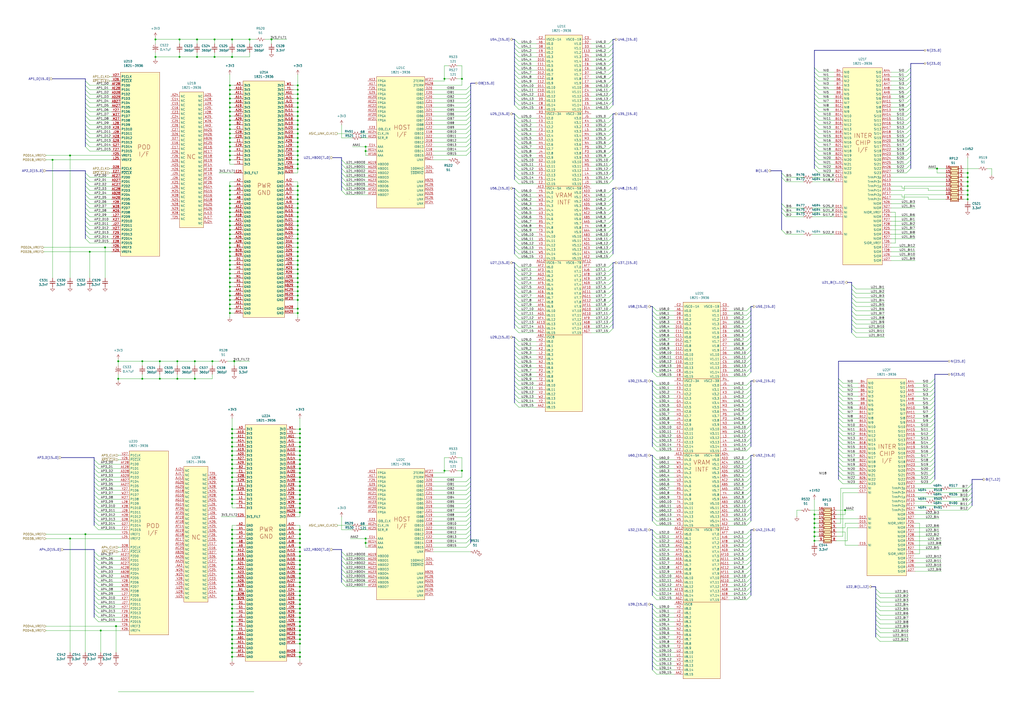
<source format=kicad_sch>
(kicad_sch (version 20250114) (generator "eeschema") (generator_version "9.0")
  (paper "A2")
  (junction (at 134.62 355.6))
  (junction (at 173.99 307.34))
  (junction (at 134.62 368.3))
  (junction (at 52.07 146.05))
  (junction (at 172.72 59.69))
  (junction (at 172.72 115.57))
  (junction (at 134.62 381))
  (junction (at 133.35 62.23))
  (junction (at 173.99 342.9))
  (junction (at 173.99 274.32))
  (junction (at 134.62 350.52))
  (junction (at 173.99 292.1))
  (junction (at 104.14 22.86))
  (junction (at 134.62 312.42))
  (junction (at 133.35 138.43))
  (junction (at 172.72 87.63))
  (junction (at 172.72 163.83))
  (junction (at 134.62 271.78))
  (junction (at 134.62 358.14))
  (junction (at 172.72 90.17))
  (junction (at 133.35 85.09))
  (junction (at 58.42 365.76))
  (junction (at 173.99 254))
  (junction (at 172.72 158.75))
  (junction (at 543.56 97.79))
  (junction (at 134.62 254))
  (junction (at 133.35 72.39))
  (junction (at 134.62 276.86))
  (junction (at 135.89 209.55))
  (junction (at 172.72 161.29))
  (junction (at 133.35 163.83))
  (junction (at 172.72 128.27))
  (junction (at 173.99 256.54))
  (junction (at 172.72 135.89))
  (junction (at 172.72 95.25))
  (junction (at 173.99 312.42))
  (junction (at 133.35 148.59))
  (junction (at 134.62 373.38))
  (junction (at 173.99 325.12))
  (junction (at 113.03 209.55))
  (junction (at 173.99 373.38))
  (junction (at 173.99 355.6))
  (junction (at 212.09 314.96))
  (junction (at 173.99 363.22))
  (junction (at 134.62 322.58))
  (junction (at 114.3 22.86))
  (junction (at 490.22 295.91))
  (junction (at 67.31 363.22))
  (junction (at 172.72 146.05))
  (junction (at 172.72 82.55))
  (junction (at 173.99 269.24))
  (junction (at 133.35 115.57))
  (junction (at 257.81 45.72))
  (junction (at 133.35 146.05))
  (junction (at 133.35 168.91))
  (junction (at 144.78 22.86))
  (junction (at 92.71 209.55))
  (junction (at 472.44 311.15))
  (junction (at 133.35 135.89))
  (junction (at 134.62 345.44))
  (junction (at 472.44 306.07))
  (junction (at 173.99 317.5))
  (junction (at 173.99 266.7))
  (junction (at 133.35 173.99))
  (junction (at 172.72 97.79))
  (junction (at 82.55 209.55))
  (junction (at 133.35 49.53))
  (junction (at 172.72 130.81))
  (junction (at 173.99 261.62))
  (junction (at 133.35 125.73))
  (junction (at 114.3 33.02))
  (junction (at 172.72 62.23))
  (junction (at 173.99 281.94))
  (junction (at 172.72 173.99))
  (junction (at 133.35 80.01))
  (junction (at 133.35 57.15))
  (junction (at 133.35 181.61))
  (junction (at 173.99 259.08))
  (junction (at 133.35 161.29))
  (junction (at 134.62 342.9))
  (junction (at 172.72 168.91))
  (junction (at 172.72 120.65))
  (junction (at 172.72 72.39))
  (junction (at 172.72 69.85))
  (junction (at 172.72 80.01))
  (junction (at 561.34 115.57))
  (junction (at 134.62 266.7))
  (junction (at 173.99 279.4))
  (junction (at 173.99 294.64))
  (junction (at 173.99 320.04))
  (junction (at 133.35 133.35))
  (junction (at 134.62 274.32))
  (junction (at 133.35 87.63))
  (junction (at 172.72 77.47))
  (junction (at 173.99 297.18))
  (junction (at 173.99 345.44))
  (junction (at 212.09 312.42))
  (junction (at 561.34 113.03))
  (junction (at 134.62 287.02))
  (junction (at 133.35 92.71))
  (junction (at 172.72 140.97))
  (junction (at 172.72 123.19))
  (junction (at 172.72 179.07))
  (junction (at 134.62 353.06))
  (junction (at 134.62 375.92))
  (junction (at 172.72 110.49))
  (junction (at 133.35 67.31))
  (junction (at 124.46 22.86))
  (junction (at 134.62 281.94))
  (junction (at 134.62 332.74))
  (junction (at 173.99 271.78))
  (junction (at 134.62 365.76))
  (junction (at 133.35 176.53))
  (junction (at 561.34 107.95))
  (junction (at 133.35 171.45))
  (junction (at 134.62 261.62))
  (junction (at 172.72 67.31))
  (junction (at 133.35 120.65))
  (junction (at 257.81 273.05))
  (junction (at 133.35 110.49))
  (junction (at 472.44 298.45))
  (junction (at 172.72 64.77))
  (junction (at 134.62 335.28))
  (junction (at 133.35 82.55))
  (junction (at 172.72 113.03))
  (junction (at 173.99 365.76))
  (junction (at 173.99 330.2))
  (junction (at 173.99 248.92))
  (junction (at 157.48 22.86))
  (junction (at 172.72 92.71))
  (junction (at 173.99 335.28))
  (junction (at 133.35 64.77))
  (junction (at 173.99 347.98))
  (junction (at 134.62 269.24))
  (junction (at 172.72 148.59))
  (junction (at 134.62 330.2))
  (junction (at 172.72 54.61))
  (junction (at 134.62 292.1))
  (junction (at 472.44 300.99))
  (junction (at 172.72 133.35))
  (junction (at 173.99 350.52))
  (junction (at 133.35 69.85))
  (junction (at 133.35 90.17))
  (junction (at 173.99 327.66))
  (junction (at 134.62 360.68))
  (junction (at 173.99 332.74))
  (junction (at 68.58 209.55))
  (junction (at 172.72 74.93))
  (junction (at 173.99 284.48))
  (junction (at 172.72 52.07))
  (junction (at 173.99 287.02))
  (junction (at 134.62 320.04))
  (junction (at 172.72 49.53))
  (junction (at 134.62 317.5))
  (junction (at 133.35 128.27))
  (junction (at 134.62 378.46))
  (junction (at 49.53 309.88))
  (junction (at 173.99 314.96))
  (junction (at 123.19 209.55))
  (junction (at 134.62 314.96))
  (junction (at 134.62 363.22))
  (junction (at 133.35 140.97))
  (junction (at 172.72 118.11))
  (junction (at 173.99 289.56))
  (junction (at 173.99 309.88))
  (junction (at 173.99 358.14))
  (junction (at 134.62 251.46))
  (junction (at 60.96 143.51))
  (junction (at 173.99 378.46))
  (junction (at 561.34 102.87))
  (junction (at 472.44 303.53))
  (junction (at 173.99 370.84))
  (junction (at 172.72 153.67))
  (junction (at 173.99 322.58))
  (junction (at 133.35 118.11))
  (junction (at 133.35 158.75))
  (junction (at 134.62 370.84))
  (junction (at 133.35 59.69))
  (junction (at 172.72 143.51))
  (junction (at 102.87 209.55))
  (junction (at 133.35 130.81))
  (junction (at 134.62 279.4))
  (junction (at 173.99 276.86))
  (junction (at 40.64 312.42))
  (junction (at 267.97 45.72))
  (junction (at 133.35 153.67))
  (junction (at 133.35 74.93))
  (junction (at 133.35 107.95))
  (junction (at 267.97 273.05))
  (junction (at 133.35 123.19))
  (junction (at 134.62 284.48))
  (junction (at 134.62 340.36))
  (junction (at 173.99 381))
  (junction (at 172.72 138.43))
  (junction (at 113.03 219.71))
  (junction (at 173.99 264.16))
  (junction (at 134.62 327.66))
  (junction (at 68.58 219.71))
  (junction (at 561.34 105.41))
  (junction (at 173.99 340.36))
  (junction (at 172.72 151.13))
  (junction (at 134.62 264.16))
  (junction (at 134.62 347.98))
  (junction (at 92.71 219.71))
  (junction (at 173.99 353.06))
  (junction (at 172.72 125.73))
  (junction (at 133.35 54.61))
  (junction (at 134.62 33.02))
  (junction (at 173.99 251.46))
  (junction (at 212.09 87.63))
  (junction (at 134.62 307.34))
  (junction (at 90.17 33.02))
  (junction (at 133.35 143.51))
  (junction (at 172.72 85.09))
  (junction (at 133.35 77.47))
  (junction (at 102.87 219.71))
  (junction (at 472.44 313.69))
  (junction (at 172.72 107.95))
  (junction (at 172.72 156.21))
  (junction (at 82.55 219.71))
  (junction (at 134.62 289.56))
  (junction (at 133.35 52.07))
  (junction (at 134.62 309.88))
  (junction (at 561.34 110.49))
  (junction (at 134.62 259.08))
  (junction (at 30.48 92.71))
  (junction (at 561.34 100.33))
  (junction (at 134.62 256.54))
  (junction (at 173.99 360.68))
  (junction (at 134.62 248.92))
  (junction (at 172.72 181.61))
  (junction (at 133.35 179.07))
  (junction (at 133.35 151.13))
  (junction (at 172.72 171.45))
  (junction (at 133.35 113.03))
  (junction (at 173.99 368.3))
  (junction (at 133.35 156.21))
  (junction (at 472.44 308.61))
  (junction (at 134.62 325.12))
  (junction (at 134.62 337.82))
  (junction (at 40.64 90.17))
  (junction (at 172.72 166.37))
  (junction (at 133.35 166.37))
  (junction (at 124.46 33.02))
  (junction (at 173.99 337.82))
  (junction (at 90.17 22.86))
  (junction (at 104.14 33.02))
  (junction (at 134.62 22.86))
  (junction (at 212.09 85.09))
  (junction (at 172.72 57.15))
  (bus_entry (at 378.46 215.9) (size 2.54 2.54))
  (bus_entry (at 435.61 182.88) (size -2.54 2.54))
  (bus_entry (at 474.98 44.45) (size -2.54 -2.54))
  (bus_entry (at 378.46 314.96) (size 2.54 2.54))
  (bus_entry (at 298.45 45.72) (size 2.54 2.54))
  (bus_entry (at 49.53 77.47) (size 2.54 2.54))
  (bus_entry (at 539.75 260.35) (size 2.54 -2.54))
  (bus_entry (at 474.98 62.23) (size -2.54 -2.54))
  (bus_entry (at 49.53 120.65) (size 2.54 2.54))
  (bus_entry (at 54.61 327.66) (size 2.54 2.54))
  (bus_entry (at 270.51 292.1) (size 2.54 -2.54))
  (bus_entry (at 54.61 269.24) (size 2.54 2.54))
  (bus_entry (at 298.45 142.24) (size 2.54 2.54))
  (bus_entry (at 355.6 50.8) (size -2.54 2.54))
  (bus_entry (at 539.75 237.49) (size 2.54 -2.54))
  (bus_entry (at 355.6 40.64) (size -2.54 2.54))
  (bus_entry (at 539.75 250.19) (size 2.54 -2.54))
  (bus_entry (at 539.75 242.57) (size 2.54 -2.54))
  (bus_entry (at 298.45 152.4) (size 2.54 2.54))
  (bus_entry (at 378.46 203.2) (size 2.54 2.54))
  (bus_entry (at 563.88 280.67) (size -2.54 2.54))
  (bus_entry (at 49.53 59.69) (size 2.54 2.54))
  (bus_entry (at 525.78 64.77) (size 2.54 -2.54))
  (bus_entry (at 198.12 95.25) (size 2.54 2.54))
  (bus_entry (at 355.6 132.08) (size -2.54 2.54))
  (bus_entry (at 435.61 330.2) (size -2.54 2.54))
  (bus_entry (at 298.45 165.1) (size 2.54 2.54))
  (bus_entry (at 355.6 157.48) (size -2.54 2.54))
  (bus_entry (at 525.78 72.39) (size 2.54 -2.54))
  (bus_entry (at 355.6 172.72) (size -2.54 2.54))
  (bus_entry (at 49.53 80.01) (size 2.54 2.54))
  (bus_entry (at 298.45 223.52) (size 2.54 2.54))
  (bus_entry (at 298.45 68.58) (size 2.54 2.54))
  (bus_entry (at 198.12 337.82) (size 2.54 2.54))
  (bus_entry (at 298.45 93.98) (size 2.54 2.54))
  (bus_entry (at 298.45 162.56) (size 2.54 2.54))
  (bus_entry (at 198.12 92.71) (size 2.54 2.54))
  (bus_entry (at 270.51 289.56) (size 2.54 -2.54))
  (bus_entry (at 49.53 133.35) (size 2.54 2.54))
  (bus_entry (at 355.6 134.62) (size -2.54 2.54))
  (bus_entry (at 494.03 172.72) (size 2.54 2.54))
  (bus_entry (at 355.6 101.6) (size -2.54 2.54))
  (bus_entry (at 298.45 101.6) (size 2.54 2.54))
  (bus_entry (at 508 341.63) (size 2.54 2.54))
  (bus_entry (at 488.95 275.59) (size -2.54 -2.54))
  (bus_entry (at 49.53 74.93) (size 2.54 2.54))
  (bus_entry (at 435.61 340.36) (size -2.54 2.54))
  (bus_entry (at 494.03 193.04) (size 2.54 2.54))
  (bus_entry (at 54.61 266.7) (size 2.54 2.54))
  (bus_entry (at 539.75 278.13) (size 2.54 -2.54))
  (bus_entry (at 378.46 289.56) (size 2.54 2.54))
  (bus_entry (at 435.61 294.64) (size -2.54 2.54))
  (bus_entry (at 355.6 142.24) (size -2.54 2.54))
  (bus_entry (at 298.45 33.02) (size 2.54 2.54))
  (bus_entry (at 378.46 388.62) (size 2.54 2.54))
  (bus_entry (at 270.51 314.96) (size 2.54 -2.54))
  (bus_entry (at 355.6 182.88) (size -2.54 2.54))
  (bus_entry (at 298.45 198.12) (size 2.54 2.54))
  (bus_entry (at 298.45 213.36) (size 2.54 2.54))
  (bus_entry (at 474.98 46.99) (size -2.54 -2.54))
  (bus_entry (at 298.45 132.08) (size 2.54 2.54))
  (bus_entry (at 54.61 276.86) (size 2.54 2.54))
  (bus_entry (at 508 344.17) (size 2.54 2.54))
  (bus_entry (at 378.46 223.52) (size 2.54 2.54))
  (bus_entry (at 198.12 102.87) (size 2.54 2.54))
  (bus_entry (at 298.45 114.3) (size 2.54 2.54))
  (bus_entry (at 54.61 294.64) (size 2.54 2.54))
  (bus_entry (at 270.51 82.55) (size 2.54 -2.54))
  (bus_entry (at 378.46 180.34) (size 2.54 2.54))
  (bus_entry (at 435.61 195.58) (size -2.54 2.54))
  (bus_entry (at 355.6 114.3) (size -2.54 2.54))
  (bus_entry (at 435.61 228.6) (size -2.54 2.54))
  (bus_entry (at 378.46 274.32) (size 2.54 2.54))
  (bus_entry (at 54.61 299.72) (size 2.54 2.54))
  (bus_entry (at 494.03 180.34) (size 2.54 2.54))
  (bus_entry (at 54.61 271.78) (size 2.54 2.54))
  (bus_entry (at 378.46 236.22) (size 2.54 2.54))
  (bus_entry (at 355.6 99.06) (size -2.54 2.54))
  (bus_entry (at 563.88 290.83) (size -2.54 2.54))
  (bus_entry (at 298.45 60.96) (size 2.54 2.54))
  (bus_entry (at 435.61 205.74) (size -2.54 2.54))
  (bus_entry (at 49.53 46.99) (size 2.54 2.54))
  (bus_entry (at 54.61 292.1) (size 2.54 2.54))
  (bus_entry (at 525.78 90.17) (size 2.54 -2.54))
  (bus_entry (at 49.53 105.41) (size 2.54 2.54))
  (bus_entry (at 525.78 77.47) (size 2.54 -2.54))
  (bus_entry (at 435.61 307.34) (size -2.54 2.54))
  (bus_entry (at 474.98 97.79) (size -2.54 -2.54))
  (bus_entry (at 488.95 265.43) (size -2.54 -2.54))
  (bus_entry (at 435.61 220.98) (size -2.54 2.54))
  (bus_entry (at 298.45 30.48) (size 2.54 2.54))
  (bus_entry (at 54.61 320.04) (size 2.54 2.54))
  (bus_entry (at 270.51 307.34) (size 2.54 -2.54))
  (bus_entry (at 539.75 273.05) (size 2.54 -2.54))
  (bus_entry (at 378.46 381) (size 2.54 2.54))
  (bus_entry (at 378.46 350.52) (size 2.54 2.54))
  (bus_entry (at 378.46 251.46) (size 2.54 2.54))
  (bus_entry (at 270.51 54.61) (size 2.54 -2.54))
  (bus_entry (at 198.12 110.49) (size 2.54 2.54))
  (bus_entry (at 54.61 304.8) (size 2.54 2.54))
  (bus_entry (at 525.78 95.25) (size 2.54 -2.54))
  (bus_entry (at 435.61 342.9) (size -2.54 2.54))
  (bus_entry (at 453.39 120.65) (size 2.54 2.54))
  (bus_entry (at 49.53 138.43) (size 2.54 2.54))
  (bus_entry (at 198.12 327.66) (size 2.54 2.54))
  (bus_entry (at 435.61 309.88) (size -2.54 2.54))
  (bus_entry (at 378.46 297.18) (size 2.54 2.54))
  (bus_entry (at 508 356.87) (size 2.54 2.54))
  (bus_entry (at 198.12 332.74) (size 2.54 2.54))
  (bus_entry (at 474.98 41.91) (size -2.54 -2.54))
  (bus_entry (at 49.53 115.57) (size 2.54 2.54))
  (bus_entry (at 54.61 284.48) (size 2.54 2.54))
  (bus_entry (at 49.53 113.03) (size 2.54 2.54))
  (bus_entry (at 435.61 198.12) (size -2.54 2.54))
  (bus_entry (at 355.6 121.92) (size -2.54 2.54))
  (bus_entry (at 488.95 229.87) (size -2.54 -2.54))
  (bus_entry (at 435.61 256.54) (size -2.54 2.54))
  (bus_entry (at 298.45 48.26) (size 2.54 2.54))
  (bus_entry (at 355.6 116.84) (size -2.54 2.54))
  (bus_entry (at 298.45 220.98) (size 2.54 2.54))
  (bus_entry (at 298.45 127) (size 2.54 2.54))
  (bus_entry (at 54.61 332.74) (size 2.54 2.54))
  (bus_entry (at 378.46 287.02) (size 2.54 2.54))
  (bus_entry (at 355.6 30.48) (size -2.54 2.54))
  (bus_entry (at 355.6 43.18) (size -2.54 2.54))
  (bus_entry (at 378.46 226.06) (size 2.54 2.54))
  (bus_entry (at 435.61 322.58) (size -2.54 2.54))
  (bus_entry (at 198.12 330.2) (size 2.54 2.54))
  (bus_entry (at 298.45 157.48) (size 2.54 2.54))
  (bus_entry (at 298.45 111.76) (size 2.54 2.54))
  (bus_entry (at 355.6 83.82) (size -2.54 2.54))
  (bus_entry (at 378.46 335.28) (size 2.54 2.54))
  (bus_entry (at 539.75 224.79) (size 2.54 -2.54))
  (bus_entry (at 435.61 264.16) (size -2.54 2.54))
  (bus_entry (at 378.46 182.88) (size 2.54 2.54))
  (bus_entry (at 54.61 337.82) (size 2.54 2.54))
  (bus_entry (at 378.46 360.68) (size 2.54 2.54))
  (bus_entry (at 270.51 302.26) (size 2.54 -2.54))
  (bus_entry (at 54.61 287.02) (size 2.54 2.54))
  (bus_entry (at 435.61 238.76) (size -2.54 2.54))
  (bus_entry (at 435.61 190.5) (size -2.54 2.54))
  (bus_entry (at 270.51 294.64) (size 2.54 -2.54))
  (bus_entry (at 435.61 281.94) (size -2.54 2.54))
  (bus_entry (at 270.51 304.8) (size 2.54 -2.54))
  (bus_entry (at 525.78 54.61) (size 2.54 -2.54))
  (bus_entry (at 378.46 342.9) (size 2.54 2.54))
  (bus_entry (at 435.61 243.84) (size -2.54 2.54))
  (bus_entry (at 54.61 342.9) (size 2.54 2.54))
  (bus_entry (at 355.6 147.32) (size -2.54 2.54))
  (bus_entry (at 539.75 232.41) (size 2.54 -2.54))
  (bus_entry (at 453.39 133.35) (size 2.54 2.54))
  (bus_entry (at 355.6 25.4) (size -2.54 2.54))
  (bus_entry (at 378.46 309.88) (size 2.54 2.54))
  (bus_entry (at 488.95 242.57) (size -2.54 -2.54))
  (bus_entry (at 488.95 250.19) (size -2.54 -2.54))
  (bus_entry (at 378.46 358.14) (size 2.54 2.54))
  (bus_entry (at 270.51 279.4) (size 2.54 -2.54))
  (bus_entry (at 54.61 358.14) (size 2.54 2.54))
  (bus_entry (at 378.46 185.42) (size 2.54 2.54))
  (bus_entry (at 563.88 285.75) (size -2.54 2.54))
  (bus_entry (at 355.6 78.74) (size -2.54 2.54))
  (bus_entry (at 378.46 238.76) (size 2.54 2.54))
  (bus_entry (at 435.61 254) (size -2.54 2.54))
  (bus_entry (at 435.61 276.86) (size -2.54 2.54))
  (bus_entry (at 435.61 233.68) (size -2.54 2.54))
  (bus_entry (at 355.6 167.64) (size -2.54 2.54))
  (bus_entry (at 378.46 198.12) (size 2.54 2.54))
  (bus_entry (at 54.61 350.52) (size 2.54 2.54))
  (bus_entry (at 435.61 287.02) (size -2.54 2.54))
  (bus_entry (at 378.46 294.64) (size 2.54 2.54))
  (bus_entry (at 563.88 283.21) (size -2.54 2.54))
  (bus_entry (at 378.46 375.92) (size 2.54 2.54))
  (bus_entry (at 355.6 104.14) (size -2.54 2.54))
  (bus_entry (at 474.98 59.69) (size -2.54 -2.54))
  (bus_entry (at 494.03 190.5) (size 2.54 2.54))
  (bus_entry (at 355.6 58.42) (size -2.54 2.54))
  (bus_entry (at 378.46 208.28) (size 2.54 2.54))
  (bus_entry (at 508 369.57) (size 2.54 2.54))
  (bus_entry (at 378.46 373.38) (size 2.54 2.54))
  (bus_entry (at 378.46 281.94) (size 2.54 2.54))
  (bus_entry (at 298.45 172.72) (size 2.54 2.54))
  (bus_entry (at 435.61 274.32) (size -2.54 2.54))
  (bus_entry (at 54.61 353.06) (size 2.54 2.54))
  (bus_entry (at 49.53 57.15) (size 2.54 2.54))
  (bus_entry (at 298.45 96.52) (size 2.54 2.54))
  (bus_entry (at 355.6 55.88) (size -2.54 2.54))
  (bus_entry (at 49.53 102.87) (size 2.54 2.54))
  (bus_entry (at 49.53 72.39) (size 2.54 2.54))
  (bus_entry (at 435.61 297.18) (size -2.54 2.54))
  (bus_entry (at 355.6 48.26) (size -2.54 2.54))
  (bus_entry (at 298.45 210.82) (size 2.54 2.54))
  (bus_entry (at 494.03 165.1) (size 2.54 2.54))
  (bus_entry (at 49.53 118.11) (size 2.54 2.54))
  (bus_entry (at 474.98 87.63) (size -2.54 -2.54))
  (bus_entry (at 198.12 325.12) (size 2.54 2.54))
  (bus_entry (at 435.61 259.08) (size -2.54 2.54))
  (bus_entry (at 378.46 254) (size 2.54 2.54))
  (bus_entry (at 508 367.03) (size 2.54 2.54))
  (bus_entry (at 298.45 124.46) (size 2.54 2.54))
  (bus_entry (at 298.45 88.9) (size 2.54 2.54))
  (bus_entry (at 525.78 57.15) (size 2.54 -2.54))
  (bus_entry (at 298.45 104.14) (size 2.54 2.54))
  (bus_entry (at 378.46 190.5) (size 2.54 2.54))
  (bus_entry (at 270.51 62.23) (size 2.54 -2.54))
  (bus_entry (at 298.45 66.04) (size 2.54 2.54))
  (bus_entry (at 494.03 185.42) (size 2.54 2.54))
  (bus_entry (at 355.6 109.22) (size -2.54 2.54))
  (bus_entry (at 488.95 234.95) (size -2.54 -2.54))
  (bus_entry (at 355.6 129.54) (size -2.54 2.54))
  (bus_entry (at 355.6 137.16) (size -2.54 2.54))
  (bus_entry (at 435.61 213.36) (size -2.54 2.54))
  (bus_entry (at 539.75 280.67) (size 2.54 -2.54))
  (bus_entry (at 539.75 222.25) (size 2.54 -2.54))
  (bus_entry (at 378.46 355.6) (size 2.54 2.54))
  (bus_entry (at 539.75 257.81) (size 2.54 -2.54))
  (bus_entry (at 355.6 165.1) (size -2.54 2.54))
  (bus_entry (at 508 351.79) (size 2.54 2.54))
  (bus_entry (at 298.45 218.44) (size 2.54 2.54))
  (bus_entry (at 298.45 180.34) (size 2.54 2.54))
  (bus_entry (at 453.39 102.87) (size 2.54 2.54))
  (bus_entry (at 355.6 180.34) (size -2.54 2.54))
  (bus_entry (at 474.98 95.25) (size -2.54 -2.54))
  (bus_entry (at 488.95 260.35) (size -2.54 -2.54))
  (bus_entry (at 488.95 262.89) (size -2.54 -2.54))
  (bus_entry (at 298.45 228.6) (size 2.54 2.54))
  (bus_entry (at 355.6 60.96) (size -2.54 2.54))
  (bus_entry (at 298.45 175.26) (size 2.54 2.54))
  (bus_entry (at 378.46 332.74) (size 2.54 2.54))
  (bus_entry (at 298.45 83.82) (size 2.54 2.54))
  (bus_entry (at 378.46 279.4) (size 2.54 2.54))
  (bus_entry (at 298.45 73.66) (size 2.54 2.54))
  (bus_entry (at 298.45 55.88) (size 2.54 2.54))
  (bus_entry (at 435.61 251.46) (size -2.54 2.54))
  (bus_entry (at 298.45 86.36) (size 2.54 2.54))
  (bus_entry (at 378.46 266.7) (size 2.54 2.54))
  (bus_entry (at 539.75 255.27) (size 2.54 -2.54))
  (bus_entry (at 474.98 82.55) (size -2.54 -2.54))
  (bus_entry (at 378.46 299.72) (size 2.54 2.54))
  (bus_entry (at 539.75 267.97) (size 2.54 -2.54))
  (bus_entry (at 508 354.33) (size 2.54 2.54))
  (bus_entry (at 378.46 220.98) (size 2.54 2.54))
  (bus_entry (at 355.6 71.12) (size -2.54 2.54))
  (bus_entry (at 539.75 227.33) (size 2.54 -2.54))
  (bus_entry (at 270.51 57.15) (size 2.54 -2.54))
  (bus_entry (at 54.61 355.6) (size 2.54 2.54))
  (bus_entry (at 378.46 259.08) (size 2.54 2.54))
  (bus_entry (at 355.6 96.52) (size -2.54 2.54))
  (bus_entry (at 378.46 317.5) (size 2.54 2.54))
  (bus_entry (at 525.78 92.71) (size 2.54 -2.54))
  (bus_entry (at 378.46 193.04) (size 2.54 2.54))
  (bus_entry (at 298.45 134.62) (size 2.54 2.54))
  (bus_entry (at 54.61 279.4) (size 2.54 2.54))
  (bus_entry (at 49.53 135.89) (size 2.54 2.54))
  (bus_entry (at 198.12 107.95) (size 2.54 2.54))
  (bus_entry (at 378.46 231.14) (size 2.54 2.54))
  (bus_entry (at 494.03 175.26) (size 2.54 2.54))
  (bus_entry (at 378.46 302.26) (size 2.54 2.54))
  (bus_entry (at 474.98 69.85) (size -2.54 -2.54))
  (bus_entry (at 49.53 64.77) (size 2.54 2.54))
  (bus_entry (at 563.88 288.29) (size -2.54 2.54))
  (bus_entry (at 539.75 234.95) (size 2.54 -2.54))
  (bus_entry (at 378.46 325.12) (size 2.54 2.54))
  (bus_entry (at 474.98 72.39) (size -2.54 -2.54))
  (bus_entry (at 488.95 240.03) (size -2.54 -2.54))
  (bus_entry (at 378.46 345.44) (size 2.54 2.54))
  (bus_entry (at 474.98 80.01) (size -2.54 -2.54))
  (bus_entry (at 474.98 64.77) (size -2.54 -2.54))
  (bus_entry (at 378.46 365.76) (size 2.54 2.54))
  (bus_entry (at 525.78 80.01) (size 2.54 -2.54))
  (bus_entry (at 298.45 76.2) (size 2.54 2.54))
  (bus_entry (at 270.51 52.07) (size 2.54 -2.54))
  (bus_entry (at 508 361.95) (size 2.54 2.54))
  (bus_entry (at 378.46 187.96) (size 2.54 2.54))
  (bus_entry (at 54.61 340.36) (size 2.54 2.54))
  (bus_entry (at 355.6 66.04) (size -2.54 2.54))
  (bus_entry (at 378.46 264.16) (size 2.54 2.54))
  (bus_entry (at 378.46 322.58) (size 2.54 2.54))
  (bus_entry (at 270.51 297.18) (size 2.54 -2.54))
  (bus_entry (at 298.45 27.94) (size 2.54 2.54))
  (bus_entry (at 355.6 162.56) (size -2.54 2.54))
  (bus_entry (at 298.45 200.66) (size 2.54 2.54))
  (bus_entry (at 488.95 252.73) (size -2.54 -2.54))
  (bus_entry (at 49.53 130.81) (size 2.54 2.54))
  (bus_entry (at 474.98 57.15) (size -2.54 -2.54))
  (bus_entry (at 494.03 170.18) (size 2.54 2.54))
  (bus_entry (at 435.61 236.22) (size -2.54 2.54))
  (bus_entry (at 270.51 69.85) (size 2.54 -2.54))
  (bus_entry (at 198.12 105.41) (size 2.54 2.54))
  (bus_entry (at 435.61 246.38) (size -2.54 2.54))
  (bus_entry (at 198.12 335.28) (size 2.54 2.54))
  (bus_entry (at 298.45 205.74) (size 2.54 2.54))
  (bus_entry (at 435.61 299.72) (size -2.54 2.54))
  (bus_entry (at 435.61 332.74) (size -2.54 2.54))
  (bus_entry (at 494.03 167.64) (size 2.54 2.54))
  (bus_entry (at 435.61 345.44) (size -2.54 2.54))
  (bus_entry (at 270.51 87.63) (size 2.54 -2.54))
  (bus_entry (at 49.53 62.23) (size 2.54 2.54))
  (bus_entry (at 378.46 340.36) (size 2.54 2.54))
  (bus_entry (at 298.45 78.74) (size 2.54 2.54))
  (bus_entry (at 378.46 210.82) (size 2.54 2.54))
  (bus_entry (at 298.45 119.38) (size 2.54 2.54))
  (bus_entry (at 298.45 116.84) (size 2.54 2.54))
  (bus_entry (at 539.75 252.73) (size 2.54 -2.54))
  (bus_entry (at 378.46 243.84) (size 2.54 2.54))
  (bus_entry (at 49.53 67.31) (size 2.54 2.54))
  (bus_entry (at 270.51 284.48) (size 2.54 -2.54))
  (bus_entry (at 298.45 109.22) (size 2.54 2.54))
  (bus_entry (at 525.78 82.55) (size 2.54 -2.54))
  (bus_entry (at 49.53 54.61) (size 2.54 2.54))
  (bus_entry (at 488.95 280.67) (size -2.54 -2.54))
  (bus_entry (at 270.51 90.17) (size 2.54 -2.54))
  (bus_entry (at 435.61 223.52) (size -2.54 2.54))
  (bus_entry (at 49.53 125.73) (size 2.54 2.54))
  (bus_entry (at 474.98 52.07) (size -2.54 -2.54))
  (bus_entry (at 508 364.49) (size 2.54 2.54))
  (bus_entry (at 435.61 215.9) (size -2.54 2.54))
  (bus_entry (at 435.61 302.26) (size -2.54 2.54))
  (bus_entry (at 453.39 123.19) (size 2.54 2.54))
  (bus_entry (at 435.61 289.56) (size -2.54 2.54))
  (bus_entry (at 270.51 312.42) (size 2.54 -2.54))
  (bus_entry (at 435.61 210.82) (size -2.54 2.54))
  (bus_entry (at 508 346.71) (size 2.54 2.54))
  (bus_entry (at 378.46 383.54) (size 2.54 2.54))
  (bus_entry (at 49.53 69.85) (size 2.54 2.54))
  (bus_entry (at 378.46 353.06) (size 2.54 2.54))
  (bus_entry (at 378.46 337.82) (size 2.54 2.54))
  (bus_entry (at 298.45 121.92) (size 2.54 2.54))
  (bus_entry (at 298.45 231.14) (size 2.54 2.54))
  (bus_entry (at 298.45 233.68) (size 2.54 2.54))
  (bus_entry (at 378.46 284.48) (size 2.54 2.54))
  (bus_entry (at 298.45 144.78) (size 2.54 2.54))
  (bus_entry (at 298.45 208.28) (size 2.54 2.54))
  (bus_entry (at 298.45 185.42) (size 2.54 2.54))
  (bus_entry (at 270.51 85.09) (size 2.54 -2.54))
  (bus_entry (at 355.6 35.56) (size -2.54 2.54))
  (bus_entry (at 453.39 100.33) (size 2.54 2.54))
  (bus_entry (at 355.6 154.94) (size -2.54 2.54))
  (bus_entry (at 298.45 154.94) (size 2.54 2.54))
  (bus_entry (at 355.6 177.8) (size -2.54 2.54))
  (bus_entry (at 298.45 25.4) (size 2.54 2.54))
  (bus_entry (at 435.61 231.14) (size -2.54 2.54))
  (bus_entry (at 198.12 320.04) (size 2.54 2.54))
  (bus_entry (at 298.45 81.28) (size 2.54 2.54))
  (bus_entry (at 474.98 49.53) (size -2.54 -2.54))
  (bus_entry (at 298.45 40.64) (size 2.54 2.54))
  (bus_entry (at 525.78 74.93) (size 2.54 -2.54))
  (bus_entry (at 355.6 119.38) (size -2.54 2.54))
  (bus_entry (at 355.6 76.2) (size -2.54 2.54))
  (bus_entry (at 525.78 69.85) (size 2.54 -2.54))
  (bus_entry (at 54.61 322.58) (size 2.54 2.54))
  (bus_entry (at 298.45 43.18) (size 2.54 2.54))
  (bus_entry (at 355.6 81.28) (size -2.54 2.54))
  (bus_entry (at 378.46 276.86) (size 2.54 2.54))
  (bus_entry (at 474.98 77.47) (size -2.54 -2.54))
  (bus_entry (at 298.45 58.42) (size 2.54 2.54))
  (bus_entry (at 378.46 241.3) (size 2.54 2.54))
  (bus_entry (at 539.75 229.87) (size 2.54 -2.54))
  (bus_entry (at 378.46 330.2) (size 2.54 2.54))
  (bus_entry (at 435.61 177.8) (size -2.54 2.54))
  (bus_entry (at 435.61 200.66) (size -2.54 2.54))
  (bus_entry (at 378.46 368.3) (size 2.54 2.54))
  (bus_entry (at 298.45 190.5) (size 2.54 2.54))
  (bus_entry (at 435.61 325.12) (size -2.54 2.54))
  (bus_entry (at 270.51 80.01) (size 2.54 -2.54))
  (bus_entry (at 525.78 67.31) (size 2.54 -2.54))
  (bus_entry (at 198.12 97.79) (size 2.54 2.54))
  (bus_entry (at 494.03 182.88) (size 2.54 2.54))
  (bus_entry (at 270.51 281.94) (size 2.54 -2.54))
  (bus_entry (at 49.53 85.09) (size 2.54 2.54))
  (bus_entry (at 474.98 100.33) (size -2.54 -2.54))
  (bus_entry (at 488.95 232.41) (size -2.54 -2.54))
  (bus_entry (at 270.51 299.72) (size 2.54 -2.54))
  (bus_entry (at 270.51 72.39) (size 2.54 -2.54))
  (bus_entry (at 49.53 107.95) (size 2.54 2.54))
  (bus_entry (at 378.46 292.1) (size 2.54 2.54))
  (bus_entry (at 355.6 127) (size -2.54 2.54))
  (bus_entry (at 435.61 187.96) (size -2.54 2.54))
  (bus_entry (at 474.98 92.71) (size -2.54 -2.54))
  (bus_entry (at 54.61 297.18) (size 2.54 2.54))
  (bus_entry (at 355.6 38.1) (size -2.54 2.54))
  (bus_entry (at 539.75 265.43) (size 2.54 -2.54))
  (bus_entry (at 298.45 137.16) (size 2.54 2.54))
  (bus_entry (at 49.53 123.19) (size 2.54 2.54))
  (bus_entry (at 54.61 345.44) (size 2.54 2.54))
  (bus_entry (at 355.6 68.58) (size -2.54 2.54))
  (bus_entry (at 355.6 22.86) (size -2.54 2.54))
  (bus_entry (at 355.6 185.42) (size -2.54 2.54))
  (bus_entry (at 49.53 52.07) (size 2.54 2.54))
  (bus_entry (at 378.46 205.74) (size 2.54 2.54))
  (bus_entry (at 539.75 247.65) (size 2.54 -2.54))
  (bus_entry (at 355.6 45.72) (size -2.54 2.54))
  (bus_entry (at 525.78 59.69) (size 2.54 -2.54))
  (bus_entry (at 270.51 309.88) (size 2.54 -2.54))
  (bus_entry (at 435.61 335.28) (size -2.54 2.54))
  (bus_entry (at 435.61 248.92) (size -2.54 2.54))
  (bus_entry (at 435.61 226.06) (size -2.54 2.54))
  (bus_entry (at 298.45 177.8) (size 2.54 2.54))
  (bus_entry (at 525.78 100.33) (size 2.54 -2.54))
  (bus_entry (at 49.53 82.55) (size 2.54 2.54))
  (bus_entry (at 474.98 90.17) (size -2.54 -2.54))
  (bus_entry (at 525.78 62.23) (size 2.54 -2.54))
  (bus_entry (at 355.6 73.66) (size -2.54 2.54))
  (bus_entry (at 435.61 271.78) (size -2.54 2.54))
  (bus_entry (at 378.46 312.42) (size 2.54 2.54))
  (bus_entry (at 525.78 46.99) (size 2.54 -2.54))
  (bus_entry (at 488.95 227.33) (size -2.54 -2.54))
  (bus_entry (at 378.46 370.84) (size 2.54 2.54))
  (bus_entry (at 355.6 160.02) (size -2.54 2.54))
  (bus_entry (at 270.51 74.93) (size 2.54 -2.54))
  (bus_entry (at 508 349.25) (size 2.54 2.54))
  (bus_entry (at 378.46 269.24) (size 2.54 2.54))
  (bus_entry (at 298.45 226.06) (size 2.54 2.54))
  (bus_entry (at 355.6 33.02) (size -2.54 2.54))
  (bus_entry (at 355.6 175.26) (size -2.54 2.54))
  (bus_entry (at 435.61 320.04) (size -2.54 2.54))
  (bus_entry (at 378.46 378.46) (size 2.54 2.54))
  (bus_entry (at 298.45 167.64) (size 2.54 2.54))
  (bus_entry (at 435.61 269.24) (size -2.54 2.54))
  (bus_entry (at 488.95 273.05) (size -2.54 -2.54))
  (bus_entry (at 54.61 335.28) (size 2.54 2.54))
  (bus_entry (at 54.61 281.94) (size 2.54 2.54))
  (bus_entry (at 488.95 278.13) (size -2.54 -2.54))
  (bus_entry (at 298.45 170.18) (size 2.54 2.54))
  (bus_entry (at 508 359.41) (size 2.54 2.54))
  (bus_entry (at 494.03 177.8) (size 2.54 2.54))
  (bus_entry (at 378.46 386.08) (size 2.54 2.54))
  (bus_entry (at 488.95 267.97) (size -2.54 -2.54))
  (bus_entry (at 435.61 317.5) (size -2.54 2.54))
  (bus_entry (at 355.6 93.98) (size -2.54 2.54))
  (bus_entry (at 488.95 255.27) (size -2.54 -2.54))
  (bus_entry (at 435.61 312.42) (size -2.54 2.54))
  (bus_entry (at 198.12 322.58) (size 2.54 2.54))
  (bus_entry (at 49.53 49.53) (size 2.54 2.54))
  (bus_entry (at 435.61 314.96) (size -2.54 2.54))
  (bus_entry (at 488.95 237.49) (size -2.54 -2.54))
  (bus_entry (at 298.45 38.1) (size 2.54 2.54))
  (bus_entry (at 270.51 287.02) (size 2.54 -2.54))
  (bus_entry (at 298.45 129.54) (size 2.54 2.54))
  (bus_entry (at 539.75 275.59) (size 2.54 -2.54))
  (bus_entry (at 525.78 49.53) (size 2.54 -2.54))
  (bus_entry (at 435.61 279.4) (size -2.54 2.54))
  (bus_entry (at 563.88 293.37) (size -2.54 2.54))
  (bus_entry (at 378.46 271.78) (size 2.54 2.54))
  (bus_entry (at 270.51 64.77) (size 2.54 -2.54))
  (bus_entry (at 298.45 53.34) (size 2.54 2.54))
  (bus_entry (at 270.51 59.69) (size 2.54 -2.54))
  (bus_entry (at 474.98 54.61) (size -2.54 -2.54))
  (bus_entry (at 355.6 91.44) (size -2.54 2.54))
  (bus_entry (at 488.95 270.51) (size -2.54 -2.54))
  (bus_entry (at 488.95 222.25) (size -2.54 -2.54))
  (bus_entry (at 435.61 241.3) (size -2.54 2.54))
  (bus_entry (at 525.78 41.91) (size 2.54 -2.54))
  (bus_entry (at 378.46 248.92) (size 2.54 2.54))
  (bus_entry (at 355.6 86.36) (size -2.54 2.54))
  (bus_entry (at 525.78 44.45) (size 2.54 -2.54))
  (bus_entry (at 54.61 325.12) (size 2.54 2.54))
  (bus_entry (at 54.61 302.26) (size 2.54 2.54))
  (bus_entry (at 435.61 327.66) (size -2.54 2.54))
  (bus_entry (at 298.45 182.88) (size 2.54 2.54))
  (bus_entry (at 355.6 53.34) (size -2.54 2.54))
  (bus_entry (at 378.46 256.54) (size 2.54 2.54))
  (bus_entry (at 298.45 22.86) (size 2.54 2.54))
  (bus_entry (at 49.53 128.27) (size 2.54 2.54))
  (bus_entry (at 355.6 111.76) (size -2.54 2.54))
  (bus_entry (at 298.45 35.56) (size 2.54 2.54))
  (bus_entry (at 298.45 147.32) (size 2.54 2.54))
  (bus_entry (at 435.61 266.7) (size -2.54 2.54))
  (bus_entry (at 298.45 139.7) (size 2.54 2.54))
  (bus_entry (at 378.46 327.66) (size 2.54 2.54))
  (bus_entry (at 378.46 246.38) (size 2.54 2.54))
  (bus_entry (at 488.95 245.11) (size -2.54 -2.54))
  (bus_entry (at 355.6 187.96) (size -2.54 2.54))
  (bus_entry (at 355.6 190.5) (size -2.54 2.54))
  (bus_entry (at 494.03 187.96) (size 2.54 2.54))
  (bus_entry (at 378.46 195.58) (size 2.54 2.54))
  (bus_entry (at 355.6 144.78) (size -2.54 2.54))
  (bus_entry (at 298.45 187.96) (size 2.54 2.54))
  (bus_entry (at 435.61 337.82) (size -2.54 2.54))
  (bus_entry (at 298.45 91.44) (size 2.54 2.54))
  (bus_entry (at 378.46 363.22) (size 2.54 2.54))
  (bus_entry (at 525.78 52.07) (size 2.54 -2.54))
  (bus_entry (at 488.95 224.79) (size -2.54 -2.54))
  (bus_entry (at 298.45 99.06) (size 2.54 2.54))
  (bus_entry (at 355.6 124.46) (size -2.54 2.54))
  (bus_entry (at 435.61 292.1) (size -2.54 2.54))
  (bus_entry (at 54.61 330.2) (size 2.54 2.54))
  (bus_entry (at 355.6 152.4) (size -2.54 2.54))
  (bus_entry (at 355.6 27.94) (size -2.54 2.54))
  (bus_entry (at 355.6 139.7) (size -2.54 2.54))
  (bus_entry (at 378.46 228.6) (size 2.54 2.54))
  (bus_entry (at 270.51 317.5) (size 2.54 -2.54))
  (bus_entry (at 378.46 307.34) (size 2.54 2.54))
  (bus_entry (at 198.12 100.33) (size 2.54 2.54))
  (bus_entry (at 435.61 284.48) (size -2.54 2.54))
  (bus_entry (at 298.45 160.02) (size 2.54 2.54))
  (bus_entry (at 488.95 257.81) (size -2.54 -2.54))
  (bus_entry (at 435.61 185.42) (size -2.54 2.54))
  (bus_entry (at 474.98 74.93) (size -2.54 -2.54))
  (bus_entry (at 54.61 274.32) (size 2.54 2.54))
  (bus_entry (at 49.53 110.49) (size 2.54 2.54))
  (bus_entry (at 355.6 170.18) (size -2.54 2.54))
  (bus_entry (at 474.98 67.31) (size -2.54 -2.54))
  (bus_entry (at 525.78 97.79) (size 2.54 -2.54))
  (bus_entry (at 270.51 77.47) (size 2.54 -2.54))
  (bus_entry (at 298.45 195.58) (size 2.54 2.54))
  (bus_entry (at 435.61 193.04) (size -2.54 2.54))
  (bus_entry (at 355.6 88.9) (size -2.54 2.54))
  (bus_entry (at 378.46 213.36) (size 2.54 2.54))
  (bus_entry (at 378.46 177.8) (size 2.54 2.54))
  (bus_entry (at 453.39 118.11) (size 2.54 2.54))
  (bus_entry (at 298.45 203.2) (size 2.54 2.54))
  (bus_entry (at 435.61 208.28) (size -2.54 2.54))
  (bus_entry (at 49.53 100.33) (size 2.54 2.54))
  (bus_entry (at 539.75 270.51) (size 2.54 -2.54))
  (bus_entry (at 298.45 50.8) (size 2.54 2.54))
  (bus_entry (at 54.61 289.56) (size 2.54 2.54))
  (bus_entry (at 54.61 347.98) (size 2.54 2.54))
  (bus_entry (at 435.61 203.2) (size -2.54 2.54))
  (bus_entry (at 298.45 215.9) (size 2.54 2.54))
  (bus_entry (at 539.75 262.89) (size 2.54 -2.54))
  (bus_entry (at 474.98 85.09) (size -2.54 -2.54))
  (bus_entry (at 435.61 180.34) (size -2.54 2.54))
  (bus_entry (at 488.95 247.65) (size -2.54 -2.54))
  (bus_entry (at 525.78 85.09) (size 2.54 -2.54))
  (bus_entry (at 378.46 320.04) (size 2.54 2.54))
  (bus_entry (at 270.51 67.31) (size 2.54 -2.54))
  (bus_entry (at 378.46 233.68) (size 2.54 2.54))
  (bus_entry (at 539.75 240.03) (size 2.54 -2.54))
  (bus_entry (at 525.78 87.63) (size 2.54 -2.54))
  (bus_entry (at 378.46 200.66) (size 2.54 2.54))
  (bus_entry (at 539.75 245.11) (size 2.54 -2.54))
  (bus_entry (at 298.45 71.12) (size 2.54 2.54))
  (wire (pts (xy 551.18 283.21) (xy 561.34 283.21)))
  (bus (pts (xy 298.45 200.66) (xy 298.45 198.12)))
  (bus (pts (xy 435.61 302.26) (xy 435.61 299.72)))
  (wire (pts (xy 381 256.54) (xy 391.16 256.54)))
  (wire (pts (xy 173.99 365.76) (xy 173.99 368.3)))
  (wire (pts (xy 474.98 77.47) (xy 483.87 77.47)))
  (wire (pts (xy 173.99 269.24) (xy 171.45 269.24)))
  (bus (pts (xy 435.61 266.7) (xy 435.61 264.16)))
  (wire (pts (xy 173.99 254) (xy 171.45 254)))
  (wire (pts (xy 133.35 171.45) (xy 135.89 171.45)))
  (wire (pts (xy 68.58 317.5) (xy 69.85 317.5)))
  (wire (pts (xy 90.17 22.86) (xy 104.14 22.86)))
  (wire (pts (xy 300.99 83.82) (xy 311.15 83.82)))
  (wire (pts (xy 133.35 67.31) (xy 135.89 67.31)))
  (wire (pts (xy 52.07 125.73) (xy 64.77 125.73)))
  (bus (pts (xy 54.61 289.56) (xy 54.61 287.02)))
  (bus (pts (xy 54.61 330.2) (xy 54.61 327.66)))
  (wire (pts (xy 195.58 77.47) (xy 204.47 77.47)))
  (bus (pts (xy 355.6 165.1) (xy 355.6 162.56)))
  (wire (pts (xy 134.62 337.82) (xy 137.16 337.82)))
  (wire (pts (xy 433.07 218.44) (xy 422.91 218.44)))
  (wire (pts (xy 353.06 139.7) (xy 342.9 139.7)))
  (bus (pts (xy 378.46 378.46) (xy 378.46 375.92)))
  (wire (pts (xy 173.99 309.88) (xy 171.45 309.88)))
  (wire (pts (xy 134.62 320.04) (xy 134.62 322.58)))
  (wire (pts (xy 134.62 335.28) (xy 137.16 335.28)))
  (wire (pts (xy 134.62 345.44) (xy 134.62 347.98)))
  (wire (pts (xy 173.99 325.12) (xy 173.99 327.66)))
  (wire (pts (xy 510.54 367.03) (xy 527.05 367.03)))
  (wire (pts (xy 510.54 372.11) (xy 527.05 372.11)))
  (wire (pts (xy 381 365.76) (xy 391.16 365.76)))
  (wire (pts (xy 172.72 43.18) (xy 172.72 49.53)))
  (bus (pts (xy 298.45 27.94) (xy 298.45 25.4)))
  (wire (pts (xy 173.99 287.02) (xy 173.99 289.56)))
  (wire (pts (xy 134.62 251.46) (xy 134.62 254)))
  (wire (pts (xy 26.67 365.76) (xy 58.42 365.76)))
  (bus (pts (xy 486.41 273.05) (xy 486.41 270.51)))
  (wire (pts (xy 123.19 209.55) (xy 127 209.55)))
  (wire (pts (xy 488.95 237.49) (xy 497.84 237.49)))
  (wire (pts (xy 172.72 118.11) (xy 172.72 120.65)))
  (wire (pts (xy 172.72 135.89) (xy 172.72 138.43)))
  (wire (pts (xy 134.62 375.92) (xy 137.16 375.92)))
  (bus (pts (xy 528.32 64.77) (xy 528.32 62.23)))
  (wire (pts (xy 147.32 401.32) (xy 68.58 401.32)))
  (wire (pts (xy 60.96 143.51) (xy 60.96 161.29)))
  (wire (pts (xy 60.96 143.51) (xy 25.4 143.51)))
  (wire (pts (xy 134.62 287.02) (xy 134.62 289.56)))
  (wire (pts (xy 173.99 259.08) (xy 173.99 261.62)))
  (bus (pts (xy 472.44 29.21) (xy 535.94 29.21)))
  (wire (pts (xy 488.95 257.81) (xy 497.84 257.81)))
  (wire (pts (xy 433.07 314.96) (xy 422.91 314.96)))
  (bus (pts (xy 472.44 97.79) (xy 472.44 95.25)))
  (wire (pts (xy 173.99 345.44) (xy 173.99 347.98)))
  (wire (pts (xy 353.06 172.72) (xy 342.9 172.72)))
  (bus (pts (xy 472.44 62.23) (xy 472.44 59.69)))
  (wire (pts (xy 134.62 330.2) (xy 134.62 332.74)))
  (wire (pts (xy 251.46 294.64) (xy 270.51 294.64)))
  (bus (pts (xy 54.61 276.86) (xy 54.61 274.32)))
  (bus (pts (xy 378.46 208.28) (xy 378.46 205.74)))
  (wire (pts (xy 558.8 115.57) (xy 561.34 115.57)))
  (wire (pts (xy 433.07 302.26) (xy 422.91 302.26)))
  (bus (pts (xy 355.6 30.48) (xy 355.6 27.94)))
  (wire (pts (xy 172.72 130.81) (xy 170.18 130.81)))
  (wire (pts (xy 172.72 85.09) (xy 172.72 87.63)))
  (wire (pts (xy 173.99 325.12) (xy 171.45 325.12)))
  (wire (pts (xy 300.99 73.66) (xy 311.15 73.66)))
  (wire (pts (xy 523.24 107.95) (xy 523.24 109.22)))
  (wire (pts (xy 52.07 67.31) (xy 64.77 67.31)))
  (wire (pts (xy 381 254) (xy 391.16 254)))
  (wire (pts (xy 173.99 337.82) (xy 173.99 340.36)))
  (wire (pts (xy 172.72 77.47) (xy 172.72 80.01)))
  (bus (pts (xy 355.6 58.42) (xy 355.6 55.88)))
  (wire (pts (xy 353.06 71.12) (xy 342.9 71.12)))
  (wire (pts (xy 530.86 300.99) (xy 544.83 300.99)))
  (wire (pts (xy 90.17 21.59) (xy 90.17 22.86)))
  (wire (pts (xy 172.72 146.05) (xy 170.18 146.05)))
  (wire (pts (xy 133.35 128.27) (xy 135.89 128.27)))
  (bus (pts (xy 49.53 59.69) (xy 49.53 57.15)))
  (wire (pts (xy 516.89 69.85) (xy 525.78 69.85)))
  (wire (pts (xy 200.66 340.36) (xy 213.36 340.36)))
  (wire (pts (xy 381 292.1) (xy 391.16 292.1)))
  (bus (pts (xy 486.41 242.57) (xy 486.41 240.03)))
  (wire (pts (xy 134.62 335.28) (xy 134.62 337.82)))
  (wire (pts (xy 133.35 85.09) (xy 135.89 85.09)))
  (wire (pts (xy 472.44 306.07) (xy 472.44 308.61)))
  (wire (pts (xy 433.07 327.66) (xy 422.91 327.66)))
  (wire (pts (xy 213.36 317.5) (xy 212.09 317.5)))
  (wire (pts (xy 57.15 292.1) (xy 69.85 292.1)))
  (bus (pts (xy 30.48 45.72) (xy 49.53 45.72)))
  (wire (pts (xy 472.44 308.61) (xy 472.44 311.15)))
  (wire (pts (xy 133.35 80.01) (xy 135.89 80.01)))
  (bus (pts (xy 563.88 290.83) (xy 563.88 288.29)))
  (wire (pts (xy 516.89 130.81) (xy 530.86 130.81)))
  (bus (pts (xy 542.29 252.73) (xy 542.29 250.19)))
  (wire (pts (xy 496.57 177.8) (xy 513.08 177.8)))
  (wire (pts (xy 516.89 49.53) (xy 525.78 49.53)))
  (wire (pts (xy 25.4 146.05) (xy 52.07 146.05)))
  (bus (pts (xy 298.45 116.84) (xy 298.45 114.3)))
  (bus (pts (xy 273.05 48.26) (xy 275.59 48.26)))
  (wire (pts (xy 353.06 35.56) (xy 342.9 35.56)))
  (wire (pts (xy 300.99 104.14) (xy 311.15 104.14)))
  (wire (pts (xy 133.35 82.55) (xy 135.89 82.55)))
  (bus (pts (xy 298.45 99.06) (xy 298.45 96.52)))
  (wire (pts (xy 134.62 365.76) (xy 134.62 368.3)))
  (wire (pts (xy 173.99 365.76) (xy 171.45 365.76)))
  (wire (pts (xy 133.35 52.07) (xy 135.89 52.07)))
  (wire (pts (xy 381 325.12) (xy 391.16 325.12)))
  (bus (pts (xy 355.6 88.9) (xy 355.6 86.36)))
  (bus (pts (xy 528.32 80.01) (xy 528.32 77.47)))
  (wire (pts (xy 488.95 280.67) (xy 497.84 280.67)))
  (wire (pts (xy 200.66 337.82) (xy 213.36 337.82)))
  (bus (pts (xy 273.05 67.31) (xy 273.05 64.77)))
  (wire (pts (xy 57.15 307.34) (xy 69.85 307.34)))
  (wire (pts (xy 133.35 166.37) (xy 133.35 168.91)))
  (wire (pts (xy 133.35 123.19) (xy 133.35 125.73)))
  (wire (pts (xy 172.72 54.61) (xy 172.72 57.15)))
  (bus (pts (xy 54.61 279.4) (xy 54.61 276.86)))
  (wire (pts (xy 381 358.14) (xy 391.16 358.14)))
  (wire (pts (xy 172.72 107.95) (xy 172.72 110.49)))
  (bus (pts (xy 54.61 297.18) (xy 54.61 294.64)))
  (bus (pts (xy 486.41 265.43) (xy 486.41 262.89)))
  (bus (pts (xy 491.49 163.83) (xy 494.03 163.83)))
  (wire (pts (xy 251.46 72.39) (xy 270.51 72.39)))
  (wire (pts (xy 134.62 259.08) (xy 137.16 259.08)))
  (wire (pts (xy 133.35 163.83) (xy 133.35 166.37)))
  (bus (pts (xy 355.6 81.28) (xy 355.6 78.74)))
  (wire (pts (xy 381 368.3) (xy 391.16 368.3)))
  (wire (pts (xy 173.99 269.24) (xy 173.99 271.78)))
  (wire (pts (xy 381 391.16) (xy 391.16 391.16)))
  (wire (pts (xy 472.44 313.69) (xy 472.44 314.96)))
  (wire (pts (xy 558.8 107.95) (xy 561.34 107.95)))
  (wire (pts (xy 133.35 173.99) (xy 135.89 173.99)))
  (wire (pts (xy 213.36 85.09) (xy 212.09 85.09)))
  (wire (pts (xy 133.35 113.03) (xy 133.35 115.57)))
  (wire (pts (xy 530.86 229.87) (xy 539.75 229.87)))
  (wire (pts (xy 381 185.42) (xy 391.16 185.42)))
  (wire (pts (xy 530.86 252.73) (xy 539.75 252.73)))
  (wire (pts (xy 113.03 219.71) (xy 113.03 217.17)))
  (wire (pts (xy 134.62 279.4) (xy 137.16 279.4)))
  (wire (pts (xy 133.35 69.85) (xy 135.89 69.85)))
  (wire (pts (xy 173.99 355.6) (xy 173.99 358.14)))
  (bus (pts (xy 378.46 231.14) (xy 378.46 228.6)))
  (bus (pts (xy 298.45 139.7) (xy 298.45 137.16)))
  (wire (pts (xy 200.66 95.25) (xy 213.36 95.25)))
  (wire (pts (xy 455.93 120.65) (xy 466.09 120.65)))
  (bus (pts (xy 472.44 69.85) (xy 472.44 67.31)))
  (wire (pts (xy 516.89 46.99) (xy 525.78 46.99)))
  (wire (pts (xy 524.51 110.49) (xy 524.51 107.95)))
  (wire (pts (xy 300.99 218.44) (xy 311.15 218.44)))
  (wire (pts (xy 133.35 140.97) (xy 133.35 143.51)))
  (wire (pts (xy 353.06 142.24) (xy 342.9 142.24)))
  (wire (pts (xy 67.31 363.22) (xy 67.31 378.46)))
  (bus (pts (xy 494.03 167.64) (xy 494.03 165.1)))
  (wire (pts (xy 57.15 274.32) (xy 69.85 274.32)))
  (wire (pts (xy 488.95 265.43) (xy 497.84 265.43)))
  (wire (pts (xy 353.06 91.44) (xy 342.9 91.44)))
  (wire (pts (xy 172.72 143.51) (xy 172.72 146.05)))
  (wire (pts (xy 173.99 368.3) (xy 173.99 370.84)))
  (wire (pts (xy 471.17 125.73) (xy 483.87 125.73)))
  (bus (pts (xy 435.61 322.58) (xy 435.61 320.04)))
  (wire (pts (xy 300.99 132.08) (xy 311.15 132.08)))
  (wire (pts (xy 495.3 295.91) (xy 490.22 295.91)))
  (wire (pts (xy 300.99 30.48) (xy 311.15 30.48)))
  (wire (pts (xy 127 100.33) (xy 135.89 100.33)))
  (wire (pts (xy 251.46 87.63) (xy 270.51 87.63)))
  (bus (pts (xy 193.04 318.77) (xy 198.12 318.77)))
  (wire (pts (xy 173.99 307.34) (xy 173.99 309.88)))
  (wire (pts (xy 172.72 168.91) (xy 172.72 171.45)))
  (bus (pts (xy 435.61 281.94) (xy 435.61 279.4)))
  (bus (pts (xy 355.6 25.4) (xy 355.6 22.86)))
  (bus (pts (xy 435.61 332.74) (xy 435.61 330.2)))
  (bus (pts (xy 494.03 190.5) (xy 494.03 187.96)))
  (wire (pts (xy 530.86 285.75) (xy 537.21 285.75)))
  (bus (pts (xy 54.61 304.8) (xy 54.61 302.26)))
  (bus (pts (xy 528.32 52.07) (xy 528.32 49.53)))
  (wire (pts (xy 172.72 107.95) (xy 170.18 107.95)))
  (bus (pts (xy 298.45 162.56) (xy 298.45 160.02)))
  (wire (pts (xy 172.72 123.19) (xy 170.18 123.19)))
  (wire (pts (xy 52.07 85.09) (xy 64.77 85.09)))
  (bus (pts (xy 494.03 175.26) (xy 494.03 172.72)))
  (wire (pts (xy 58.42 365.76) (xy 58.42 378.46)))
  (bus (pts (xy 198.12 105.41) (xy 198.12 102.87)))
  (wire (pts (xy 52.07 82.55) (xy 64.77 82.55)))
  (bus (pts (xy 435.61 198.12) (xy 435.61 195.58)))
  (bus (pts (xy 298.45 81.28) (xy 298.45 78.74)))
  (wire (pts (xy 300.99 71.12) (xy 311.15 71.12)))
  (wire (pts (xy 510.54 344.17) (xy 527.05 344.17)))
  (wire (pts (xy 433.07 259.08) (xy 422.91 259.08)))
  (wire (pts (xy 172.72 59.69) (xy 170.18 59.69)))
  (wire (pts (xy 300.99 213.36) (xy 311.15 213.36)))
  (bus (pts (xy 273.05 62.23) (xy 273.05 59.69)))
  (wire (pts (xy 353.06 76.2) (xy 342.9 76.2)))
  (wire (pts (xy 516.89 62.23) (xy 525.78 62.23)))
  (bus (pts (xy 298.45 154.94) (xy 298.45 152.4)))
  (wire (pts (xy 433.07 269.24) (xy 422.91 269.24)))
  (bus (pts (xy 378.46 266.7) (xy 378.46 264.16)))
  (bus (pts (xy 435.61 238.76) (xy 435.61 236.22)))
  (wire (pts (xy 474.98 306.07) (xy 472.44 306.07)))
  (wire (pts (xy 353.06 185.42) (xy 342.9 185.42)))
  (wire (pts (xy 474.98 92.71) (xy 483.87 92.71)))
  (bus (pts (xy 49.53 105.41) (xy 49.53 102.87)))
  (wire (pts (xy 433.07 248.92) (xy 422.91 248.92)))
  (wire (pts (xy 381 208.28) (xy 391.16 208.28)))
  (wire (pts (xy 381 190.5) (xy 391.16 190.5)))
  (bus (pts (xy 528.32 44.45) (xy 528.32 41.91)))
  (bus (pts (xy 198.12 332.74) (xy 198.12 330.2)))
  (wire (pts (xy 52.07 87.63) (xy 64.77 87.63)))
  (bus (pts (xy 508 361.95) (xy 508 359.41)))
  (bus (pts (xy 542.29 262.89) (xy 542.29 260.35)))
  (bus (pts (xy 298.45 78.74) (xy 298.45 76.2)))
  (wire (pts (xy 353.06 101.6) (xy 342.9 101.6)))
  (wire (pts (xy 172.72 120.65) (xy 172.72 123.19)))
  (wire (pts (xy 134.62 307.34) (xy 134.62 309.88)))
  (wire (pts (xy 251.46 304.8) (xy 270.51 304.8)))
  (bus (pts (xy 435.61 289.56) (xy 435.61 287.02)))
  (bus (pts (xy 298.45 73.66) (xy 298.45 71.12)))
  (wire (pts (xy 172.72 90.17) (xy 172.72 92.71)))
  (wire (pts (xy 57.15 279.4) (xy 69.85 279.4)))
  (wire (pts (xy 251.46 297.18) (xy 270.51 297.18)))
  (wire (pts (xy 433.07 299.72) (xy 422.91 299.72)))
  (wire (pts (xy 172.72 82.55) (xy 170.18 82.55)))
  (bus (pts (xy 49.53 57.15) (xy 49.53 54.61)))
  (wire (pts (xy 257.81 38.1) (xy 257.81 45.72)))
  (wire (pts (xy 172.72 92.71) (xy 170.18 92.71)))
  (bus (pts (xy 49.53 102.87) (xy 49.53 100.33)))
  (wire (pts (xy 134.62 365.76) (xy 137.16 365.76)))
  (wire (pts (xy 488.95 252.73) (xy 497.84 252.73)))
  (wire (pts (xy 134.62 332.74) (xy 134.62 335.28)))
  (wire (pts (xy 134.62 271.78) (xy 137.16 271.78)))
  (wire (pts (xy 170.18 97.79) (xy 172.72 97.79)))
  (bus (pts (xy 298.45 182.88) (xy 298.45 180.34)))
  (bus (pts (xy 49.53 67.31) (xy 49.53 64.77)))
  (wire (pts (xy 561.34 102.87) (xy 561.34 105.41)))
  (wire (pts (xy 300.99 149.86) (xy 311.15 149.86)))
  (wire (pts (xy 172.72 140.97) (xy 170.18 140.97)))
  (bus (pts (xy 542.29 267.97) (xy 542.29 265.43)))
  (wire (pts (xy 173.99 322.58) (xy 171.45 322.58)))
  (wire (pts (xy 172.72 67.31) (xy 172.72 69.85)))
  (wire (pts (xy 251.46 302.26) (xy 270.51 302.26)))
  (wire (pts (xy 172.72 143.51) (xy 170.18 143.51)))
  (bus (pts (xy 298.45 129.54) (xy 298.45 127)))
  (wire (pts (xy 157.48 25.4) (xy 157.48 22.86)))
  (wire (pts (xy 200.66 335.28) (xy 213.36 335.28)))
  (wire (pts (xy 173.99 242.57) (xy 173.99 248.92)))
  (bus (pts (xy 378.46 254) (xy 378.46 251.46)))
  (wire (pts (xy 251.46 92.71) (xy 260.35 92.71)))
  (bus (pts (xy 298.45 25.4) (xy 298.45 22.86)))
  (bus (pts (xy 486.41 222.25) (xy 486.41 219.71)))
  (wire (pts (xy 134.62 327.66) (xy 137.16 327.66)))
  (wire (pts (xy 510.54 364.49) (xy 527.05 364.49)))
  (wire (pts (xy 474.98 41.91) (xy 483.87 41.91)))
  (bus (pts (xy 297.18 109.22) (xy 298.45 109.22)))
  (wire (pts (xy 257.81 265.43) (xy 257.81 273.05)))
  (wire (pts (xy 300.99 111.76) (xy 311.15 111.76)))
  (wire (pts (xy 488.95 267.97) (xy 497.84 267.97)))
  (bus (pts (xy 298.45 30.48) (xy 298.45 27.94)))
  (bus (pts (xy 378.46 281.94) (xy 378.46 279.4)))
  (wire (pts (xy 300.99 172.72) (xy 311.15 172.72)))
  (bus (pts (xy 453.39 118.11) (xy 453.39 120.65)))
  (wire (pts (xy 134.62 256.54) (xy 137.16 256.54)))
  (wire (pts (xy 134.62 269.24) (xy 137.16 269.24)))
  (wire (pts (xy 251.46 287.02) (xy 270.51 287.02)))
  (wire (pts (xy 433.07 271.78) (xy 422.91 271.78)))
  (wire (pts (xy 300.99 38.1) (xy 311.15 38.1)))
  (bus (pts (xy 378.46 269.24) (xy 378.46 266.7)))
  (bus (pts (xy 435.61 228.6) (xy 435.61 226.06)))
  (wire (pts (xy 300.99 35.56) (xy 311.15 35.56)))
  (wire (pts (xy 57.15 340.36) (xy 69.85 340.36)))
  (wire (pts (xy 40.64 378.46) (xy 40.64 312.42)))
  (wire (pts (xy 433.07 223.52) (xy 422.91 223.52)))
  (wire (pts (xy 353.06 33.02) (xy 342.9 33.02)))
  (wire (pts (xy 212.09 90.17) (xy 212.09 87.63)))
  (wire (pts (xy 300.99 25.4) (xy 311.15 25.4)))
  (wire (pts (xy 433.07 215.9) (xy 422.91 215.9)))
  (wire (pts (xy 381 312.42) (xy 391.16 312.42)))
  (bus (pts (xy 298.45 76.2) (xy 298.45 73.66)))
  (wire (pts (xy 300.99 182.88) (xy 311.15 182.88)))
  (wire (pts (xy 381 203.2) (xy 391.16 203.2)))
  (bus (pts (xy 563.88 280.67) (xy 563.88 278.13)))
  (bus (pts (xy 49.53 85.09) (xy 49.53 82.55)))
  (bus (pts (xy 198.12 92.71) (xy 198.12 91.44)))
  (wire (pts (xy 471.17 123.19) (xy 483.87 123.19)))
  (wire (pts (xy 510.54 354.33) (xy 527.05 354.33)))
  (bus (pts (xy 273.05 80.01) (xy 273.05 77.47)))
  (bus (pts (xy 528.32 54.61) (xy 528.32 52.07)))
  (bus (pts (xy 542.29 237.49) (xy 542.29 234.95)))
  (wire (pts (xy 172.72 80.01) (xy 170.18 80.01)))
  (wire (pts (xy 60.96 143.51) (xy 64.77 143.51)))
  (wire (pts (xy 134.62 264.16) (xy 137.16 264.16)))
  (bus (pts (xy 378.46 294.64) (xy 378.46 292.1)))
  (wire (pts (xy 251.46 59.69) (xy 270.51 59.69)))
  (wire (pts (xy 533.4 303.53) (xy 533.4 321.31)))
  (bus (pts (xy 508 367.03) (xy 508 364.49)))
  (bus (pts (xy 453.39 123.19) (xy 453.39 133.35)))
  (bus (pts (xy 472.44 90.17) (xy 472.44 87.63)))
  (wire (pts (xy 488.95 273.05) (xy 497.84 273.05)))
  (wire (pts (xy 510.54 346.71) (xy 527.05 346.71)))
  (wire (pts (xy 133.35 146.05) (xy 133.35 148.59)))
  (wire (pts (xy 134.62 304.8) (xy 137.16 304.8)))
  (wire (pts (xy 114.3 33.02) (xy 124.46 33.02)))
  (wire (pts (xy 134.62 325.12) (xy 137.16 325.12)))
  (wire (pts (xy 381 297.18) (xy 391.16 297.18)))
  (bus (pts (xy 355.6 104.14) (xy 355.6 101.6)))
  (bus (pts (xy 49.53 128.27) (xy 49.53 125.73)))
  (wire (pts (xy 144.78 22.86) (xy 148.59 22.86)))
  (wire (pts (xy 488.95 275.59) (xy 497.84 275.59)))
  (bus (pts (xy 435.61 200.66) (xy 435.61 198.12)))
  (bus (pts (xy 435.61 256.54) (xy 435.61 254)))
  (bus (pts (xy 378.46 363.22) (xy 378.46 360.68)))
  (wire (pts (xy 353.06 165.1) (xy 342.9 165.1)))
  (wire (pts (xy 538.48 114.3) (xy 538.48 115.57)))
  (wire (pts (xy 133.35 69.85) (xy 133.35 72.39)))
  (wire (pts (xy 300.99 165.1) (xy 311.15 165.1)))
  (bus (pts (xy 435.61 337.82) (xy 435.61 335.28)))
  (wire (pts (xy 300.99 121.92) (xy 311.15 121.92)))
  (wire (pts (xy 516.89 125.73) (xy 530.86 125.73)))
  (wire (pts (xy 68.58 219.71) (xy 68.58 217.17)))
  (wire (pts (xy 251.46 64.77) (xy 270.51 64.77)))
  (wire (pts (xy 381 195.58) (xy 391.16 195.58)))
  (wire (pts (xy 353.06 68.58) (xy 342.9 68.58)))
  (bus (pts (xy 54.61 335.28) (xy 54.61 332.74)))
  (bus (pts (xy 486.41 262.89) (xy 486.41 260.35)))
  (wire (pts (xy 433.07 266.7) (xy 422.91 266.7)))
  (wire (pts (xy 300.99 203.2) (xy 311.15 203.2)))
  (wire (pts (xy 488.95 260.35) (xy 497.84 260.35)))
  (bus (pts (xy 273.05 87.63) (xy 273.05 276.86)))
  (bus (pts (xy 494.03 165.1) (xy 494.03 163.83)))
  (wire (pts (xy 524.51 113.03) (xy 548.64 113.03)))
  (bus (pts (xy 486.41 260.35) (xy 486.41 257.81)))
  (wire (pts (xy 134.62 358.14) (xy 137.16 358.14)))
  (wire (pts (xy 57.15 335.28) (xy 69.85 335.28)))
  (bus (pts (xy 528.32 67.31) (xy 528.32 64.77)))
  (wire (pts (xy 124.46 33.02) (xy 124.46 30.48)))
  (wire (pts (xy 133.35 128.27) (xy 133.35 130.81)))
  (wire (pts (xy 133.35 158.75) (xy 135.89 158.75)))
  (bus (pts (xy 355.6 68.58) (xy 355.6 66.04)))
  (wire (pts (xy 133.35 133.35) (xy 135.89 133.35)))
  (bus (pts (xy 273.05 64.77) (xy 273.05 62.23)))
  (wire (pts (xy 516.89 82.55) (xy 525.78 82.55)))
  (bus (pts (xy 508 354.33) (xy 508 351.79)))
  (wire (pts (xy 300.99 78.74) (xy 311.15 78.74)))
  (wire (pts (xy 135.89 212.09) (xy 135.89 209.55)))
  (wire (pts (xy 300.99 124.46) (xy 311.15 124.46)))
  (bus (pts (xy 298.45 233.68) (xy 298.45 231.14)))
  (bus (pts (xy 26.67 99.06) (xy 49.53 99.06)))
  (wire (pts (xy 134.62 312.42) (xy 137.16 312.42)))
  (bus (pts (xy 298.45 93.98) (xy 298.45 91.44)))
  (wire (pts (xy 381 317.5) (xy 391.16 317.5)))
  (wire (pts (xy 558.8 105.41) (xy 561.34 105.41)))
  (bus (pts (xy 273.05 72.39) (xy 273.05 69.85)))
  (wire (pts (xy 172.72 163.83) (xy 172.72 166.37)))
  (wire (pts (xy 133.35 133.35) (xy 133.35 135.89)))
  (wire (pts (xy 455.93 125.73) (xy 466.09 125.73)))
  (wire (pts (xy 474.98 67.31) (xy 483.87 67.31)))
  (wire (pts (xy 300.99 76.2) (xy 311.15 76.2)))
  (wire (pts (xy 57.15 322.58) (xy 69.85 322.58)))
  (wire (pts (xy 172.72 158.75) (xy 172.72 161.29)))
  (wire (pts (xy 381 347.98) (xy 391.16 347.98)))
  (bus (pts (xy 542.29 273.05) (xy 542.29 270.51)))
  (wire (pts (xy 173.99 342.9) (xy 171.45 342.9)))
  (bus (pts (xy 435.61 342.9) (xy 435.61 340.36)))
  (wire (pts (xy 300.99 58.42) (xy 311.15 58.42)))
  (wire (pts (xy 474.98 300.99) (xy 472.44 300.99)))
  (wire (pts (xy 381 299.72) (xy 391.16 299.72)))
  (bus (pts (xy 49.53 138.43) (xy 49.53 135.89)))
  (wire (pts (xy 173.99 274.32) (xy 171.45 274.32)))
  (wire (pts (xy 300.99 205.74) (xy 311.15 205.74)))
  (bus (pts (xy 542.29 232.41) (xy 542.29 229.87)))
  (wire (pts (xy 353.06 147.32) (xy 342.9 147.32)))
  (wire (pts (xy 172.72 57.15) (xy 170.18 57.15)))
  (bus (pts (xy 378.46 365.76) (xy 378.46 363.22)))
  (wire (pts (xy 172.72 125.73) (xy 172.72 128.27)))
  (wire (pts (xy 173.99 381) (xy 171.45 381)))
  (wire (pts (xy 134.62 287.02) (xy 137.16 287.02)))
  (wire (pts (xy 300.99 231.14) (xy 311.15 231.14)))
  (wire (pts (xy 200.66 330.2) (xy 213.36 330.2)))
  (bus (pts (xy 472.44 95.25) (xy 472.44 92.71)))
  (wire (pts (xy 300.99 93.98) (xy 311.15 93.98)))
  (wire (pts (xy 300.99 228.6) (xy 311.15 228.6)))
  (bus (pts (xy 355.6 33.02) (xy 355.6 30.48)))
  (wire (pts (xy 172.72 171.45) (xy 172.72 173.99)))
  (wire (pts (xy 173.99 281.94) (xy 171.45 281.94)))
  (wire (pts (xy 488.95 222.25) (xy 497.84 222.25)))
  (wire (pts (xy 433.07 322.58) (xy 422.91 322.58)))
  (bus (pts (xy 378.46 309.88) (xy 378.46 307.34)))
  (wire (pts (xy 173.99 381) (xy 173.99 383.54)))
  (bus (pts (xy 49.53 54.61) (xy 49.53 52.07)))
  (wire (pts (xy 488.95 247.65) (xy 497.84 247.65)))
  (wire (pts (xy 144.78 33.02) (xy 144.78 30.48)))
  (wire (pts (xy 530.86 275.59) (xy 539.75 275.59)))
  (bus (pts (xy 355.6 172.72) (xy 355.6 170.18)))
  (wire (pts (xy 173.99 279.4) (xy 171.45 279.4)))
  (wire (pts (xy 474.98 311.15) (xy 472.44 311.15)))
  (wire (pts (xy 455.93 123.19) (xy 466.09 123.19)))
  (wire (pts (xy 172.72 166.37) (xy 172.72 168.91)))
  (wire (pts (xy 530.86 224.79) (xy 539.75 224.79)))
  (wire (pts (xy 133.35 92.71) (xy 133.35 95.25)))
  (bus (pts (xy 528.32 92.71) (xy 528.32 90.17)))
  (wire (pts (xy 173.99 342.9) (xy 173.99 345.44)))
  (bus (pts (xy 298.45 190.5) (xy 298.45 187.96)))
  (bus (pts (xy 542.29 219.71) (xy 542.29 217.17)))
  (wire (pts (xy 471.17 105.41) (xy 483.87 105.41)))
  (wire (pts (xy 52.07 118.11) (xy 64.77 118.11)))
  (wire (pts (xy 516.89 148.59) (xy 530.86 148.59)))
  (wire (pts (xy 172.72 67.31) (xy 170.18 67.31)))
  (wire (pts (xy 52.07 146.05) (xy 52.07 161.29)))
  (wire (pts (xy 491.49 306.07) (xy 497.84 306.07)))
  (wire (pts (xy 172.72 82.55) (xy 172.72 85.09)))
  (bus (pts (xy 298.45 160.02) (xy 298.45 157.48)))
  (bus (pts (xy 355.6 137.16) (xy 355.6 134.62)))
  (wire (pts (xy 173.99 304.8) (xy 173.99 307.34)))
  (wire (pts (xy 353.06 116.84) (xy 342.9 116.84)))
  (bus (pts (xy 378.46 213.36) (xy 378.46 210.82)))
  (bus (pts (xy 49.53 107.95) (xy 49.53 105.41)))
  (wire (pts (xy 474.98 59.69) (xy 483.87 59.69)))
  (wire (pts (xy 173.99 363.22) (xy 173.99 365.76)))
  (wire (pts (xy 381 335.28) (xy 391.16 335.28)))
  (bus (pts (xy 435.61 226.06) (xy 435.61 223.52)))
  (wire (pts (xy 173.99 312.42) (xy 173.99 314.96)))
  (wire (pts (xy 485.14 313.69) (xy 491.49 313.69)))
  (wire (pts (xy 172.72 161.29) (xy 172.72 163.83)))
  (wire (pts (xy 172.72 110.49) (xy 170.18 110.49)))
  (wire (pts (xy 133.35 118.11) (xy 135.89 118.11)))
  (bus (pts (xy 435.61 248.92) (xy 435.61 246.38)))
  (bus (pts (xy 355.6 96.52) (xy 355.6 93.98)))
  (wire (pts (xy 251.46 77.47) (xy 270.51 77.47)))
  (wire (pts (xy 172.72 92.71) (xy 172.72 95.25)))
  (wire (pts (xy 82.55 219.71) (xy 92.71 219.71)))
  (wire (pts (xy 488.95 227.33) (xy 497.84 227.33)))
  (wire (pts (xy 474.98 303.53) (xy 472.44 303.53)))
  (wire (pts (xy 170.18 100.33) (xy 172.72 100.33)))
  (bus (pts (xy 542.29 224.79) (xy 542.29 222.25)))
  (wire (pts (xy 300.99 119.38) (xy 311.15 119.38)))
  (wire (pts (xy 530.86 227.33) (xy 539.75 227.33)))
  (wire (pts (xy 171.45 297.18) (xy 173.99 297.18)))
  (wire (pts (xy 52.07 59.69) (xy 64.77 59.69)))
  (wire (pts (xy 52.07 123.19) (xy 64.77 123.19)))
  (wire (pts (xy 251.46 69.85) (xy 270.51 69.85)))
  (wire (pts (xy 433.07 340.36) (xy 422.91 340.36)))
  (wire (pts (xy 133.35 54.61) (xy 133.35 57.15)))
  (wire (pts (xy 251.46 274.32) (xy 257.81 274.32)))
  (bus (pts (xy 508 341.63) (xy 508 340.36)))
  (bus (pts (xy 435.61 180.34) (xy 435.61 177.8)))
  (wire (pts (xy 490.22 298.45) (xy 490.22 295.91)))
  (wire (pts (xy 134.62 325.12) (xy 134.62 327.66)))
  (bus (pts (xy 435.61 299.72) (xy 435.61 297.18)))
  (bus (pts (xy 542.29 242.57) (xy 542.29 240.03)))
  (wire (pts (xy 52.07 49.53) (xy 64.77 49.53)))
  (wire (pts (xy 134.62 342.9) (xy 134.62 345.44)))
  (wire (pts (xy 114.3 22.86) (xy 124.46 22.86)))
  (wire (pts (xy 200.66 110.49) (xy 213.36 110.49)))
  (wire (pts (xy 173.99 274.32) (xy 173.99 276.86)))
  (wire (pts (xy 381 259.08) (xy 391.16 259.08)))
  (wire (pts (xy 133.35 87.63) (xy 133.35 90.17)))
  (bus (pts (xy 198.12 97.79) (xy 198.12 95.25)))
  (wire (pts (xy 300.99 215.9) (xy 311.15 215.9)))
  (wire (pts (xy 133.35 163.83) (xy 135.89 163.83)))
  (wire (pts (xy 561.34 107.95) (xy 561.34 110.49)))
  (wire (pts (xy 543.56 100.33) (xy 543.56 97.79)))
  (wire (pts (xy 82.55 219.71) (xy 82.55 217.17)))
  (bus (pts (xy 528.32 72.39) (xy 528.32 69.85)))
  (bus (pts (xy 49.53 64.77) (xy 49.53 62.23)))
  (wire (pts (xy 172.72 138.43) (xy 172.72 140.97)))
  (wire (pts (xy 353.06 104.14) (xy 342.9 104.14)))
  (bus (pts (xy 54.61 274.32) (xy 54.61 271.78)))
  (wire (pts (xy 381 327.66) (xy 391.16 327.66)))
  (wire (pts (xy 516.89 57.15) (xy 525.78 57.15)))
  (bus (pts (xy 298.45 40.64) (xy 298.45 38.1)))
  (bus (pts (xy 435.61 236.22) (xy 435.61 233.68)))
  (bus (pts (xy 542.29 255.27) (xy 542.29 252.73)))
  (wire (pts (xy 251.46 82.55) (xy 270.51 82.55)))
  (bus (pts (xy 298.45 144.78) (xy 298.45 142.24)))
  (wire (pts (xy 474.98 90.17) (xy 483.87 90.17)))
  (wire (pts (xy 173.99 266.7) (xy 171.45 266.7)))
  (bus (pts (xy 472.44 52.07) (xy 472.44 49.53)))
  (wire (pts (xy 488.95 224.79) (xy 497.84 224.79)))
  (bus (pts (xy 435.61 203.2) (xy 435.61 200.66)))
  (bus (pts (xy 355.6 167.64) (xy 355.6 165.1)))
  (bus (pts (xy 54.61 350.52) (xy 54.61 347.98)))
  (bus (pts (xy 378.46 259.08) (xy 378.46 256.54)))
  (wire (pts (xy 353.06 149.86) (xy 342.9 149.86)))
  (bus (pts (xy 193.04 91.44) (xy 198.12 91.44)))
  (bus (pts (xy 298.45 215.9) (xy 298.45 213.36)))
  (bus (pts (xy 273.05 299.72) (xy 273.05 297.18)))
  (wire (pts (xy 200.66 327.66) (xy 213.36 327.66)))
  (bus (pts (xy 486.41 270.51) (xy 486.41 267.97)))
  (wire (pts (xy 558.8 102.87) (xy 561.34 102.87)))
  (wire (pts (xy 530.86 295.91) (xy 537.21 295.91)))
  (bus (pts (xy 298.45 220.98) (xy 298.45 218.44)))
  (bus (pts (xy 298.45 50.8) (xy 298.45 48.26)))
  (wire (pts (xy 172.72 113.03) (xy 170.18 113.03)))
  (wire (pts (xy 134.62 368.3) (xy 137.16 368.3)))
  (wire (pts (xy 200.66 102.87) (xy 213.36 102.87)))
  (wire (pts (xy 102.87 219.71) (xy 102.87 217.17)))
  (wire (pts (xy 496.57 195.58) (xy 513.08 195.58)))
  (bus (pts (xy 378.46 312.42) (xy 378.46 309.88)))
  (bus (pts (xy 298.45 205.74) (xy 298.45 203.2)))
  (wire (pts (xy 381 337.82) (xy 391.16 337.82)))
  (wire (pts (xy 267.97 38.1) (xy 267.97 45.72)))
  (wire (pts (xy 530.86 222.25) (xy 539.75 222.25)))
  (wire (pts (xy 172.72 163.83) (xy 170.18 163.83)))
  (bus (pts (xy 528.32 95.25) (xy 528.32 92.71)))
  (wire (pts (xy 530.86 237.49) (xy 539.75 237.49)))
  (wire (pts (xy 300.99 43.18) (xy 311.15 43.18)))
  (wire (pts (xy 133.35 140.97) (xy 135.89 140.97)))
  (wire (pts (xy 173.99 254) (xy 173.99 256.54)))
  (wire (pts (xy 134.62 320.04) (xy 137.16 320.04)))
  (wire (pts (xy 57.15 287.02) (xy 69.85 287.02)))
  (bus (pts (xy 298.45 71.12) (xy 298.45 68.58)))
  (wire (pts (xy 173.99 264.16) (xy 171.45 264.16)))
  (wire (pts (xy 124.46 33.02) (xy 134.62 33.02)))
  (bus (pts (xy 298.45 177.8) (xy 298.45 175.26)))
  (wire (pts (xy 212.09 314.96) (xy 213.36 314.96)))
  (wire (pts (xy 353.06 134.62) (xy 342.9 134.62)))
  (wire (pts (xy 57.15 276.86) (xy 69.85 276.86)))
  (bus (pts (xy 435.61 254) (xy 435.61 251.46)))
  (bus (pts (xy 486.41 267.97) (xy 486.41 265.43)))
  (bus (pts (xy 54.61 292.1) (xy 54.61 289.56)))
  (wire (pts (xy 133.35 82.55) (xy 133.35 85.09)))
  (wire (pts (xy 300.99 167.64) (xy 311.15 167.64)))
  (bus (pts (xy 508 356.87) (xy 508 354.33)))
  (wire (pts (xy 133.35 168.91) (xy 135.89 168.91)))
  (bus (pts (xy 298.45 101.6) (xy 298.45 99.06)))
  (wire (pts (xy 134.62 358.14) (xy 134.62 360.68)))
  (bus (pts (xy 273.05 284.48) (xy 273.05 281.94)))
  (bus (pts (xy 49.53 118.11) (xy 49.53 115.57)))
  (bus (pts (xy 54.61 327.66) (xy 54.61 325.12)))
  (wire (pts (xy 530.86 313.69) (xy 546.1 313.69)))
  (wire (pts (xy 134.62 360.68) (xy 134.62 363.22)))
  (wire (pts (xy 134.62 309.88) (xy 134.62 312.42)))
  (wire (pts (xy 172.72 69.85) (xy 170.18 69.85)))
  (wire (pts (xy 133.35 118.11) (xy 133.35 120.65)))
  (wire (pts (xy 92.71 209.55) (xy 92.71 212.09)))
  (wire (pts (xy 133.35 74.93) (xy 135.89 74.93)))
  (wire (pts (xy 558.8 110.49) (xy 561.34 110.49)))
  (wire (pts (xy 433.07 325.12) (xy 422.91 325.12)))
  (wire (pts (xy 530.86 257.81) (xy 539.75 257.81)))
  (wire (pts (xy 300.99 27.94) (xy 311.15 27.94)))
  (bus (pts (xy 49.53 46.99) (xy 49.53 45.72)))
  (wire (pts (xy 353.06 45.72) (xy 342.9 45.72)))
  (bus (pts (xy 356.87 152.4) (xy 355.6 152.4)))
  (bus (pts (xy 378.46 320.04) (xy 378.46 317.5)))
  (wire (pts (xy 172.72 49.53) (xy 170.18 49.53)))
  (bus (pts (xy 542.29 245.11) (xy 542.29 242.57)))
  (wire (pts (xy 485.14 308.61) (xy 490.22 308.61)))
  (bus (pts (xy 542.29 260.35) (xy 542.29 257.81)))
  (bus (pts (xy 298.45 213.36) (xy 298.45 210.82)))
  (bus (pts (xy 355.6 35.56) (xy 355.6 33.02)))
  (wire (pts (xy 172.72 80.01) (xy 172.72 82.55)))
  (bus (pts (xy 378.46 185.42) (xy 378.46 182.88)))
  (wire (pts (xy 251.46 292.1) (xy 270.51 292.1)))
  (wire (pts (xy 172.72 64.77) (xy 172.72 67.31)))
  (wire (pts (xy 381 284.48) (xy 391.16 284.48)))
  (bus (pts (xy 378.46 302.26) (xy 378.46 299.72)))
  (wire (pts (xy 134.62 363.22) (xy 137.16 363.22)))
  (wire (pts (xy 488.95 255.27) (xy 497.84 255.27)))
  (wire (pts (xy 516.89 146.05) (xy 530.86 146.05)))
  (bus (pts (xy 378.46 246.38) (xy 378.46 243.84)))
  (wire (pts (xy 133.35 95.25) (xy 135.89 95.25)))
  (wire (pts (xy 134.62 370.84) (xy 134.62 373.38)))
  (bus (pts (xy 472.44 41.91) (xy 472.44 39.37)))
  (wire (pts (xy 133.35 148.59) (xy 135.89 148.59)))
  (wire (pts (xy 474.98 52.07) (xy 483.87 52.07)))
  (wire (pts (xy 134.62 264.16) (xy 134.62 266.7)))
  (bus (pts (xy 378.46 223.52) (xy 378.46 220.98)))
  (wire (pts (xy 381 281.94) (xy 391.16 281.94)))
  (wire (pts (xy 172.72 69.85) (xy 172.72 72.39)))
  (bus (pts (xy 355.6 93.98) (xy 355.6 91.44)))
  (wire (pts (xy 267.97 45.72) (xy 267.97 49.53)))
  (bus (pts (xy 378.46 243.84) (xy 378.46 241.3)))
  (wire (pts (xy 433.07 347.98) (xy 422.91 347.98)))
  (wire (pts (xy 173.99 360.68) (xy 171.45 360.68)))
  (wire (pts (xy 134.62 284.48) (xy 134.62 287.02)))
  (bus (pts (xy 54.61 320.04) (xy 54.61 318.77)))
  (wire (pts (xy 353.06 132.08) (xy 342.9 132.08)))
  (wire (pts (xy 173.99 312.42) (xy 171.45 312.42)))
  (bus (pts (xy 355.6 119.38) (xy 355.6 116.84)))
  (wire (pts (xy 90.17 34.29) (xy 90.17 33.02)))
  (wire (pts (xy 561.34 100.33) (xy 558.8 100.33)))
  (wire (pts (xy 173.99 332.74) (xy 173.99 335.28)))
  (wire (pts (xy 26.67 312.42) (xy 40.64 312.42)))
  (wire (pts (xy 113.03 209.55) (xy 123.19 209.55)))
  (wire (pts (xy 57.15 358.14) (xy 69.85 358.14)))
  (wire (pts (xy 123.19 219.71) (xy 123.19 217.17)))
  (bus (pts (xy 54.61 302.26) (xy 54.61 299.72)))
  (bus (pts (xy 494.03 193.04) (xy 494.03 190.5)))
  (bus (pts (xy 298.45 111.76) (xy 298.45 109.22)))
  (wire (pts (xy 510.54 351.79) (xy 527.05 351.79)))
  (bus (pts (xy 486.41 257.81) (xy 486.41 255.27)))
  (bus (pts (xy 49.53 110.49) (xy 49.53 107.95)))
  (wire (pts (xy 251.46 281.94) (xy 270.51 281.94)))
  (wire (pts (xy 57.15 294.64) (xy 69.85 294.64)))
  (wire (pts (xy 530.86 293.37) (xy 546.1 293.37)))
  (wire (pts (xy 353.06 50.8) (xy 342.9 50.8)))
  (wire (pts (xy 172.72 151.13) (xy 172.72 153.67)))
  (bus (pts (xy 508 364.49) (xy 508 361.95)))
  (bus (pts (xy 378.46 287.02) (xy 378.46 284.48)))
  (wire (pts (xy 172.72 115.57) (xy 172.72 118.11)))
  (wire (pts (xy 471.17 102.87) (xy 483.87 102.87)))
  (wire (pts (xy 433.07 335.28) (xy 422.91 335.28)))
  (bus (pts (xy 472.44 46.99) (xy 472.44 44.45)))
  (wire (pts (xy 209.55 80.01) (xy 213.36 80.01)))
  (wire (pts (xy 381 261.62) (xy 391.16 261.62)))
  (wire (pts (xy 516.89 107.95) (xy 523.24 107.95)))
  (wire (pts (xy 300.99 96.52) (xy 311.15 96.52)))
  (wire (pts (xy 133.35 67.31) (xy 133.35 69.85)))
  (bus (pts (xy 486.41 209.55) (xy 549.91 209.55)))
  (wire (pts (xy 133.35 153.67) (xy 135.89 153.67)))
  (wire (pts (xy 57.15 302.26) (xy 69.85 302.26)))
  (wire (pts (xy 133.35 59.69) (xy 135.89 59.69)))
  (wire (pts (xy 300.99 142.24) (xy 311.15 142.24)))
  (bus (pts (xy 435.61 294.64) (xy 435.61 292.1)))
  (wire (pts (xy 353.06 129.54) (xy 342.9 129.54)))
  (bus (pts (xy 528.32 85.09) (xy 528.32 82.55)))
  (wire (pts (xy 133.35 146.05) (xy 135.89 146.05)))
  (wire (pts (xy 133.35 62.23) (xy 133.35 64.77)))
  (bus (pts (xy 49.53 80.01) (xy 49.53 77.47)))
  (wire (pts (xy 510.54 349.25) (xy 527.05 349.25)))
  (wire (pts (xy 26.67 92.71) (xy 30.48 92.71)))
  (wire (pts (xy 353.06 121.92) (xy 342.9 121.92)))
  (bus (pts (xy 198.12 335.28) (xy 198.12 332.74)))
  (wire (pts (xy 381 215.9) (xy 391.16 215.9)))
  (wire (pts (xy 134.62 274.32) (xy 134.62 276.86)))
  (wire (pts (xy 381 180.34) (xy 391.16 180.34)))
  (bus (pts (xy 198.12 330.2) (xy 198.12 327.66)))
  (bus (pts (xy 378.46 375.92) (xy 378.46 373.38)))
  (wire (pts (xy 251.46 312.42) (xy 270.51 312.42)))
  (wire (pts (xy 133.35 135.89) (xy 133.35 138.43)))
  (bus (pts (xy 298.45 231.14) (xy 298.45 228.6)))
  (wire (pts (xy 538.48 97.79) (xy 543.56 97.79)))
  (wire (pts (xy 490.22 303.53) (xy 497.84 303.53)))
  (wire (pts (xy 172.72 173.99) (xy 172.72 179.07)))
  (wire (pts (xy 353.06 119.38) (xy 342.9 119.38)))
  (wire (pts (xy 134.62 256.54) (xy 134.62 259.08)))
  (bus (pts (xy 298.45 198.12) (xy 298.45 195.58)))
  (bus (pts (xy 49.53 72.39) (xy 49.53 69.85)))
  (wire (pts (xy 433.07 208.28) (xy 422.91 208.28)))
  (bus (pts (xy 54.61 345.44) (xy 54.61 342.9)))
  (bus (pts (xy 49.53 133.35) (xy 49.53 130.81)))
  (wire (pts (xy 353.06 144.78) (xy 342.9 144.78)))
  (bus (pts (xy 563.88 293.37) (xy 563.88 290.83)))
  (bus (pts (xy 54.61 358.14) (xy 54.61 355.6)))
  (wire (pts (xy 57.15 304.8) (xy 69.85 304.8)))
  (wire (pts (xy 209.55 77.47) (xy 213.36 77.47)))
  (wire (pts (xy 133.35 74.93) (xy 133.35 77.47)))
  (wire (pts (xy 200.66 325.12) (xy 213.36 325.12)))
  (wire (pts (xy 353.06 127) (xy 342.9 127)))
  (wire (pts (xy 488.95 262.89) (xy 497.84 262.89)))
  (bus (pts (xy 298.45 165.1) (xy 298.45 162.56)))
  (wire (pts (xy 524.51 115.57) (xy 524.51 113.03)))
  (bus (pts (xy 298.45 132.08) (xy 298.45 129.54)))
  (wire (pts (xy 173.99 347.98) (xy 173.99 350.52)))
  (bus (pts (xy 378.46 238.76) (xy 378.46 236.22)))
  (wire (pts (xy 561.34 100.33) (xy 561.34 102.87)))
  (wire (pts (xy 381 342.9) (xy 391.16 342.9)))
  (bus (pts (xy 378.46 284.48) (xy 378.46 281.94)))
  (wire (pts (xy 172.72 110.49) (xy 172.72 113.03)))
  (wire (pts (xy 134.62 307.34) (xy 137.16 307.34)))
  (bus (pts (xy 472.44 49.53) (xy 472.44 46.99)))
  (wire (pts (xy 134.62 381) (xy 137.16 381)))
  (wire (pts (xy 251.46 52.07) (xy 270.51 52.07)))
  (bus (pts (xy 273.05 307.34) (xy 273.05 304.8)))
  (wire (pts (xy 381 353.06) (xy 391.16 353.06)))
  (wire (pts (xy 172.72 168.91) (xy 170.18 168.91)))
  (wire (pts (xy 381 271.78) (xy 391.16 271.78)))
  (wire (pts (xy 172.72 97.79) (xy 172.72 95.25)))
  (bus (pts (xy 198.12 110.49) (xy 198.12 107.95)))
  (wire (pts (xy 133.35 105.41) (xy 135.89 105.41)))
  (bus (pts (xy 355.6 83.82) (xy 355.6 81.28)))
  (wire (pts (xy 381 386.08) (xy 391.16 386.08)))
  (bus (pts (xy 472.44 77.47) (xy 472.44 74.93)))
  (bus (pts (xy 355.6 27.94) (xy 355.6 25.4)))
  (bus (pts (xy 378.46 330.2) (xy 378.46 327.66)))
  (wire (pts (xy 353.06 180.34) (xy 342.9 180.34)))
  (wire (pts (xy 172.72 156.21) (xy 170.18 156.21)))
  (wire (pts (xy 353.06 167.64) (xy 342.9 167.64)))
  (wire (pts (xy 300.99 170.18) (xy 311.15 170.18)))
  (bus (pts (xy 528.32 97.79) (xy 528.32 95.25)))
  (bus (pts (xy 298.45 170.18) (xy 298.45 167.64)))
  (bus (pts (xy 273.05 294.64) (xy 273.05 292.1)))
  (bus (pts (xy 273.05 69.85) (xy 273.05 67.31)))
  (bus (pts (xy 436.88 177.8) (xy 435.61 177.8)))
  (bus (pts (xy 54.61 271.78) (xy 54.61 269.24)))
  (bus (pts (xy 273.05 52.07) (xy 273.05 49.53)))
  (wire (pts (xy 561.34 105.41) (xy 561.34 107.95)))
  (wire (pts (xy 68.58 219.71) (xy 82.55 219.71)))
  (wire (pts (xy 523.24 114.3) (xy 538.48 114.3)))
  (bus (pts (xy 298.45 83.82) (xy 298.45 81.28)))
  (wire (pts (xy 353.06 106.68) (xy 342.9 106.68)))
  (bus (pts (xy 298.45 210.82) (xy 298.45 208.28)))
  (bus (pts (xy 378.46 276.86) (xy 378.46 274.32)))
  (wire (pts (xy 381 322.58) (xy 391.16 322.58)))
  (wire (pts (xy 462.28 295.91) (xy 464.82 295.91)))
  (wire (pts (xy 300.99 139.7) (xy 311.15 139.7)))
  (wire (pts (xy 561.34 115.57) (xy 561.34 116.84)))
  (wire (pts (xy 133.35 161.29) (xy 135.89 161.29)))
  (wire (pts (xy 353.06 25.4) (xy 342.9 25.4)))
  (wire (pts (xy 134.62 317.5) (xy 137.16 317.5)))
  (bus (pts (xy 453.39 100.33) (xy 453.39 102.87)))
  (wire (pts (xy 172.72 128.27) (xy 170.18 128.27)))
  (bus (pts (xy 435.61 309.88) (xy 435.61 307.34)))
  (bus (pts (xy 378.46 317.5) (xy 378.46 314.96)))
  (bus (pts (xy 378.46 292.1) (xy 378.46 289.56)))
  (bus (pts (xy 494.03 185.42) (xy 494.03 182.88)))
  (bus (pts (xy 298.45 137.16) (xy 298.45 134.62)))
  (wire (pts (xy 300.99 134.62) (xy 311.15 134.62)))
  (bus (pts (xy 453.39 102.87) (xy 453.39 118.11)))
  (wire (pts (xy 519.43 123.19) (xy 519.43 140.97)))
  (bus (pts (xy 298.45 167.64) (xy 298.45 165.1)))
  (wire (pts (xy 133.35 143.51) (xy 133.35 146.05)))
  (bus (pts (xy 198.12 327.66) (xy 198.12 325.12)))
  (wire (pts (xy 300.99 33.02) (xy 311.15 33.02)))
  (wire (pts (xy 173.99 378.46) (xy 173.99 381)))
  (wire (pts (xy 173.99 279.4) (xy 173.99 281.94)))
  (wire (pts (xy 173.99 355.6) (xy 171.45 355.6)))
  (wire (pts (xy 172.72 100.33) (xy 172.72 97.79)))
  (wire (pts (xy 300.99 91.44) (xy 311.15 91.44)))
  (wire (pts (xy 516.89 138.43) (xy 530.86 138.43)))
  (wire (pts (xy 267.97 265.43) (xy 267.97 273.05)))
  (wire (pts (xy 57.15 325.12) (xy 69.85 325.12)))
  (bus (pts (xy 508 359.41) (xy 508 356.87)))
  (wire (pts (xy 200.66 322.58) (xy 213.36 322.58)))
  (wire (pts (xy 516.89 102.87) (xy 548.64 102.87)))
  (wire (pts (xy 381 279.4) (xy 391.16 279.4)))
  (wire (pts (xy 134.62 33.02) (xy 134.62 30.48)))
  (wire (pts (xy 30.48 92.71) (xy 64.77 92.71)))
  (wire (pts (xy 474.98 87.63) (xy 483.87 87.63)))
  (bus (pts (xy 355.6 40.64) (xy 355.6 38.1)))
  (wire (pts (xy 300.99 144.78) (xy 311.15 144.78)))
  (wire (pts (xy 173.99 320.04) (xy 173.99 322.58)))
  (wire (pts (xy 353.06 162.56) (xy 342.9 162.56)))
  (wire (pts (xy 63.5 44.45) (xy 64.77 44.45)))
  (wire (pts (xy 516.89 110.49) (xy 524.51 110.49)))
  (wire (pts (xy 52.07 77.47) (xy 64.77 77.47)))
  (wire (pts (xy 433.07 332.74) (xy 422.91 332.74)))
  (wire (pts (xy 52.07 64.77) (xy 64.77 64.77)))
  (wire (pts (xy 472.44 289.56) (xy 472.44 298.45)))
  (wire (pts (xy 134.62 340.36) (xy 134.62 342.9)))
  (wire (pts (xy 530.86 290.83) (xy 537.21 290.83)))
  (wire (pts (xy 135.89 209.55) (xy 144.78 209.55)))
  (wire (pts (xy 172.72 130.81) (xy 172.72 133.35)))
  (wire (pts (xy 381 276.86) (xy 391.16 276.86)))
  (wire (pts (xy 516.89 151.13) (xy 530.86 151.13)))
  (wire (pts (xy 52.07 62.23) (xy 64.77 62.23)))
  (bus (pts (xy 298.45 55.88) (xy 298.45 53.34)))
  (wire (pts (xy 173.99 292.1) (xy 173.99 294.64)))
  (wire (pts (xy 133.35 130.81) (xy 135.89 130.81)))
  (wire (pts (xy 251.46 279.4) (xy 270.51 279.4)))
  (bus (pts (xy 298.45 91.44) (xy 298.45 88.9)))
  (wire (pts (xy 134.62 254) (xy 137.16 254)))
  (bus (pts (xy 355.6 180.34) (xy 355.6 177.8)))
  (wire (pts (xy 134.62 266.7) (xy 134.62 269.24)))
  (wire (pts (xy 200.66 105.41) (xy 213.36 105.41)))
  (wire (pts (xy 172.72 173.99) (xy 170.18 173.99)))
  (bus (pts (xy 54.61 287.02) (xy 54.61 284.48)))
  (bus (pts (xy 198.12 107.95) (xy 198.12 105.41)))
  (bus (pts (xy 435.61 187.96) (xy 435.61 185.42)))
  (wire (pts (xy 63.5 97.79) (xy 64.77 97.79)))
  (wire (pts (xy 251.46 80.01) (xy 270.51 80.01)))
  (wire (pts (xy 69.85 365.76) (xy 58.42 365.76)))
  (bus (pts (xy 298.45 208.28) (xy 298.45 205.74)))
  (bus (pts (xy 435.61 190.5) (xy 435.61 187.96)))
  (wire (pts (xy 124.46 22.86) (xy 124.46 25.4)))
  (wire (pts (xy 134.62 342.9) (xy 137.16 342.9)))
  (bus (pts (xy 273.05 74.93) (xy 273.05 72.39)))
  (wire (pts (xy 134.62 259.08) (xy 134.62 261.62)))
  (wire (pts (xy 173.99 251.46) (xy 173.99 254)))
  (wire (pts (xy 134.62 22.86) (xy 134.62 25.4)))
  (wire (pts (xy 133.35 110.49) (xy 133.35 113.03)))
  (bus (pts (xy 54.61 353.06) (xy 54.61 350.52)))
  (wire (pts (xy 433.07 294.64) (xy 422.91 294.64)))
  (wire (pts (xy 471.17 120.65) (xy 483.87 120.65)))
  (wire (pts (xy 113.03 219.71) (xy 123.19 219.71)))
  (wire (pts (xy 543.56 97.79) (xy 548.64 97.79)))
  (bus (pts (xy 298.45 172.72) (xy 298.45 170.18)))
  (wire (pts (xy 300.99 40.64) (xy 311.15 40.64)))
  (wire (pts (xy 530.86 298.45) (xy 544.83 298.45)))
  (wire (pts (xy 381 388.62) (xy 391.16 388.62)))
  (wire (pts (xy 516.89 77.47) (xy 525.78 77.47)))
  (wire (pts (xy 204.47 80.01) (xy 198.12 80.01)))
  (wire (pts (xy 300.99 154.94) (xy 311.15 154.94)))
  (wire (pts (xy 300.99 193.04) (xy 311.15 193.04)))
  (bus (pts (xy 356.87 22.86) (xy 355.6 22.86)))
  (wire (pts (xy 353.06 175.26) (xy 342.9 175.26)))
  (wire (pts (xy 561.34 110.49) (xy 561.34 113.03)))
  (wire (pts (xy 133.35 151.13) (xy 133.35 153.67)))
  (wire (pts (xy 134.62 373.38) (xy 137.16 373.38)))
  (wire (pts (xy 433.07 246.38) (xy 422.91 246.38)))
  (bus (pts (xy 435.61 325.12) (xy 435.61 322.58)))
  (wire (pts (xy 381 205.74) (xy 391.16 205.74)))
  (wire (pts (xy 516.89 123.19) (xy 519.43 123.19)))
  (wire (pts (xy 173.99 358.14) (xy 171.45 358.14)))
  (bus (pts (xy 542.29 240.03) (xy 542.29 237.49)))
  (bus (pts (xy 472.44 59.69) (xy 472.44 57.15)))
  (wire (pts (xy 472.44 303.53) (xy 472.44 306.07)))
  (wire (pts (xy 353.06 81.28) (xy 342.9 81.28)))
  (bus (pts (xy 435.61 292.1) (xy 435.61 289.56)))
  (wire (pts (xy 300.99 55.88) (xy 311.15 55.88)))
  (wire (pts (xy 530.86 278.13) (xy 539.75 278.13)))
  (wire (pts (xy 134.62 294.64) (xy 137.16 294.64)))
  (wire (pts (xy 133.35 125.73) (xy 133.35 128.27)))
  (wire (pts (xy 433.07 312.42) (xy 422.91 312.42)))
  (bus (pts (xy 378.46 335.28) (xy 378.46 332.74)))
  (wire (pts (xy 133.35 143.51) (xy 135.89 143.51)))
  (bus (pts (xy 298.45 88.9) (xy 298.45 86.36)))
  (wire (pts (xy 381 213.36) (xy 391.16 213.36)))
  (wire (pts (xy 538.48 109.22) (xy 538.48 110.49)))
  (wire (pts (xy 82.55 209.55) (xy 82.55 212.09)))
  (wire (pts (xy 485.14 298.45) (xy 490.22 298.45)))
  (wire (pts (xy 530.86 318.77) (xy 544.83 318.77)))
  (bus (pts (xy 494.03 170.18) (xy 494.03 167.64)))
  (wire (pts (xy 134.62 360.68) (xy 137.16 360.68)))
  (bus (pts (xy 298.45 226.06) (xy 298.45 223.52)))
  (wire (pts (xy 516.89 115.57) (xy 524.51 115.57)))
  (wire (pts (xy 172.72 148.59) (xy 172.72 151.13)))
  (bus (pts (xy 356.87 109.22) (xy 355.6 109.22)))
  (bus (pts (xy 198.12 100.33) (xy 198.12 97.79)))
  (wire (pts (xy 353.06 86.36) (xy 342.9 86.36)))
  (wire (pts (xy 300.99 200.66) (xy 311.15 200.66)))
  (bus (pts (xy 298.45 218.44) (xy 298.45 215.9)))
  (wire (pts (xy 173.99 337.82) (xy 171.45 337.82)))
  (bus (pts (xy 355.6 124.46) (xy 355.6 121.92)))
  (wire (pts (xy 172.72 90.17) (xy 170.18 90.17)))
  (wire (pts (xy 496.57 180.34) (xy 513.08 180.34)))
  (bus (pts (xy 378.46 182.88) (xy 378.46 180.34)))
  (wire (pts (xy 172.72 118.11) (xy 170.18 118.11)))
  (bus (pts (xy 378.46 195.58) (xy 378.46 193.04)))
  (bus (pts (xy 49.53 82.55) (xy 49.53 80.01)))
  (bus (pts (xy 298.45 38.1) (xy 298.45 35.56)))
  (wire (pts (xy 551.18 288.29) (xy 561.34 288.29)))
  (wire (pts (xy 133.35 57.15) (xy 135.89 57.15)))
  (wire (pts (xy 173.99 314.96) (xy 173.99 317.5)))
  (wire (pts (xy 68.58 220.98) (xy 68.58 219.71)))
  (bus (pts (xy 298.45 124.46) (xy 298.45 121.92)))
  (wire (pts (xy 381 340.36) (xy 391.16 340.36)))
  (wire (pts (xy 433.07 342.9) (xy 422.91 342.9)))
  (bus (pts (xy 49.53 52.07) (xy 49.53 49.53)))
  (wire (pts (xy 133.35 54.61) (xy 135.89 54.61)))
  (bus (pts (xy 355.6 73.66) (xy 355.6 71.12)))
  (bus (pts (xy 528.32 62.23) (xy 528.32 59.69)))
  (wire (pts (xy 114.3 22.86) (xy 114.3 25.4)))
  (wire (pts (xy 433.07 228.6) (xy 422.91 228.6)))
  (wire (pts (xy 300.99 220.98) (xy 311.15 220.98)))
  (bus (pts (xy 355.6 76.2) (xy 355.6 73.66)))
  (bus (pts (xy 273.05 281.94) (xy 273.05 279.4)))
  (bus (pts (xy 486.41 250.19) (xy 486.41 247.65)))
  (wire (pts (xy 134.62 378.46) (xy 137.16 378.46)))
  (wire (pts (xy 134.62 322.58) (xy 137.16 322.58)))
  (wire (pts (xy 516.89 59.69) (xy 525.78 59.69)))
  (wire (pts (xy 63.5 100.33) (xy 64.77 100.33)))
  (wire (pts (xy 488.95 242.57) (xy 497.84 242.57)))
  (wire (pts (xy 92.71 219.71) (xy 102.87 219.71)))
  (bus (pts (xy 486.41 232.41) (xy 486.41 229.87)))
  (bus (pts (xy 298.45 43.18) (xy 298.45 40.64)))
  (wire (pts (xy 381 309.88) (xy 391.16 309.88)))
  (bus (pts (xy 435.61 327.66) (xy 435.61 325.12)))
  (wire (pts (xy 353.06 38.1) (xy 342.9 38.1)))
  (wire (pts (xy 134.62 368.3) (xy 134.62 370.84)))
  (wire (pts (xy 251.46 67.31) (xy 270.51 67.31)))
  (wire (pts (xy 90.17 33.02) (xy 104.14 33.02)))
  (wire (pts (xy 123.19 209.55) (xy 123.19 212.09)))
  (wire (pts (xy 133.35 176.53) (xy 133.35 179.07)))
  (wire (pts (xy 172.72 49.53) (xy 172.72 52.07)))
  (bus (pts (xy 298.45 203.2) (xy 298.45 200.66)))
  (bus (pts (xy 435.61 210.82) (xy 435.61 208.28)))
  (bus (pts (xy 273.05 59.69) (xy 273.05 57.15)))
  (wire (pts (xy 485.14 306.07) (xy 490.22 306.07)))
  (bus (pts (xy 54.61 332.74) (xy 54.61 330.2)))
  (wire (pts (xy 488.95 285.75) (xy 497.84 285.75)))
  (wire (pts (xy 488.95 278.13) (xy 497.84 278.13)))
  (wire (pts (xy 134.62 353.06) (xy 137.16 353.06)))
  (wire (pts (xy 133.35 87.63) (xy 135.89 87.63)))
  (bus (pts (xy 355.6 55.88) (xy 355.6 53.34)))
  (wire (pts (xy 173.99 370.84) (xy 173.99 373.38)))
  (wire (pts (xy 173.99 256.54) (xy 171.45 256.54)))
  (bus (pts (xy 378.46 203.2) (xy 378.46 200.66)))
  (wire (pts (xy 133.35 176.53) (xy 135.89 176.53)))
  (wire (pts (xy 381 210.82) (xy 391.16 210.82)))
  (wire (pts (xy 198.12 299.72) (xy 198.12 307.34)))
  (bus (pts (xy 49.53 74.93) (xy 49.53 72.39)))
  (wire (pts (xy 172.72 52.07) (xy 172.72 54.61)))
  (wire (pts (xy 172.72 179.07) (xy 170.18 179.07)))
  (bus (pts (xy 273.05 304.8) (xy 273.05 302.26)))
  (wire (pts (xy 300.99 210.82) (xy 311.15 210.82)))
  (wire (pts (xy 173.99 271.78) (xy 171.45 271.78)))
  (bus (pts (xy 198.12 322.58) (xy 198.12 320.04)))
  (bus (pts (xy 378.46 368.3) (xy 378.46 365.76)))
  (bus (pts (xy 298.45 114.3) (xy 298.45 111.76)))
  (wire (pts (xy 134.62 347.98) (xy 134.62 350.52)))
  (wire (pts (xy 173.99 347.98) (xy 171.45 347.98)))
  (bus (pts (xy 447.04 99.06) (xy 453.39 99.06)))
  (wire (pts (xy 251.46 320.04) (xy 273.05 320.04)))
  (wire (pts (xy 472.44 298.45) (xy 474.98 298.45)))
  (wire (pts (xy 57.15 297.18) (xy 69.85 297.18)))
  (wire (pts (xy 133.35 130.81) (xy 133.35 133.35)))
  (wire (pts (xy 57.15 271.78) (xy 69.85 271.78)))
  (wire (pts (xy 575.31 97.79) (xy 572.77 97.79)))
  (wire (pts (xy 300.99 48.26) (xy 311.15 48.26)))
  (wire (pts (xy 300.99 129.54) (xy 311.15 129.54)))
  (wire (pts (xy 134.62 274.32) (xy 137.16 274.32)))
  (wire (pts (xy 133.35 181.61) (xy 135.89 181.61)))
  (bus (pts (xy 377.19 177.8) (xy 378.46 177.8)))
  (bus (pts (xy 298.45 147.32) (xy 298.45 144.78)))
  (bus (pts (xy 198.12 337.82) (xy 198.12 335.28)))
  (wire (pts (xy 52.07 130.81) (xy 64.77 130.81)))
  (wire (pts (xy 134.62 22.86) (xy 144.78 22.86)))
  (wire (pts (xy 52.07 113.03) (xy 64.77 113.03)))
  (wire (pts (xy 133.35 120.65) (xy 135.89 120.65)))
  (bus (pts (xy 298.45 48.26) (xy 298.45 45.72)))
  (wire (pts (xy 172.72 146.05) (xy 172.72 148.59)))
  (wire (pts (xy 433.07 320.04) (xy 422.91 320.04)))
  (wire (pts (xy 128.27 299.72) (xy 137.16 299.72)))
  (wire (pts (xy 57.15 269.24) (xy 69.85 269.24)))
  (wire (pts (xy 173.99 289.56) (xy 173.99 292.1)))
  (wire (pts (xy 134.62 330.2) (xy 137.16 330.2)))
  (wire (pts (xy 212.09 312.42) (xy 213.36 312.42)))
  (wire (pts (xy 133.35 80.01) (xy 133.35 82.55)))
  (bus (pts (xy 49.53 135.89) (xy 49.53 133.35)))
  (bus (pts (xy 378.46 226.06) (xy 378.46 223.52)))
  (wire (pts (xy 251.46 299.72) (xy 270.51 299.72)))
  (bus (pts (xy 435.61 233.68) (xy 435.61 231.14)))
  (wire (pts (xy 198.12 72.39) (xy 198.12 80.01)))
  (bus (pts (xy 355.6 182.88) (xy 355.6 180.34)))
  (bus (pts (xy 528.32 77.47) (xy 528.32 74.93)))
  (wire (pts (xy 173.99 327.66) (xy 171.45 327.66)))
  (wire (pts (xy 172.72 161.29) (xy 170.18 161.29)))
  (wire (pts (xy 433.07 317.5) (xy 422.91 317.5)))
  (bus (pts (xy 54.61 340.36) (xy 54.61 337.82)))
  (wire (pts (xy 300.99 236.22) (xy 311.15 236.22)))
  (wire (pts (xy 530.86 265.43) (xy 539.75 265.43)))
  (wire (pts (xy 134.62 309.88) (xy 137.16 309.88)))
  (wire (pts (xy 57.15 289.56) (xy 69.85 289.56)))
  (bus (pts (xy 472.44 67.31) (xy 472.44 64.77)))
  (wire (pts (xy 381 302.26) (xy 391.16 302.26)))
  (wire (pts (xy 516.89 97.79) (xy 525.78 97.79)))
  (bus (pts (xy 355.6 53.34) (xy 355.6 50.8)))
  (wire (pts (xy 381 375.92) (xy 391.16 375.92)))
  (wire (pts (xy 173.99 294.64) (xy 171.45 294.64)))
  (wire (pts (xy 172.72 133.35) (xy 170.18 133.35)))
  (wire (pts (xy 433.07 203.2) (xy 422.91 203.2)))
  (wire (pts (xy 381 360.68) (xy 391.16 360.68)))
  (wire (pts (xy 104.14 22.86) (xy 104.14 25.4)))
  (wire (pts (xy 381 218.44) (xy 391.16 218.44)))
  (wire (pts (xy 133.35 120.65) (xy 133.35 123.19)))
  (wire (pts (xy 172.72 77.47) (xy 170.18 77.47)))
  (bus (pts (xy 298.45 58.42) (xy 298.45 55.88)))
  (wire (pts (xy 204.47 307.34) (xy 198.12 307.34)))
  (bus (pts (xy 49.53 49.53) (xy 49.53 46.99)))
  (wire (pts (xy 353.06 60.96) (xy 342.9 60.96)))
  (wire (pts (xy 433.07 254) (xy 422.91 254)))
  (wire (pts (xy 134.62 312.42) (xy 134.62 314.96)))
  (bus (pts (xy 486.41 247.65) (xy 486.41 245.11)))
  (bus (pts (xy 436.88 307.34) (xy 435.61 307.34)))
  (wire (pts (xy 133.35 85.09) (xy 133.35 87.63)))
  (wire (pts (xy 381 238.76) (xy 391.16 238.76)))
  (wire (pts (xy 381 226.06) (xy 391.16 226.06)))
  (wire (pts (xy 474.98 49.53) (xy 483.87 49.53)))
  (bus (pts (xy 486.41 275.59) (xy 486.41 273.05)))
  (bus (pts (xy 494.03 187.96) (xy 494.03 185.42)))
  (wire (pts (xy 433.07 185.42) (xy 422.91 185.42)))
  (bus (pts (xy 570.23 278.13) (xy 563.88 278.13)))
  (bus (pts (xy 378.46 388.62) (xy 378.46 386.08)))
  (bus (pts (xy 54.61 342.9) (xy 54.61 340.36)))
  (bus (pts (xy 54.61 337.82) (xy 54.61 335.28)))
  (wire (pts (xy 172.72 95.25) (xy 170.18 95.25)))
  (wire (pts (xy 134.62 33.02) (xy 144.78 33.02)))
  (wire (pts (xy 134.62 292.1) (xy 134.62 294.64)))
  (wire (pts (xy 251.46 57.15) (xy 270.51 57.15)))
  (wire (pts (xy 381 251.46) (xy 391.16 251.46)))
  (wire (pts (xy 260.35 265.43) (xy 257.81 265.43)))
  (wire (pts (xy 40.64 90.17) (xy 64.77 90.17)))
  (wire (pts (xy 300.99 190.5) (xy 311.15 190.5)))
  (wire (pts (xy 433.07 251.46) (xy 422.91 251.46)))
  (wire (pts (xy 474.98 97.79) (xy 483.87 97.79)))
  (wire (pts (xy 114.3 33.02) (xy 114.3 30.48)))
  (wire (pts (xy 52.07 133.35) (xy 64.77 133.35)))
  (bus (pts (xy 54.61 355.6) (xy 54.61 353.06)))
  (bus (pts (xy 453.39 120.65) (xy 453.39 123.19)))
  (wire (pts (xy 104.14 33.02) (xy 104.14 30.48)))
  (wire (pts (xy 496.57 175.26) (xy 513.08 175.26)))
  (wire (pts (xy 133.35 90.17) (xy 135.89 90.17)))
  (bus (pts (xy 378.46 205.74) (xy 378.46 203.2)))
  (bus (pts (xy 49.53 123.19) (xy 49.53 120.65)))
  (bus (pts (xy 472.44 74.93) (xy 472.44 72.39)))
  (bus (pts (xy 378.46 370.84) (xy 378.46 368.3)))
  (bus (pts (xy 378.46 340.36) (xy 378.46 337.82)))
  (wire (pts (xy 172.72 74.93) (xy 170.18 74.93)))
  (wire (pts (xy 134.62 261.62) (xy 134.62 264.16)))
  (wire (pts (xy 381 304.8) (xy 391.16 304.8)))
  (bus (pts (xy 377.19 264.16) (xy 378.46 264.16)))
  (wire (pts (xy 251.46 54.61) (xy 270.51 54.61)))
  (wire (pts (xy 353.06 93.98) (xy 342.9 93.98)))
  (wire (pts (xy 538.48 115.57) (xy 548.64 115.57)))
  (wire (pts (xy 251.46 62.23) (xy 270.51 62.23)))
  (wire (pts (xy 212.09 87.63) (xy 213.36 87.63)))
  (bus (pts (xy 54.61 281.94) (xy 54.61 279.4)))
  (wire (pts (xy 172.72 57.15) (xy 172.72 59.69)))
  (wire (pts (xy 353.06 96.52) (xy 342.9 96.52)))
  (wire (pts (xy 516.89 95.25) (xy 525.78 95.25)))
  (wire (pts (xy 530.86 247.65) (xy 539.75 247.65)))
  (wire (pts (xy 353.06 170.18) (xy 342.9 170.18)))
  (wire (pts (xy 173.99 264.16) (xy 173.99 266.7)))
  (wire (pts (xy 173.99 353.06) (xy 173.99 355.6)))
  (wire (pts (xy 172.72 87.63) (xy 172.72 90.17)))
  (wire (pts (xy 381 332.74) (xy 391.16 332.74)))
  (bus (pts (xy 355.6 175.26) (xy 355.6 172.72)))
  (wire (pts (xy 173.99 284.48) (xy 173.99 287.02)))
  (wire (pts (xy 134.62 370.84) (xy 137.16 370.84)))
  (bus (pts (xy 435.61 317.5) (xy 435.61 314.96)))
  (bus (pts (xy 298.45 45.72) (xy 298.45 43.18)))
  (wire (pts (xy 300.99 53.34) (xy 311.15 53.34)))
  (wire (pts (xy 381 246.38) (xy 391.16 246.38)))
  (bus (pts (xy 49.53 120.65) (xy 49.53 118.11)))
  (wire (pts (xy 251.46 74.93) (xy 270.51 74.93)))
  (wire (pts (xy 209.55 304.8) (xy 213.36 304.8)))
  (wire (pts (xy 510.54 369.57) (xy 527.05 369.57)))
  (wire (pts (xy 516.89 92.71) (xy 525.78 92.71)))
  (wire (pts (xy 57.15 345.44) (xy 69.85 345.44)))
  (bus (pts (xy 298.45 35.56) (xy 298.45 33.02)))
  (wire (pts (xy 433.07 236.22) (xy 422.91 236.22)))
  (wire (pts (xy 561.34 91.44) (xy 561.34 100.33)))
  (wire (pts (xy 134.62 332.74) (xy 137.16 332.74)))
  (wire (pts (xy 300.99 114.3) (xy 311.15 114.3)))
  (bus (pts (xy 298.45 134.62) (xy 298.45 132.08)))
  (bus (pts (xy 54.61 322.58) (xy 54.61 320.04)))
  (wire (pts (xy 173.99 248.92) (xy 171.45 248.92)))
  (wire (pts (xy 381 223.52) (xy 391.16 223.52)))
  (wire (pts (xy 173.99 353.06) (xy 171.45 353.06)))
  (bus (pts (xy 378.46 322.58) (xy 378.46 320.04)))
  (wire (pts (xy 353.06 83.82) (xy 342.9 83.82)))
  (bus (pts (xy 378.46 228.6) (xy 378.46 226.06)))
  (bus (pts (xy 528.32 41.91) (xy 528.32 39.37)))
  (bus (pts (xy 435.61 284.48) (xy 435.61 281.94)))
  (wire (pts (xy 433.07 231.14) (xy 422.91 231.14)))
  (bus (pts (xy 49.53 130.81) (xy 49.53 128.27)))
  (bus (pts (xy 298.45 228.6) (xy 298.45 226.06)))
  (bus (pts (xy 378.46 198.12) (xy 378.46 195.58)))
  (wire (pts (xy 516.89 74.93) (xy 525.78 74.93)))
  (bus (pts (xy 355.6 170.18) (xy 355.6 167.64)))
  (wire (pts (xy 488.95 270.51) (xy 497.84 270.51)))
  (wire (pts (xy 173.99 281.94) (xy 173.99 284.48)))
  (bus (pts (xy 528.32 36.83) (xy 535.94 36.83)))
  (wire (pts (xy 300.99 106.68) (xy 311.15 106.68)))
  (wire (pts (xy 133.35 62.23) (xy 135.89 62.23)))
  (wire (pts (xy 353.06 114.3) (xy 342.9 114.3)))
  (wire (pts (xy 516.89 135.89) (xy 530.86 135.89)))
  (wire (pts (xy 530.86 323.85) (xy 546.1 323.85)))
  (wire (pts (xy 200.66 97.79) (xy 213.36 97.79)))
  (wire (pts (xy 173.99 276.86) (xy 173.99 279.4)))
  (wire (pts (xy 133.35 151.13) (xy 135.89 151.13)))
  (wire (pts (xy 52.07 128.27) (xy 64.77 128.27)))
  (wire (pts (xy 523.24 109.22) (xy 538.48 109.22)))
  (wire (pts (xy 134.62 281.94) (xy 134.62 284.48)))
  (wire (pts (xy 381 193.04) (xy 391.16 193.04)))
  (wire (pts (xy 173.99 368.3) (xy 171.45 368.3)))
  (bus (pts (xy 486.41 255.27) (xy 486.41 252.73)))
  (wire (pts (xy 381 231.14) (xy 391.16 231.14)))
  (wire (pts (xy 257.81 45.72) (xy 260.35 45.72)))
  (wire (pts (xy 300.99 68.58) (xy 311.15 68.58)))
  (wire (pts (xy 90.17 22.86) (xy 90.17 25.4)))
  (wire (pts (xy 30.48 161.29) (xy 30.48 92.71)))
  (wire (pts (xy 173.99 251.46) (xy 171.45 251.46)))
  (wire (pts (xy 381 320.04) (xy 391.16 320.04)))
  (wire (pts (xy 172.72 158.75) (xy 170.18 158.75)))
  (wire (pts (xy 134.62 269.24) (xy 134.62 271.78)))
  (wire (pts (xy 133.35 64.77) (xy 133.35 67.31)))
  (wire (pts (xy 433.07 289.56) (xy 422.91 289.56)))
  (wire (pts (xy 204.47 85.09) (xy 212.09 85.09)))
  (wire (pts (xy 300.99 175.26) (xy 311.15 175.26)))
  (bus (pts (xy 378.46 297.18) (xy 378.46 294.64)))
  (bus (pts (xy 435.61 205.74) (xy 435.61 203.2)))
  (wire (pts (xy 353.06 73.66) (xy 342.9 73.66)))
  (wire (pts (xy 474.98 57.15) (xy 483.87 57.15)))
  (wire (pts (xy 40.64 312.42) (xy 69.85 312.42)))
  (wire (pts (xy 134.62 327.66) (xy 134.62 330.2)))
  (wire (pts (xy 300.99 50.8) (xy 311.15 50.8)))
  (bus (pts (xy 435.61 213.36) (xy 435.61 210.82)))
  (wire (pts (xy 134.62 271.78) (xy 134.62 274.32)))
  (wire (pts (xy 133.35 52.07) (xy 133.35 54.61)))
  (wire (pts (xy 172.72 52.07) (xy 170.18 52.07)))
  (wire (pts (xy 57.15 299.72) (xy 69.85 299.72)))
  (wire (pts (xy 516.89 85.09) (xy 525.78 85.09)))
  (wire (pts (xy 134.62 375.92) (xy 134.62 378.46)))
  (wire (pts (xy 133.35 115.57) (xy 133.35 118.11)))
  (wire (pts (xy 68.58 209.55) (xy 68.58 212.09)))
  (wire (pts (xy 433.07 243.84) (xy 422.91 243.84)))
  (wire (pts (xy 496.57 187.96) (xy 513.08 187.96)))
  (wire (pts (xy 173.99 340.36) (xy 173.99 342.9)))
  (wire (pts (xy 510.54 361.95) (xy 527.05 361.95)))
  (wire (pts (xy 172.72 72.39) (xy 172.72 74.93)))
  (wire (pts (xy 433.07 292.1) (xy 422.91 292.1)))
  (wire (pts (xy 381 381) (xy 391.16 381)))
  (bus (pts (xy 494.03 182.88) (xy 494.03 180.34)))
  (wire (pts (xy 530.86 331.47) (xy 546.1 331.47)))
  (bus (pts (xy 528.32 87.63) (xy 528.32 85.09)))
  (wire (pts (xy 133.35 113.03) (xy 135.89 113.03)))
  (bus (pts (xy 355.6 71.12) (xy 355.6 68.58)))
  (bus (pts (xy 298.45 53.34) (xy 298.45 50.8)))
  (wire (pts (xy 172.72 62.23) (xy 170.18 62.23)))
  (wire (pts (xy 173.99 309.88) (xy 173.99 312.42)))
  (bus (pts (xy 355.6 162.56) (xy 355.6 160.02)))
  (wire (pts (xy 353.06 43.18) (xy 342.9 43.18)))
  (wire (pts (xy 353.06 187.96) (xy 342.9 187.96)))
  (bus (pts (xy 378.46 332.74) (xy 378.46 330.2)))
  (bus (pts (xy 355.6 154.94) (xy 355.6 152.4)))
  (bus (pts (xy 377.19 350.52) (xy 378.46 350.52)))
  (wire (pts (xy 433.07 276.86) (xy 422.91 276.86)))
  (wire (pts (xy 134.62 363.22) (xy 134.62 365.76)))
  (wire (pts (xy 173.99 350.52) (xy 173.99 353.06)))
  (bus (pts (xy 494.03 180.34) (xy 494.03 177.8)))
  (wire (pts (xy 353.06 124.46) (xy 342.9 124.46)))
  (wire (pts (xy 474.98 46.99) (xy 483.87 46.99)))
  (wire (pts (xy 516.89 64.77) (xy 525.78 64.77)))
  (bus (pts (xy 298.45 60.96) (xy 298.45 58.42)))
  (wire (pts (xy 530.86 308.61) (xy 544.83 308.61)))
  (wire (pts (xy 381 355.6) (xy 391.16 355.6)))
  (wire (pts (xy 530.86 326.39) (xy 546.1 326.39)))
  (wire (pts (xy 433.07 284.48) (xy 422.91 284.48)))
  (wire (pts (xy 195.58 304.8) (xy 204.47 304.8)))
  (wire (pts (xy 133.35 179.07) (xy 133.35 181.61)))
  (bus (pts (xy 378.46 360.68) (xy 378.46 358.14)))
  (bus (pts (xy 378.46 193.04) (xy 378.46 190.5)))
  (wire (pts (xy 134.62 279.4) (xy 134.62 281.94)))
  (wire (pts (xy 57.15 350.52) (xy 69.85 350.52)))
  (wire (pts (xy 173.99 314.96) (xy 171.45 314.96)))
  (bus (pts (xy 355.6 187.96) (xy 355.6 185.42)))
  (wire (pts (xy 173.99 271.78) (xy 173.99 274.32)))
  (wire (pts (xy 474.98 95.25) (xy 483.87 95.25)))
  (wire (pts (xy 381 294.64) (xy 391.16 294.64)))
  (bus (pts (xy 435.61 185.42) (xy 435.61 182.88)))
  (bus (pts (xy 273.05 279.4) (xy 273.05 276.86)))
  (wire (pts (xy 172.72 105.41) (xy 170.18 105.41)))
  (wire (pts (xy 381 236.22) (xy 391.16 236.22)))
  (bus (pts (xy 435.61 287.02) (xy 435.61 284.48)))
  (wire (pts (xy 516.89 80.01) (xy 525.78 80.01)))
  (wire (pts (xy 381 182.88) (xy 391.16 182.88)))
  (wire (pts (xy 104.14 22.86) (xy 114.3 22.86)))
  (wire (pts (xy 516.89 44.45) (xy 525.78 44.45)))
  (wire (pts (xy 134.62 378.46) (xy 134.62 381)))
  (bus (pts (xy 273.05 314.96) (xy 273.05 312.42)))
  (wire (pts (xy 533.4 321.31) (xy 530.86 321.31)))
  (wire (pts (xy 52.07 69.85) (xy 64.77 69.85)))
  (wire (pts (xy 474.98 80.01) (xy 483.87 80.01)))
  (wire (pts (xy 172.72 123.19) (xy 172.72 125.73)))
  (wire (pts (xy 173.99 322.58) (xy 173.99 325.12)))
  (bus (pts (xy 528.32 69.85) (xy 528.32 67.31)))
  (bus (pts (xy 356.87 66.04) (xy 355.6 66.04)))
  (wire (pts (xy 490.22 295.91) (xy 485.14 295.91)))
  (wire (pts (xy 133.35 64.77) (xy 135.89 64.77)))
  (bus (pts (xy 378.46 256.54) (xy 378.46 254)))
  (bus (pts (xy 49.53 113.03) (xy 49.53 110.49)))
  (wire (pts (xy 433.07 233.68) (xy 422.91 233.68)))
  (wire (pts (xy 133.35 138.43) (xy 133.35 140.97)))
  (wire (pts (xy 134.62 314.96) (xy 137.16 314.96)))
  (bus (pts (xy 297.18 152.4) (xy 298.45 152.4)))
  (wire (pts (xy 381 314.96) (xy 391.16 314.96)))
  (wire (pts (xy 134.62 355.6) (xy 134.62 358.14)))
  (wire (pts (xy 300.99 63.5) (xy 311.15 63.5)))
  (wire (pts (xy 433.07 274.32) (xy 422.91 274.32)))
  (bus (pts (xy 435.61 279.4) (xy 435.61 276.86)))
  (wire (pts (xy 381 345.44) (xy 391.16 345.44)))
  (wire (pts (xy 516.89 118.11) (xy 530.86 118.11)))
  (wire (pts (xy 353.06 55.88) (xy 342.9 55.88)))
  (wire (pts (xy 173.99 256.54) (xy 173.99 259.08)))
  (wire (pts (xy 433.07 238.76) (xy 422.91 238.76)))
  (wire (pts (xy 433.07 195.58) (xy 422.91 195.58)))
  (wire (pts (xy 488.95 234.95) (xy 497.84 234.95)))
  (bus (pts (xy 435.61 335.28) (xy 435.61 332.74)))
  (bus (pts (xy 355.6 116.84) (xy 355.6 114.3)))
  (wire (pts (xy 200.66 113.03) (xy 213.36 113.03)))
  (wire (pts (xy 52.07 107.95) (xy 64.77 107.95)))
  (bus (pts (xy 36.83 318.77) (xy 54.61 318.77)))
  (wire (pts (xy 134.62 350.52) (xy 137.16 350.52)))
  (bus (pts (xy 472.44 72.39) (xy 472.44 69.85)))
  (wire (pts (xy 516.89 52.07) (xy 525.78 52.07)))
  (wire (pts (xy 68.58 264.16) (xy 69.85 264.16)))
  (wire (pts (xy 300.99 198.12) (xy 311.15 198.12)))
  (wire (pts (xy 173.99 317.5) (xy 173.99 320.04)))
  (wire (pts (xy 300.99 160.02) (xy 311.15 160.02)))
  (wire (pts (xy 134.62 353.06) (xy 134.62 355.6)))
  (bus (pts (xy 378.46 353.06) (xy 378.46 350.52)))
  (wire (pts (xy 516.89 143.51) (xy 530.86 143.51)))
  (wire (pts (xy 381 330.2) (xy 391.16 330.2)))
  (wire (pts (xy 433.07 205.74) (xy 422.91 205.74)))
  (bus (pts (xy 355.6 48.26) (xy 355.6 45.72)))
  (wire (pts (xy 488.95 245.11) (xy 497.84 245.11)))
  (bus (pts (xy 378.46 289.56) (xy 378.46 287.02)))
  (wire (pts (xy 172.72 120.65) (xy 170.18 120.65)))
  (wire (pts (xy 381 289.56) (xy 391.16 289.56)))
  (wire (pts (xy 172.72 153.67) (xy 172.72 156.21)))
  (bus (pts (xy 298.45 223.52) (xy 298.45 220.98)))
  (wire (pts (xy 173.99 373.38) (xy 173.99 378.46)))
  (wire (pts (xy 381 241.3) (xy 391.16 241.3)))
  (bus (pts (xy 508 349.25) (xy 508 346.71)))
  (wire (pts (xy 474.98 64.77) (xy 483.87 64.77)))
  (bus (pts (xy 355.6 91.44) (xy 355.6 88.9)))
  (wire (pts (xy 516.89 133.35) (xy 530.86 133.35)))
  (bus (pts (xy 436.88 220.98) (xy 435.61 220.98)))
  (wire (pts (xy 173.99 287.02) (xy 171.45 287.02)))
  (bus (pts (xy 472.44 80.01) (xy 472.44 77.47)))
  (wire (pts (xy 133.35 158.75) (xy 133.35 161.29)))
  (wire (pts (xy 530.86 255.27) (xy 539.75 255.27)))
  (wire (pts (xy 212.09 85.09) (xy 212.09 87.63)))
  (wire (pts (xy 133.35 49.53) (xy 135.89 49.53)))
  (bus (pts (xy 297.18 66.04) (xy 298.45 66.04)))
  (wire (pts (xy 496.57 190.5) (xy 513.08 190.5)))
  (wire (pts (xy 52.07 72.39) (xy 64.77 72.39)))
  (wire (pts (xy 57.15 327.66) (xy 69.85 327.66)))
  (wire (pts (xy 173.99 358.14) (xy 173.99 360.68)))
  (wire (pts (xy 433.07 279.4) (xy 422.91 279.4)))
  (wire (pts (xy 133.35 115.57) (xy 135.89 115.57)))
  (bus (pts (xy 435.61 330.2) (xy 435.61 327.66)))
  (wire (pts (xy 433.07 180.34) (xy 422.91 180.34)))
  (bus (pts (xy 273.05 292.1) (xy 273.05 289.56)))
  (wire (pts (xy 173.99 248.92) (xy 173.99 251.46)))
  (wire (pts (xy 172.72 72.39) (xy 170.18 72.39)))
  (wire (pts (xy 172.72 179.07) (xy 172.72 181.61)))
  (wire (pts (xy 173.99 335.28) (xy 173.99 337.82)))
  (wire (pts (xy 133.35 148.59) (xy 133.35 151.13)))
  (bus (pts (xy 198.12 95.25) (xy 198.12 92.71)))
  (bus (pts (xy 49.53 100.33) (xy 49.53 99.06)))
  (bus (pts (xy 435.61 320.04) (xy 435.61 317.5)))
  (bus (pts (xy 542.29 270.51) (xy 542.29 267.97)))
  (wire (pts (xy 144.78 22.86) (xy 144.78 25.4)))
  (wire (pts (xy 353.06 40.64) (xy 342.9 40.64)))
  (wire (pts (xy 530.86 288.29) (xy 546.1 288.29)))
  (wire (pts (xy 134.62 317.5) (xy 134.62 320.04)))
  (bus (pts (xy 378.46 271.78) (xy 378.46 269.24)))
  (wire (pts (xy 265.43 38.1) (xy 267.97 38.1)))
  (bus (pts (xy 298.45 86.36) (xy 298.45 83.82)))
  (wire (pts (xy 173.99 317.5) (xy 171.45 317.5)))
  (bus (pts (xy 355.6 101.6) (xy 355.6 99.06)))
  (wire (pts (xy 433.07 337.82) (xy 422.91 337.82)))
  (wire (pts (xy 133.35 168.91) (xy 133.35 171.45)))
  (bus (pts (xy 355.6 190.5) (xy 355.6 187.96)))
  (wire (pts (xy 433.07 213.36) (xy 422.91 213.36)))
  (wire (pts (xy 474.98 72.39) (xy 483.87 72.39)))
  (bus (pts (xy 542.29 278.13) (xy 542.29 275.59)))
  (wire (pts (xy 516.89 100.33) (xy 525.78 100.33)))
  (wire (pts (xy 52.07 115.57) (xy 64.77 115.57)))
  (bus (pts (xy 435.61 223.52) (xy 435.61 220.98)))
  (wire (pts (xy 26.67 90.17) (xy 40.64 90.17)))
  (bus (pts (xy 435.61 195.58) (xy 435.61 193.04)))
  (bus (pts (xy 378.46 190.5) (xy 378.46 187.96)))
  (bus (pts (xy 528.32 59.69) (xy 528.32 57.15)))
  (wire (pts (xy 133.35 72.39) (xy 135.89 72.39)))
  (bus (pts (xy 435.61 241.3) (xy 435.61 238.76)))
  (wire (pts (xy 381 269.24) (xy 391.16 269.24)))
  (bus (pts (xy 472.44 92.71) (xy 472.44 90.17)))
  (wire (pts (xy 57.15 342.9) (xy 69.85 342.9)))
  (bus (pts (xy 435.61 269.24) (xy 435.61 266.7)))
  (bus (pts (xy 435.61 182.88) (xy 435.61 180.34)))
  (bus (pts (xy 528.32 49.53) (xy 528.32 46.99)))
  (wire (pts (xy 134.62 337.82) (xy 134.62 340.36)))
  (wire (pts (xy 516.89 105.41) (xy 548.64 105.41)))
  (wire (pts (xy 173.99 340.36) (xy 171.45 340.36)))
  (wire (pts (xy 433.07 256.54) (xy 422.91 256.54)))
  (wire (pts (xy 542.29 290.83) (xy 561.34 290.83)))
  (wire (pts (xy 455.93 105.41) (xy 466.09 105.41)))
  (bus (pts (xy 298.45 33.02) (xy 298.45 30.48)))
  (bus (pts (xy 542.29 234.95) (xy 542.29 232.41)))
  (bus (pts (xy 508 351.79) (xy 508 349.25)))
  (wire (pts (xy 200.66 332.74) (xy 213.36 332.74)))
  (wire (pts (xy 485.14 303.53) (xy 487.68 303.53)))
  (bus (pts (xy 378.46 386.08) (xy 378.46 383.54)))
  (wire (pts (xy 52.07 120.65) (xy 64.77 120.65)))
  (wire (pts (xy 433.07 345.44) (xy 422.91 345.44)))
  (bus (pts (xy 472.44 87.63) (xy 472.44 85.09)))
  (wire (pts (xy 57.15 330.2) (xy 69.85 330.2)))
  (wire (pts (xy 172.72 113.03) (xy 172.72 115.57)))
  (wire (pts (xy 490.22 308.61) (xy 490.22 316.23)))
  (wire (pts (xy 134.62 347.98) (xy 137.16 347.98)))
  (wire (pts (xy 212.09 314.96) (xy 212.09 312.42)))
  (bus (pts (xy 542.29 227.33) (xy 542.29 224.79)))
  (wire (pts (xy 516.89 90.17) (xy 525.78 90.17)))
  (bus (pts (xy 542.29 265.43) (xy 542.29 262.89)))
  (wire (pts (xy 496.57 170.18) (xy 513.08 170.18)))
  (bus (pts (xy 54.61 325.12) (xy 54.61 322.58)))
  (wire (pts (xy 133.35 181.61) (xy 133.35 184.15)))
  (bus (pts (xy 49.53 77.47) (xy 49.53 74.93)))
  (bus (pts (xy 355.6 129.54) (xy 355.6 127)))
  (bus (pts (xy 435.61 274.32) (xy 435.61 271.78)))
  (wire (pts (xy 300.99 81.28) (xy 311.15 81.28)))
  (wire (pts (xy 172.72 171.45) (xy 170.18 171.45)))
  (bus (pts (xy 355.6 60.96) (xy 355.6 58.42)))
  (bus (pts (xy 355.6 114.3) (xy 355.6 111.76)))
  (bus (pts (xy 435.61 276.86) (xy 435.61 274.32)))
  (wire (pts (xy 153.67 22.86) (xy 157.48 22.86)))
  (wire (pts (xy 57.15 360.68) (xy 69.85 360.68)))
  (wire (pts (xy 542.29 285.75) (xy 561.34 285.75)))
  (wire (pts (xy 173.99 335.28) (xy 171.45 335.28)))
  (wire (pts (xy 381 287.02) (xy 391.16 287.02)))
  (wire (pts (xy 433.07 193.04) (xy 422.91 193.04)))
  (bus (pts (xy 378.46 299.72) (xy 378.46 297.18)))
  (bus (pts (xy 528.32 90.17) (xy 528.32 87.63)))
  (bus (pts (xy 542.29 257.81) (xy 542.29 255.27)))
  (wire (pts (xy 300.99 157.48) (xy 311.15 157.48)))
  (bus (pts (xy 528.32 82.55) (xy 528.32 80.01)))
  (wire (pts (xy 52.07 140.97) (xy 64.77 140.97)))
  (wire (pts (xy 52.07 102.87) (xy 64.77 102.87)))
  (wire (pts (xy 433.07 241.3) (xy 422.91 241.3)))
  (wire (pts (xy 474.98 295.91) (xy 469.9 295.91)))
  (wire (pts (xy 173.99 350.52) (xy 171.45 350.52)))
  (wire (pts (xy 134.62 284.48) (xy 137.16 284.48)))
  (wire (pts (xy 133.35 166.37) (xy 135.89 166.37)))
  (wire (pts (xy 57.15 355.6) (xy 69.85 355.6)))
  (wire (pts (xy 561.34 113.03) (xy 561.34 115.57)))
  (wire (pts (xy 172.72 138.43) (xy 170.18 138.43)))
  (wire (pts (xy 173.99 370.84) (xy 171.45 370.84)))
  (wire (pts (xy 173.99 345.44) (xy 171.45 345.44)))
  (wire (pts (xy 26.67 309.88) (xy 49.53 309.88)))
  (wire (pts (xy 516.89 113.03) (xy 523.24 113.03)))
  (wire (pts (xy 496.57 185.42) (xy 513.08 185.42)))
  (bus (pts (xy 435.61 312.42) (xy 435.61 309.88)))
  (wire (pts (xy 172.72 85.09) (xy 170.18 85.09)))
  (wire (pts (xy 433.07 297.18) (xy 422.91 297.18)))
  (bus (pts (xy 505.46 340.36) (xy 508 340.36)))
  (wire (pts (xy 530.86 262.89) (xy 539.75 262.89)))
  (wire (pts (xy 52.07 110.49) (xy 64.77 110.49)))
  (wire (pts (xy 251.46 289.56) (xy 270.51 289.56)))
  (bus (pts (xy 273.05 57.15) (xy 273.05 54.61)))
  (wire (pts (xy 257.81 274.32) (xy 257.81 273.05)))
  (bus (pts (xy 298.45 127) (xy 298.45 124.46)))
  (wire (pts (xy 300.99 88.9) (xy 311.15 88.9)))
  (wire (pts (xy 510.54 356.87) (xy 527.05 356.87)))
  (wire (pts (xy 134.62 261.62) (xy 137.16 261.62)))
  (wire (pts (xy 353.06 157.48) (xy 342.9 157.48)))
  (wire (pts (xy 300.99 116.84) (xy 311.15 116.84)))
  (bus (pts (xy 355.6 147.32) (xy 355.6 144.78)))
  (wire (pts (xy 530.86 260.35) (xy 539.75 260.35)))
  (bus (pts (xy 508 346.71) (xy 508 344.17)))
  (wire (pts (xy 516.89 72.39) (xy 525.78 72.39)))
  (wire (pts (xy 530.86 270.51) (xy 539.75 270.51)))
  (wire (pts (xy 381 243.84) (xy 391.16 243.84)))
  (bus (pts (xy 542.29 222.25) (xy 542.29 219.71)))
  (wire (pts (xy 173.99 378.46) (xy 171.45 378.46)))
  (bus (pts (xy 378.46 314.96) (xy 378.46 312.42)))
  (bus (pts (xy 472.44 85.09) (xy 472.44 82.55)))
  (bus (pts (xy 486.41 245.11) (xy 486.41 242.57)))
  (wire (pts (xy 516.89 87.63) (xy 525.78 87.63)))
  (wire (pts (xy 381 370.84) (xy 391.16 370.84)))
  (wire (pts (xy 134.62 292.1) (xy 137.16 292.1)))
  (wire (pts (xy 251.46 309.88) (xy 270.51 309.88)))
  (wire (pts (xy 474.98 82.55) (xy 483.87 82.55)))
  (wire (pts (xy 173.99 261.62) (xy 171.45 261.62)))
  (bus (pts (xy 378.46 355.6) (xy 378.46 353.06)))
  (wire (pts (xy 134.62 381) (xy 134.62 383.54)))
  (wire (pts (xy 516.89 54.61) (xy 525.78 54.61)))
  (bus (pts (xy 273.05 289.56) (xy 273.05 287.02)))
  (bus (pts (xy 355.6 86.36) (xy 355.6 83.82)))
  (wire (pts (xy 134.62 281.94) (xy 137.16 281.94)))
  (wire (pts (xy 134.62 289.56) (xy 137.16 289.56)))
  (wire (pts (xy 133.35 171.45) (xy 133.35 173.99)))
  (wire (pts (xy 381 383.54) (xy 391.16 383.54)))
  (wire (pts (xy 172.72 62.23) (xy 172.72 64.77)))
  (bus (pts (xy 297.18 22.86) (xy 298.45 22.86)))
  (bus (pts (xy 298.45 185.42) (xy 298.45 182.88)))
  (wire (pts (xy 300.99 101.6) (xy 311.15 101.6)))
  (bus (pts (xy 54.61 347.98) (xy 54.61 345.44)))
  (bus (pts (xy 355.6 185.42) (xy 355.6 182.88)))
  (wire (pts (xy 134.62 276.86) (xy 137.16 276.86)))
  (bus (pts (xy 436.88 264.16) (xy 435.61 264.16)))
  (wire (pts (xy 133.35 153.67) (xy 133.35 156.21)))
  (wire (pts (xy 251.46 284.48) (xy 270.51 284.48)))
  (bus (pts (xy 355.6 139.7) (xy 355.6 137.16)))
  (bus (pts (xy 378.46 180.34) (xy 378.46 177.8)))
  (bus (pts (xy 298.45 157.48) (xy 298.45 154.94)))
  (wire (pts (xy 173.99 360.68) (xy 173.99 363.22)))
  (wire (pts (xy 530.86 250.19) (xy 539.75 250.19)))
  (bus (pts (xy 378.46 279.4) (xy 378.46 276.86)))
  (wire (pts (xy 133.35 135.89) (xy 135.89 135.89)))
  (bus (pts (xy 378.46 327.66) (xy 378.46 325.12)))
  (bus (pts (xy 198.12 320.04) (xy 198.12 318.77)))
  (wire (pts (xy 300.99 208.28) (xy 311.15 208.28)))
  (wire (pts (xy 133.35 156.21) (xy 135.89 156.21)))
  (wire (pts (xy 133.35 92.71) (xy 135.89 92.71)))
  (wire (pts (xy 433.07 281.94) (xy 422.91 281.94)))
  (wire (pts (xy 530.86 283.21) (xy 546.1 283.21)))
  (wire (pts (xy 134.62 266.7) (xy 137.16 266.7)))
  (wire (pts (xy 40.64 161.29) (xy 40.64 90.17)))
  (bus (pts (xy 273.05 85.09) (xy 273.05 82.55)))
  (wire (pts (xy 485.14 311.15) (xy 488.95 311.15)))
  (wire (pts (xy 113.03 209.55) (xy 113.03 212.09)))
  (bus (pts (xy 435.61 246.38) (xy 435.61 243.84)))
  (wire (pts (xy 300.99 45.72) (xy 311.15 45.72)))
  (bus (pts (xy 355.6 45.72) (xy 355.6 43.18)))
  (wire (pts (xy 173.99 266.7) (xy 173.99 269.24)))
  (wire (pts (xy 49.53 378.46) (xy 49.53 309.88)))
  (wire (pts (xy 530.86 234.95) (xy 539.75 234.95)))
  (bus (pts (xy 377.19 307.34) (xy 378.46 307.34)))
  (wire (pts (xy 433.07 210.82) (xy 422.91 210.82)))
  (bus (pts (xy 198.12 102.87) (xy 198.12 100.33)))
  (wire (pts (xy 488.95 229.87) (xy 497.84 229.87)))
  (wire (pts (xy 433.07 287.02) (xy 422.91 287.02)))
  (bus (pts (xy 355.6 142.24) (xy 355.6 139.7)))
  (bus (pts (xy 486.41 252.73) (xy 486.41 250.19)))
  (wire (pts (xy 134.62 340.36) (xy 137.16 340.36)))
  (wire (pts (xy 433.07 226.06) (xy 422.91 226.06)))
  (wire (pts (xy 134.62 242.57) (xy 134.62 248.92)))
  (wire (pts (xy 353.06 78.74) (xy 342.9 78.74)))
  (wire (pts (xy 516.89 128.27) (xy 530.86 128.27)))
  (bus (pts (xy 54.61 299.72) (xy 54.61 297.18)))
  (bus (pts (xy 542.29 275.59) (xy 542.29 273.05)))
  (wire (pts (xy 474.98 85.09) (xy 483.87 85.09)))
  (bus (pts (xy 54.61 269.24) (xy 54.61 266.7)))
  (wire (pts (xy 251.46 46.99) (xy 257.81 46.99)))
  (wire (pts (xy 173.99 284.48) (xy 171.45 284.48)))
  (bus (pts (xy 378.46 345.44) (xy 378.46 342.9)))
  (wire (pts (xy 381 373.38) (xy 391.16 373.38)))
  (wire (pts (xy 487.68 283.21) (xy 497.84 283.21)))
  (wire (pts (xy 172.72 54.61) (xy 170.18 54.61)))
  (wire (pts (xy 530.86 316.23) (xy 546.1 316.23)))
  (wire (pts (xy 353.06 111.76) (xy 342.9 111.76)))
  (wire (pts (xy 172.72 181.61) (xy 172.72 184.15)))
  (bus (pts (xy 198.12 325.12) (xy 198.12 322.58)))
  (bus (pts (xy 377.19 220.98) (xy 378.46 220.98)))
  (bus (pts (xy 54.61 266.7) (xy 54.61 265.43)))
  (wire (pts (xy 57.15 281.94) (xy 69.85 281.94)))
  (wire (pts (xy 530.86 245.11) (xy 539.75 245.11)))
  (wire (pts (xy 260.35 38.1) (xy 257.81 38.1)))
  (bus (pts (xy 472.44 57.15) (xy 472.44 54.61)))
  (wire (pts (xy 171.45 299.72) (xy 173.99 299.72)))
  (bus (pts (xy 273.05 82.55) (xy 273.05 80.01)))
  (wire (pts (xy 68.58 266.7) (xy 69.85 266.7)))
  (wire (pts (xy 462.28 299.72) (xy 462.28 295.91)))
  (bus (pts (xy 378.46 187.96) (xy 378.46 185.42)))
  (wire (pts (xy 530.86 273.05) (xy 539.75 273.05)))
  (wire (pts (xy 381 363.22) (xy 391.16 363.22)))
  (bus (pts (xy 298.45 180.34) (xy 298.45 177.8)))
  (bus (pts (xy 528.32 39.37) (xy 528.32 36.83)))
  (wire (pts (xy 68.58 209.55) (xy 82.55 209.55)))
  (bus (pts (xy 435.61 251.46) (xy 435.61 248.92)))
  (wire (pts (xy 257.81 273.05) (xy 260.35 273.05)))
  (wire (pts (xy 172.72 59.69) (xy 172.72 62.23)))
  (wire (pts (xy 353.06 190.5) (xy 342.9 190.5)))
  (wire (pts (xy 530.86 311.15) (xy 544.83 311.15)))
  (wire (pts (xy 455.93 135.89) (xy 466.09 135.89)))
  (wire (pts (xy 133.35 72.39) (xy 133.35 74.93)))
  (bus (pts (xy 273.05 49.53) (xy 273.05 48.26)))
  (wire (pts (xy 134.62 350.52) (xy 134.62 353.06)))
  (bus (pts (xy 355.6 121.92) (xy 355.6 119.38)))
  (wire (pts (xy 173.99 330.2) (xy 173.99 332.74)))
  (wire (pts (xy 300.99 180.34) (xy 311.15 180.34)))
  (bus (pts (xy 378.46 381) (xy 378.46 378.46)))
  (wire (pts (xy 474.98 62.23) (xy 483.87 62.23)))
  (bus (pts (xy 494.03 172.72) (xy 494.03 170.18)))
  (bus (pts (xy 472.44 54.61) (xy 472.44 52.07)))
  (wire (pts (xy 300.99 147.32) (xy 311.15 147.32)))
  (wire (pts (xy 134.62 355.6) (xy 137.16 355.6)))
  (wire (pts (xy 134.62 248.92) (xy 137.16 248.92)))
  (bus (pts (xy 453.39 99.06) (xy 453.39 100.33)))
  (wire (pts (xy 102.87 209.55) (xy 102.87 212.09)))
  (wire (pts (xy 90.17 33.02) (xy 90.17 30.48)))
  (wire (pts (xy 172.72 74.93) (xy 172.72 77.47)))
  (wire (pts (xy 530.86 328.93) (xy 546.1 328.93)))
  (wire (pts (xy 172.72 105.41) (xy 172.72 107.95)))
  (wire (pts (xy 300.99 162.56) (xy 311.15 162.56)))
  (wire (pts (xy 530.86 303.53) (xy 533.4 303.53)))
  (wire (pts (xy 300.99 226.06) (xy 311.15 226.06)))
  (wire (pts (xy 52.07 138.43) (xy 64.77 138.43)))
  (wire (pts (xy 173.99 373.38) (xy 171.45 373.38)))
  (bus (pts (xy 542.29 247.65) (xy 542.29 245.11)))
  (wire (pts (xy 172.72 115.57) (xy 170.18 115.57)))
  (wire (pts (xy 173.99 276.86) (xy 171.45 276.86)))
  (bus (pts (xy 486.41 240.03) (xy 486.41 237.49)))
  (wire (pts (xy 172.72 125.73) (xy 170.18 125.73)))
  (wire (pts (xy 172.72 153.67) (xy 170.18 153.67)))
  (wire (pts (xy 172.72 181.61) (xy 170.18 181.61)))
  (wire (pts (xy 516.89 67.31) (xy 525.78 67.31)))
  (bus (pts (xy 472.44 82.55) (xy 472.44 80.01)))
  (bus (pts (xy 494.03 177.8) (xy 494.03 175.26)))
  (wire (pts (xy 488.95 250.19) (xy 497.84 250.19)))
  (bus (pts (xy 273.05 87.63) (xy 273.05 85.09)))
  (wire (pts (xy 472.44 300.99) (xy 472.44 303.53)))
  (bus (pts (xy 378.46 337.82) (xy 378.46 335.28)))
  (wire (pts (xy 516.89 41.91) (xy 525.78 41.91)))
  (bus (pts (xy 378.46 383.54) (xy 378.46 381)))
  (bus (pts (xy 508 344.17) (xy 508 341.63)))
  (bus (pts (xy 355.6 99.06) (xy 355.6 96.52)))
  (wire (pts (xy 52.07 54.61) (xy 64.77 54.61)))
  (wire (pts (xy 172.72 151.13) (xy 170.18 151.13)))
  (wire (pts (xy 381 248.92) (xy 391.16 248.92)))
  (wire (pts (xy 200.66 107.95) (xy 213.36 107.95)))
  (bus (pts (xy 355.6 177.8) (xy 355.6 175.26)))
  (bus (pts (xy 486.41 229.87) (xy 486.41 227.33)))
  (wire (pts (xy 530.86 242.57) (xy 539.75 242.57)))
  (bus (pts (xy 355.6 43.18) (xy 355.6 40.64)))
  (bus (pts (xy 355.6 134.62) (xy 355.6 132.08)))
  (bus (pts (xy 298.45 187.96) (xy 298.45 185.42)))
  (wire (pts (xy 472.44 311.15) (xy 472.44 313.69)))
  (wire (pts (xy 157.48 22.86) (xy 166.37 22.86)))
  (bus (pts (xy 528.32 46.99) (xy 528.32 44.45)))
  (wire (pts (xy 92.71 219.71) (xy 92.71 217.17)))
  (wire (pts (xy 300.99 137.16) (xy 311.15 137.16)))
  (wire (pts (xy 133.35 107.95) (xy 135.89 107.95)))
  (wire (pts (xy 300.99 187.96) (xy 311.15 187.96)))
  (wire (pts (xy 134.62 248.92) (xy 134.62 251.46)))
  (wire (pts (xy 133.35 179.07) (xy 135.89 179.07)))
  (wire (pts (xy 455.93 102.87) (xy 466.09 102.87)))
  (bus (pts (xy 273.05 287.02) (xy 273.05 284.48)))
  (wire (pts (xy 542.29 295.91) (xy 561.34 295.91)))
  (wire (pts (xy 300.99 127) (xy 311.15 127)))
  (wire (pts (xy 82.55 209.55) (xy 92.71 209.55)))
  (bus (pts (xy 472.44 64.77) (xy 472.44 62.23)))
  (bus (pts (xy 49.53 69.85) (xy 49.53 67.31)))
  (wire (pts (xy 173.99 259.08) (xy 171.45 259.08)))
  (bus (pts (xy 378.46 325.12) (xy 378.46 322.58)))
  (wire (pts (xy 172.72 148.59) (xy 170.18 148.59)))
  (wire (pts (xy 172.72 135.89) (xy 170.18 135.89)))
  (wire (pts (xy 300.99 99.06) (xy 311.15 99.06)))
  (wire (pts (xy 485.14 300.99) (xy 497.84 300.99)))
  (bus (pts (xy 355.6 132.08) (xy 355.6 129.54)))
  (wire (pts (xy 172.72 64.77) (xy 170.18 64.77)))
  (wire (pts (xy 173.99 297.18) (xy 173.99 294.64)))
  (wire (pts (xy 52.07 135.89) (xy 64.77 135.89)))
  (bus (pts (xy 378.46 358.14) (xy 378.46 355.6)))
  (wire (pts (xy 300.99 223.52) (xy 311.15 223.52)))
  (wire (pts (xy 300.99 185.42) (xy 311.15 185.42)))
  (wire (pts (xy 63.5 46.99) (xy 64.77 46.99)))
  (bus (pts (xy 435.61 259.08) (xy 435.61 256.54)))
  (wire (pts (xy 209.55 307.34) (xy 213.36 307.34)))
  (wire (pts (xy 57.15 332.74) (xy 69.85 332.74)))
  (bus (pts (xy 273.05 302.26) (xy 273.05 299.72)))
  (wire (pts (xy 134.62 322.58) (xy 134.62 325.12)))
  (wire (pts (xy 57.15 337.82) (xy 69.85 337.82)))
  (wire (pts (xy 52.07 52.07) (xy 64.77 52.07)))
  (wire (pts (xy 172.72 133.35) (xy 172.72 135.89)))
  (wire (pts (xy 530.86 280.67) (xy 539.75 280.67)))
  (wire (pts (xy 353.06 99.06) (xy 342.9 99.06)))
  (bus (pts (xy 435.61 243.84) (xy 435.61 241.3)))
  (wire (pts (xy 496.57 172.72) (xy 513.08 172.72)))
  (wire (pts (xy 530.86 306.07) (xy 544.83 306.07)))
  (wire (pts (xy 57.15 353.06) (xy 69.85 353.06)))
  (wire (pts (xy 251.46 85.09) (xy 270.51 85.09)))
  (wire (pts (xy 173.99 299.72) (xy 173.99 297.18)))
  (wire (pts (xy 530.86 240.03) (xy 539.75 240.03)))
  (wire (pts (xy 575.31 101.6) (xy 575.31 97.79)))
  (wire (pts (xy 353.06 154.94) (xy 342.9 154.94)))
  (wire (pts (xy 381 198.12) (xy 391.16 198.12)))
  (wire (pts (xy 52.07 57.15) (xy 64.77 57.15)))
  (bus (pts (xy 486.41 227.33) (xy 486.41 224.79)))
  (wire (pts (xy 251.46 307.34) (xy 270.51 307.34)))
  (bus (pts (xy 378.46 200.66) (xy 378.46 198.12)))
  (wire (pts (xy 496.57 167.64) (xy 513.08 167.64)))
  (bus (pts (xy 297.18 195.58) (xy 298.45 195.58)))
  (wire (pts (xy 474.98 54.61) (xy 483.87 54.61)))
  (wire (pts (xy 52.07 80.01) (xy 64.77 80.01)))
  (wire (pts (xy 57.15 347.98) (xy 69.85 347.98)))
  (wire (pts (xy 353.06 182.88) (xy 342.9 182.88)))
  (wire (pts (xy 433.07 330.2) (xy 422.91 330.2)))
  (wire (pts (xy 530.86 232.41) (xy 539.75 232.41)))
  (bus (pts (xy 378.46 215.9) (xy 378.46 213.36)))
  (wire (pts (xy 52.07 74.93) (xy 64.77 74.93)))
  (wire (pts (xy 267.97 49.53) (xy 251.46 49.53)))
  (wire (pts (xy 474.98 69.85) (xy 483.87 69.85)))
  (wire (pts (xy 381 233.68) (xy 391.16 233.68)))
  (bus (pts (xy 508 369.57) (xy 508 367.03)))
  (bus (pts (xy 298.45 104.14) (xy 298.45 101.6)))
  (bus (pts (xy 298.45 175.26) (xy 298.45 172.72)))
  (wire (pts (xy 133.35 43.18) (xy 133.35 49.53)))
  (bus (pts (xy 486.41 224.79) (xy 486.41 222.25)))
  (bus (pts (xy 472.44 44.45) (xy 472.44 41.91)))
  (bus (pts (xy 355.6 78.74) (xy 355.6 76.2)))
  (wire (pts (xy 67.31 363.22) (xy 69.85 363.22)))
  (bus (pts (xy 528.32 74.93) (xy 528.32 72.39)))
  (wire (pts (xy 490.22 306.07) (xy 490.22 303.53)))
  (bus (pts (xy 378.46 210.82) (xy 378.46 208.28)))
  (wire (pts (xy 134.62 289.56) (xy 134.62 292.1)))
  (bus (pts (xy 486.41 234.95) (xy 486.41 232.41)))
  (wire (pts (xy 133.35 161.29) (xy 133.35 163.83)))
  (wire (pts (xy 92.71 209.55) (xy 102.87 209.55)))
  (bus (pts (xy 49.53 125.73) (xy 49.53 123.19)))
  (wire (pts (xy 433.07 190.5) (xy 422.91 190.5)))
  (wire (pts (xy 68.58 320.04) (xy 69.85 320.04)))
  (bus (pts (xy 378.46 233.68) (xy 378.46 231.14)))
  (wire (pts (xy 173.99 304.8) (xy 171.45 304.8)))
  (wire (pts (xy 173.99 327.66) (xy 173.99 330.2)))
  (wire (pts (xy 267.97 276.86) (xy 251.46 276.86)))
  (wire (pts (xy 172.72 128.27) (xy 172.72 130.81)))
  (wire (pts (xy 474.98 44.45) (xy 483.87 44.45)))
  (wire (pts (xy 496.57 193.04) (xy 513.08 193.04)))
  (wire (pts (xy 134.62 314.96) (xy 134.62 317.5)))
  (wire (pts (xy 133.35 49.53) (xy 133.35 52.07)))
  (wire (pts (xy 510.54 359.41) (xy 527.05 359.41)))
  (bus (pts (xy 273.05 77.47) (xy 273.05 74.93)))
  (wire (pts (xy 133.35 90.17) (xy 133.35 92.71)))
  (wire (pts (xy 134.62 304.8) (xy 134.62 307.34)))
  (bus (pts (xy 355.6 144.78) (xy 355.6 142.24)))
  (wire (pts (xy 265.43 265.43) (xy 267.97 265.43)))
  (bus (pts (xy 355.6 160.02) (xy 355.6 157.48)))
  (bus (pts (xy 298.45 119.38) (xy 298.45 116.84)))
  (bus (pts (xy 273.05 297.18) (xy 273.05 294.64)))
  (bus (pts (xy 435.61 193.04) (xy 435.61 190.5)))
  (wire (pts (xy 519.43 140.97) (xy 516.89 140.97)))
  (wire (pts (xy 300.99 86.36) (xy 311.15 86.36)))
  (wire (pts (xy 173.99 289.56) (xy 171.45 289.56)))
  (bus (pts (xy 472.44 39.37) (xy 472.44 29.21)))
  (bus (pts (xy 273.05 309.88) (xy 273.05 307.34)))
  (bus (pts (xy 355.6 38.1) (xy 355.6 35.56)))
  (wire (pts (xy 353.06 193.04) (xy 342.9 193.04)))
  (wire (pts (xy 300.99 60.96) (xy 311.15 60.96)))
  (wire (pts (xy 433.07 309.88) (xy 422.91 309.88)))
  (wire (pts (xy 52.07 146.05) (xy 64.77 146.05)))
  (wire (pts (xy 488.95 232.41) (xy 497.84 232.41)))
  (bus (pts (xy 298.45 68.58) (xy 298.45 66.04)))
  (bus (pts (xy 49.53 115.57) (xy 49.53 113.03)))
  (wire (pts (xy 474.98 313.69) (xy 472.44 313.69)))
  (wire (pts (xy 353.06 30.48) (xy 342.9 30.48)))
  (bus (pts (xy 486.41 278.13) (xy 486.41 275.59)))
  (bus (pts (xy 298.45 142.24) (xy 298.45 139.7)))
  (wire (pts (xy 381 266.7) (xy 391.16 266.7)))
  (wire (pts (xy 353.06 53.34) (xy 342.9 53.34)))
  (wire (pts (xy 267.97 273.05) (xy 265.43 273.05)))
  (wire (pts (xy 173.99 363.22) (xy 171.45 363.22)))
  (wire (pts (xy 68.58 208.28) (xy 68.58 209.55)))
  (wire (pts (xy 474.98 100.33) (xy 483.87 100.33)))
  (wire (pts (xy 133.35 77.47) (xy 133.35 80.01)))
  (wire (pts (xy 487.68 303.53) (xy 487.68 283.21)))
  (wire (pts (xy 251.46 317.5) (xy 270.51 317.5)))
  (wire (pts (xy 133.35 107.95) (xy 133.35 110.49)))
  (bus (pts (xy 435.61 208.28) (xy 435.61 205.74)))
  (wire (pts (xy 173.99 261.62) (xy 173.99 264.16)))
  (wire (pts (xy 133.35 110.49) (xy 135.89 110.49)))
  (wire (pts (xy 300.99 233.68) (xy 311.15 233.68)))
  (wire (pts (xy 353.06 48.26) (xy 342.9 48.26)))
  (wire (pts (xy 490.22 316.23) (xy 497.84 316.23)))
  (wire (pts (xy 381 187.96) (xy 391.16 187.96)))
  (wire (pts (xy 134.62 276.86) (xy 134.62 279.4)))
  (wire (pts (xy 472.44 298.45) (xy 472.44 300.99)))
  (wire (pts (xy 558.8 97.79) (xy 567.69 97.79)))
  (wire (pts (xy 353.06 137.16) (xy 342.9 137.16)))
  (bus (pts (xy 378.46 248.92) (xy 378.46 246.38)))
  (bus (pts (xy 378.46 373.38) (xy 378.46 370.84)))
  (wire (pts (xy 471.17 135.89) (xy 483.87 135.89)))
  (wire (pts (xy 381 378.46) (xy 391.16 378.46)))
  (wire (pts (xy 251.46 90.17) (xy 270.51 90.17)))
  (wire (pts (xy 173.99 332.74) (xy 171.45 332.74)))
  (wire (pts (xy 134.62 345.44) (xy 137.16 345.44)))
  (wire (pts (xy 488.95 311.15) (xy 488.95 285.75)))
  (bus (pts (xy 435.61 297.18) (xy 435.61 294.64)))
  (wire (pts (xy 558.8 113.03) (xy 561.34 113.03)))
  (bus (pts (xy 542.29 217.17) (xy 549.91 217.17)))
  (wire (pts (xy 488.95 240.03) (xy 497.84 240.03)))
  (wire (pts (xy 530.86 267.97) (xy 539.75 267.97)))
  (wire (pts (xy 474.98 74.93) (xy 483.87 74.93)))
  (wire (pts (xy 172.72 156.21) (xy 172.72 158.75)))
  (wire (pts (xy 26.67 363.22) (xy 67.31 363.22)))
  (wire (pts (xy 353.06 58.42) (xy 342.9 58.42)))
  (bus (pts (xy 298.45 121.92) (xy 298.45 119.38)))
  (bus (pts (xy 298.45 96.52) (xy 298.45 93.98)))
  (wire (pts (xy 132.08 209.55) (xy 135.89 209.55)))
  (bus (pts (xy 378.46 342.9) (xy 378.46 340.36)))
  (wire (pts (xy 353.06 27.94) (xy 342.9 27.94)))
  (bus (pts (xy 542.29 250.19) (xy 542.29 247.65)))
  (wire (pts (xy 433.07 182.88) (xy 422.91 182.88)))
  (wire (pts (xy 200.66 100.33) (xy 213.36 100.33)))
  (wire (pts (xy 353.06 160.02) (xy 342.9 160.02)))
  (wire (pts (xy 133.35 123.19) (xy 135.89 123.19)))
  (bus (pts (xy 435.61 231.14) (xy 435.61 228.6)))
  (wire (pts (xy 433.07 261.62) (xy 422.91 261.62)))
  (bus (pts (xy 54.61 294.64) (xy 54.61 292.1)))
  (wire (pts (xy 381 200.66) (xy 391.16 200.66)))
  (wire (pts (xy 133.35 57.15) (xy 133.35 59.69)))
  (bus (pts (xy 355.6 111.76) (xy 355.6 109.22)))
  (wire (pts (xy 300.99 177.8) (xy 311.15 177.8)))
  (bus (pts (xy 563.88 285.75) (xy 563.88 283.21)))
  (wire (pts (xy 104.14 33.02) (xy 114.3 33.02)))
  (wire (pts (xy 134.62 254) (xy 134.62 256.54)))
  (bus (pts (xy 563.88 288.29) (xy 563.88 285.75)))
  (wire (pts (xy 353.06 177.8) (xy 342.9 177.8)))
  (wire (pts (xy 102.87 219.71) (xy 113.03 219.71)))
  (bus (pts (xy 528.32 57.15) (xy 528.32 54.61)))
  (bus (pts (xy 35.56 265.43) (xy 54.61 265.43)))
  (wire (pts (xy 49.53 309.88) (xy 69.85 309.88)))
  (wire (pts (xy 523.24 113.03) (xy 523.24 114.3)))
  (wire (pts (xy 496.57 182.88) (xy 513.08 182.88)))
  (bus (pts (xy 355.6 157.48) (xy 355.6 154.94)))
  (wire (pts (xy 133.35 77.47) (xy 135.89 77.47)))
  (wire (pts (xy 133.35 59.69) (xy 133.35 62.23)))
  (wire (pts (xy 134.62 373.38) (xy 134.62 375.92)))
  (wire (pts (xy 57.15 284.48) (xy 69.85 284.48)))
  (wire (pts (xy 173.99 320.04) (xy 171.45 320.04)))
  (wire (pts (xy 267.97 45.72) (xy 265.43 45.72)))
  (wire (pts (xy 203.2 312.42) (xy 212.09 312.42)))
  (bus (pts (xy 378.46 241.3) (xy 378.46 238.76)))
  (wire (pts (xy 213.36 90.17) (xy 212.09 90.17)))
  (wire (pts (xy 173.99 292.1) (xy 171.45 292.1)))
  (bus (pts (xy 49.53 62.23) (xy 49.53 59.69)))
  (wire (pts (xy 133.35 125.73) (xy 135.89 125.73)))
  (wire (pts (xy 173.99 307.34) (xy 171.45 307.34)))
  (bus (pts (xy 563.88 283.21) (xy 563.88 280.67)))
  (wire (pts (xy 133.35 156.21) (xy 133.35 158.75)))
  (wire (pts (xy 491.49 313.69) (xy 491.49 306.07)))
  (bus (pts (xy 435.61 340.36) (xy 435.61 337.82)))
  (wire (pts (xy 102.87 209.55) (xy 113.03 209.55)))
  (wire (pts (xy 173.99 330.2) (xy 171.45 330.2)))
  (bus (pts (xy 378.46 236.22) (xy 378.46 233.68)))
  (wire (pts (xy 381 228.6) (xy 391.16 228.6)))
  (wire (pts (xy 52.07 105.41) (xy 64.77 105.41)))
  (wire (pts (xy 433.07 198.12) (xy 422.91 198.12)))
  (bus (pts (xy 355.6 50.8) (xy 355.6 48.26)))
  (wire (pts (xy 433.07 304.8) (xy 422.91 304.8)))
  (wire (pts (xy 353.06 63.5) (xy 342.9 63.5)))
  (bus (pts (xy 54.61 284.48) (xy 54.61 281.94)))
  (bus (pts (xy 486.41 219.71) (xy 486.41 209.55)))
  (wire (pts (xy 548.64 100.33) (xy 543.56 100.33)))
  (wire (pts (xy 516.89 120.65) (xy 530.86 120.65)))
  (wire (pts (xy 524.51 107.95) (xy 548.64 107.95)))
  (wire (pts (xy 134.62 251.46) (xy 137.16 251.46)))
  (wire (pts (xy 251.46 314.96) (xy 270.51 314.96)))
  (wire (pts (xy 133.35 173.99) (xy 133.35 176.53)))
  (wire (pts (xy 257.81 46.99) (xy 257.81 45.72)))
  (wire (pts (xy 474.98 308.61) (xy 472.44 308.61)))
  (bus (pts (xy 542.29 229.87) (xy 542.29 227.33)))
  (wire (pts (xy 172.72 140.97) (xy 172.72 143.51)))
  (wire (pts (xy 133.35 138.43) (xy 135.89 138.43)))
  (bus (pts (xy 355.6 127) (xy 355.6 124.46)))
  (bus (pts (xy 435.61 215.9) (xy 435.61 213.36)))
  (wire (pts (xy 212.09 317.5) (xy 212.09 314.96)))
  (wire (pts (xy 433.07 187.96) (xy 422.91 187.96)))
  (wire (pts (xy 381 274.32) (xy 391.16 274.32)))
  (bus (pts (xy 378.46 274.32) (xy 378.46 271.78)))
  (bus (pts (xy 273.05 312.42) (xy 273.05 309.88)))
  (wire (pts (xy 353.06 88.9) (xy 342.9 88.9)))
  (wire (pts (xy 172.72 87.63) (xy 170.18 87.63)))
  (wire (pts (xy 551.18 293.37) (xy 561.34 293.37)))
  (bus (pts (xy 435.61 345.44) (xy 435.61 342.9)))
  (wire (pts (xy 133.35 105.41) (xy 133.35 107.95)))
  (wire (pts (xy 538.48 110.49) (xy 548.64 110.49)))
  (wire (pts (xy 267.97 273.05) (xy 267.97 276.86)))
  (bus (pts (xy 486.41 237.49) (xy 486.41 234.95)))
  (wire (pts (xy 433.07 200.66) (xy 422.91 200.66)))
  (bus (pts (xy 435.61 271.78) (xy 435.61 269.24)))
  (bus (pts (xy 273.05 54.61) (xy 273.05 52.07)))
  (wire (pts (xy 124.46 22.86) (xy 134.62 22.86)))
  (bus (pts (xy 435.61 314.96) (xy 435.61 312.42)))
  (bus (pts (xy 378.46 251.46) (xy 378.46 248.92)))
  (wire (pts (xy 172.72 166.37) (xy 170.18 166.37)))
  (label "U32_8" (at 382.27 330.2 0))
  (label "IDB0" (at 259.08 52.07 0))
  (label "U22_BI4" (at 527.05 351.79 180))
  (label "U58_5" (at 382.27 193.04 0))
  (label "U40_4" (at 425.45 233.68 0))
  (label "U37_0" (at 345.44 154.94 0))
  (label "U46_2" (at 345.44 30.48 0))
  (label "3V3_FILT2" (at 144.78 209.55 180))
  (label "U22_BI6" (at 527.05 356.87 180))
  (label "NI6" (at 477.52 57.15 0))
  (label "NI12" (at 477.52 72.39 0))
  (label "U21_BI8" (at 530.86 135.89 180))
  (label "U56_9" (at 302.26 134.62 0))
  (label "U60_11" (at 382.27 294.64 0))
  (label "U21_HBDO6" (at 200.66 110.49 0))
  (label "U30_15" (at 382.27 261.62 0))
  (label "U42_1" (at 425.45 312.42 0))
  (label "U58_7" (at 382.27 198.12 0))
  (label "U52_7" (at 425.45 284.48 0))
  (label "IDB3" (at 259.08 287.02 0))
  (label "U21_BI2" (at 513.08 170.18 180))
  (label "U29_14" (at 302.26 233.68 0))
  (label "U50_14" (at 425.45 215.9 0))
  (label "U22_BI2" (at 527.05 346.71 180))
  (label "3V3_FILT1" (at 166.37 22.86 180))
  (label "U48_1" (at 345.44 114.3 0))
  (label "U54_7" (at 302.26 43.18 0))
  (label "U32_15" (at 382.27 347.98 0))
  (label "SI0" (at 538.48 222.25 180))
  (label "NI23" (at 477.52 100.33 0))
  (label "U50_7" (at 425.45 198.12 0))
  (label "AP3_D14" (at 58.42 304.8 0))
  (label "U52_15" (at 425.45 304.8 0))
  (label "U37_10" (at 345.44 180.34 0))
  (label "SI6" (at 524.51 57.15 180))
  (label "U27_9" (at 302.26 177.8 0))
  (label "U29_12" (at 302.26 228.6 0))
  (label "AAA2" (at 495.3 295.91 180))
  (label "U30_3" (at 382.27 231.14 0))
  (label "U58_6" (at 382.27 195.58 0))
  (label "NI20" (at 491.49 273.05 0))
  (label "U54_11" (at 302.26 53.34 0))
  (label "U39_9" (at 382.27 375.92 0))
  (label "U40_9" (at 425.45 246.38 0))
  (label "AP1_D14" (at 55.88 85.09 0))
  (label "U22_HBDO1" (at 200.66 325.12 0))
  (label "U46_4" (at 345.44 35.56 0))
  (label "IDB8" (at 259.08 299.72 0))
  (label "U50_0" (at 425.45 180.34 0))
  (label "AP2_D2" (at 54.61 107.95 0))
  (label "U30_12" (at 382.27 254 0))
  (label "U29_0" (at 302.26 198.12 0))
  (label "U40_1" (at 425.45 226.06 0))
  (label "AP3_D2" (at 58.42 274.32 0))
  (label "U27_12" (at 302.26 185.42 0))
  (label "U52_2" (at 425.45 271.78 0))
  (label "NI9" (at 477.52 64.77 0))
  (label "U37_12" (at 345.44 185.42 0))
  (label "U60_12" (at 382.27 297.18 0))
  (label "AP2_D4" (at 54.61 113.03 0))
  (label "SI13" (at 538.48 255.27 180))
  (label "NI8" (at 491.49 242.57 0))
  (label "U46_15" (at 345.44 63.5 0))
  (label "U22_BI4" (at 544.83 300.99 180))
  (label "IDB6" (at 259.08 67.31 0))
  (label "AP1_D6" (at 55.88 64.77 0))
  (label "U60_0" (at 382.27 266.7 0))
  (label "SI22" (at 524.51 97.79 180))
  (label "AP4_D8" (at 58.42 342.9 0))
  (label "U56_14" (at 302.26 147.32 0))
  (label "U32_14" (at 382.27 345.44 0))
  (label "AP1_D5" (at 55.88 62.23 0))
  (label "U40_2" (at 425.45 228.6 0))
  (label "AP3_D11" (at 58.42 297.18 0))
  (label "SI4" (at 524.51 52.07 180))
  (label "U52_14" (at 425.45 302.26 0))
  (label "U21_BI5" (at 530.86 138.43 180))
  (label "U42_10" (at 425.45 335.28 0))
  (label "U46_9" (at 345.44 48.26 0))
  (label "U27_3" (at 302.26 162.56 0))
  (label "AP2_D8" (at 54.61 123.19 0))
  (label "SI19" (at 538.48 270.51 180))
  (label "U48_6" (at 345.44 127 0))
  (label "SI19" (at 524.51 90.17 180))
  (label "U35_6" (at 345.44 83.82 0))
  (label "U37_9" (at 345.44 177.8 0))
  (label "IDB1" (at 259.08 281.94 0))
  (label "U52_12" (at 425.45 297.18 0))
  (label "AP1_D9" (at 55.88 72.39 0))
  (label "NI18" (at 474.98 275.59 0))
  (label "U25_11" (at 302.26 96.52 0))
  (label "SI15" (at 538.48 260.35 180))
  (label "BI4" (at 455.93 123.19 0))
  (label "U29_13" (at 302.26 231.14 0))
  (label "AP4_D5" (at 58.42 327.66 0))
  (label "AP3_D6" (at 58.42 284.48 0))
  (label "U29_1" (at 302.26 200.66 0))
  (label "NI15" (at 477.52 80.01 0))
  (label "SI23" (at 524.51 100.33 180))
  (label "U58_14" (at 382.27 215.9 0))
  (label "U32_4" (at 382.27 320.04 0))
  (label "U30_4" (at 382.27 233.68 0))
  (label "NI17" (at 477.52 85.09 0))
  (label "U22_HBDO3" (at 200.66 330.2 0))
  (label "U39_3" (at 382.27 360.68 0))
  (label "U60_13" (at 382.27 299.72 0))
  (label "U54_6" (at 302.26 40.64 0))
  (label "U30_6" (at 382.27 238.76 0))
  (label "NI21" (at 477.52 95.25 0))
  (label "AP1_D13" (at 55.88 82.55 0))
  (label "U46_12" (at 345.44 55.88 0))
  (label "U22_BI12" (at 527.05 372.11 180))
  (label "SI9" (at 524.51 64.77 180))
  (label "U29_15" (at 302.26 236.22 0))
  (label "U22_BI3" (at 544.83 298.45 180))
  (label "U39_13" (at 382.27 386.08 0))
  (label "AP4_D9" (at 58.42 345.44 0))
  (label "U25_7" (at 302.26 86.36 0))
  (label "U21_BI7" (at 530.86 133.35 180))
  (label "U42_14" (at 425.45 345.44 0))
  (label "U35_1" (at 345.44 71.12 0))
  (label "U37_2" (at 345.44 160.02 0))
  (label "U48_0" (at 345.44 111.76 0))
  (label "IDB3" (at 259.08 59.69 0))
  (label "U30_13" (at 382.27 256.54 0))
  (label "SI7" (at 538.48 240.03 180))
  (label "NI15" (at 491.49 260.35 0))
  (label "U29_2" (at 302.26 203.2 0))
  (label "U27_11" (at 302.26 182.88 0))
  (label "U48_7" (at 345.44 129.54 0))
  (label "U50_2" (at 425.45 185.42 0))
  (label "U22_BI6" (at 544.83 306.07 180))
  (label "U54_15" (at 302.26 63.5 0))
  (label "U42_5" (at 425.45 322.58 0))
  (label "NI1" (at 491.49 224.79 0))
  (label "NI14" (at 491.49 257.81 0))
  (label "U32_3" (at 382.27 317.5 0))
  (label "NI4" (at 477.52 52.07 0))
  (label "U35_4" (at 345.44 78.74 0))
  (label "U48_5" (at 345.44 124.46 0))
  (label "IDB7" (at 259.08 69.85 0))
  (label "IDB4" (at 259.08 62.23 0))
  (label "NI2" (at 491.49 227.33 0))
  (label "AP4_D6" (at 58.42 325.12 0))
  (label "U48_4" (at 345.44 121.92 0))
  (label "AP4_D14" (at 58.42 358.14 0))
  (label "NI9" (at 491.49 245.11 0))
  (label "U60_1" (at 382.27 269.24 0))
  (label "NI11" (at 491.49 250.19 0))
  (label "SI21" (at 538.48 275.59 180))
  (label "U39_6" (at 382.27 368.3 0))
  (label "IDB13" (at 259.08 312.42 0))
  (label "U58_2" (at 382.27 185.42 0))
  (label "U50_11" (at 425.45 208.28 0))
  (label "U58_4" (at 382.27 190.5 0))
  (label "NI22" (at 477.52 97.79 0))
  (label "U35_5" (at 345.44 81.28 0))
  (label "U29_9" (at 302.26 220.98 0))
  (label "AP1_D1" (at 55.88 52.07 0))
  (label "U21_BI11" (at 530.86 146.05 180))
  (label "NI3" (at 491.49 229.87 0))
  (label "U35_14" (at 345.44 104.14 0))
  (label "U42_2" (at 425.45 314.96 0))
  (label "U37_4" (at 345.44 165.1 0))
  (label "U60_15" (at 382.27 304.8 0))
  (label "U46_11" (at 345.44 53.34 0))
  (label "U37_5" (at 345.44 167.64 0))
  (label "U22_HBDO7" (at 200.66 340.36 0))
  (label "U21_BI1" (at 513.08 167.64 180))
  (label "U40_6" (at 425.45 238.76 0))
  (label "U37_8" (at 345.44 175.26 0))
  (label "NI0" (at 491.49 222.25 0))
  (label "U22_BI11" (at 527.05 369.57 180))
  (label "U42_3" (at 425.45 317.5 0))
  (label "AAA1" (at 204.47 85.09 0))
  (label "U37_3" (at 345.44 162.56 0))
  (label "U21_BI7" (at 513.08 182.88 180))
  (label "SI17" (at 524.51 85.09 180))
  (label "SI7" (at 524.51 59.69 180))
  (label "SI21_R" (at 483.87 123.19 180))
  (label "U58_10" (at 382.27 205.74 0))
  (label "U21_HBDO0" (at 200.66 95.25 0))
  (label "U30_10" (at 382.27 248.92 0))
  (label "U58_3" (at 382.27 187.96 0))
  (label "U29_4" (at 302.26 208.28 0))
  (label "U48_14" (at 345.44 147.32 0))
  (label "IDB8" (at 259.08 72.39 0))
  (label "U52_5" (at 425.45 279.4 0))
  (label "U48_8" (at 345.44 132.08 0))
  (label "U46_6" (at 345.44 40.64 0))
  (label "BI11" (at 561.34 293.37 180))
  (label "IDB14" (at 259.08 314.96 0))
  (label "U60_8" (at 382.27 287.02 0))
  (label "SI3" (at 524.51 49.53 180))
  (label "U21_HBDO3" (at 200.66 102.87 0))
  (label "U30_7" (at 382.27 241.3 0))
  (label "AP4_D4" (at 58.42 330.2 0))
  (label "U37_11" (at 345.44 182.88 0))
  (label "U54_2" (at 302.26 30.48 0))
  (label "U40_0" (at 425.45 223.52 0))
  (label "U35_8" (at 345.44 88.9 0))
  (label "IDB2" (at 259.08 284.48 0))
  (label "U42_8" (at 425.45 330.2 0))
  (label "U52_0" (at 425.45 266.7 0))
  (label "U32_6" (at 382.27 325.12 0))
  (label "AP2_D3" (at 54.61 110.49 0))
  (label "U30_0" (at 382.27 223.52 0))
  (label "U60_7" (at 382.27 284.48 0))
  (label "U39_15" (at 382.27 391.16 0))
  (label "BI9" (at 561.34 290.83 180))
  (label "U56_3" (at 302.26 119.38 0))
  (label "U27_2" (at 302.26 160.02 0))
  (label "IDB9" (at 259.08 74.93 0))
  (label "U25_12" (at 302.26 99.06 0))
  (label "U39_8" (at 382.27 373.38 0))
  (label "U50_13" (at 425.45 213.36 0))
  (label "U22_BI1" (at 544.83 308.61 180))
  (label "AAA2" (at 203.2 312.42 0))
  (label "NI13" (at 477.52 74.93 0))
  (label "U35_15" (at 345.44 106.68 0))
  (label "U58_12" (at 382.27 210.82 0))
  (label "SI17_R" (at 483.87 125.73 180))
  (label "NI0" (at 477.52 41.91 0))
  (label "U25_3" (at 302.26 76.2 0))
  (label "SI12" (at 538.48 252.73 180))
  (label "U22_BI2" (at 544.83 311.15 180))
  (label "AP1_D7" (at 55.88 67.31 0))
  (label "U35_3" (at 345.44 76.2 0))
  (label "U21_HBDO1" (at 200.66 97.79 0))
  (label "U42_12" (at 425.45 340.36 0))
  (label "U21_BI1" (at 530.86 128.27 180))
  (label "U29_5" (at 302.26 210.82 0))
  (label "SI10" (at 538.48 247.65 180))
  (label "U42_9" (at 425.45 332.74 0))
  (label "U50_8" (at 425.45 200.66 0))
  (label "U35_11" (at 345.44 96.52 0))
  (label "NI23" (at 491.49 280.67 0))
  (label "IDB5" (at 259.08 292.1 0))
  (label "U56_2" (at 302.26 116.84 0))
  (label "U39_10" (at 382.27 378.46 0))
  (label "SI1" (at 538.48 224.79 180))
  (label "IDB7" (at 259.08 297.18 0))
  (label "U35_10" (at 345.44 93.98 0))
  (label "SI14" (at 538.48 257.81 180))
  (label "U37_1" (at 345.44 157.48 0))
  (label "SI4" (at 538.48 232.41 180))
  (label "U52_13" (at 425.45 299.72 0))
  (label "U58_1" (at 382.27 182.88 0))
  (label "U54_9" (at 302.26 48.26 0))
  (label "U50_10" (at 425.45 205.74 0))
  (label "SI9" (at 538.48 245.11 180))
  (label "U40_14" (at 425.45 259.08 0))
  (label "AP3_D13" (at 58.42 302.26 0))
  (label "AP3_D5" (at 58.42 281.94 0))
  (label "U37_15" (at 345.44 193.04 0))
  (label "AP2_D11" (at 54.61 130.81 0))
  (label "U39_12" (at 382.27 383.54 0))
  (label "U22_BI5" (at 527.05 354.33 180))
  (label "U48_10" (at 345.44 137.16 0))
  (label "U32_1" (at 382.27 312.42 0))
  (label "U32_13" (at 382.27 342.9 0))
  (label "U58_13" (at 382.27 213.36 0))
  (label "SI22" (at 538.48 278.13 180))
  (label "AP1_D3" (at 55.88 57.15 0))
  (label "U56_8" (at 302.26 132.08 0))
  (label "U32_9" (at 382.27 332.74 0))
  (label "U54_14" (at 302.26 60.96 0))
  (label "U39_14" (at 382.27 388.62 0))
  (label "U22_HBDO2" (at 200.66 327.66 0))
  (label "U21_HBDO5" (at 200.66 107.95 0))
  (label "NI14" (at 477.52 77.47 0))
  (label "U21_BI3" (at 530.86 118.11 180))
  (label "SI1" (at 524.51 44.45 180))
  (label "U37_7" (at 345.44 172.72 0))
  (label "BI7" (at 561.34 283.21 180))
  (label "NI21" (at 491.49 275.59 0))
  (label "NI18" (at 491.49 267.97 0))
  (label "AP3_D10" (at 58.42 294.64 0))
  (label "U21_BI12" (at 530.86 143.51 180))
  (label "U40_11" (at 425.45 251.46 0))
  (label "U35_9" (at 345.44 91.44 0))
  (label "U56_11" (at 302.26 139.7 0))
  (label "NI19" (at 477.52 90.17 0))
  (label "BI8" (at 561.34 285.75 180))
  (label "AP1_D2" (at 55.88 54.61 0))
  (label "U25_5" (at 302.26 81.28 0))
  (label "U60_9" (at 382.27 289.56 0))
  (label "U46_10" (at 345.44 50.8 0))
  (label "NI7" (at 491.49 240.03 0))
  (label "U46_8" (at 345.44 45.72 0))
  (label "U37_13" (at 345.44 187.96 0))
  (label "BI3" (at 455.93 135.89 0))
  (label "NI8" (at 477.52 62.23 0))
  (label "U48_3" (at 345.44 119.38 0))
  (label "IDB13" (at 259.08 85.09 0))
  (label "U30_1" (at 382.27 226.06 0))
  (label "U22_HBDO4" (at 200.66 332.74 0))
  (label "AP2_D0" (at 54.61 102.87 0))
  (label "NI10" (at 491.49 247.65 0))
  (label "U21_BI6" (at 513.08 180.34 180))
  (label "U22_BI10" (at 546.1 328.93 180))
  (label "U56_13" (at 302.26 144.78 0))
  (label "AP4_D3" (at 58.42 332.74 0))
  (label "SI13" (at 524.51 74.93 180))
  (label "U54_4" (at 302.26 35.56 0))
  (label "NI12" (at 491.49 252.73 0))
  (label "AP4_D2" (at 58.42 335.28 0))
  (label "U56_10" (at 302.26 137.16 0))
  (label "AP3_D15" (at 58.42 307.34 0))
  (label "U30_11" (at 382.27 251.46 0))
  (label "U40_12" (at 425.45 254 0))
  (label "U39_5" (at 382.27 365.76 0))
  (label "U21_BI9" (at 530.86 151.13 180))
  (label "U25_15" (at 302.26 106.68 0))
  (label "U42_4" (at 425.45 320.04 0))
  (label "U54_13" (at 302.26 58.42 0))
  (label "U56_6" (at 302.26 127 0))
  (label "U21_HBDO2" (at 200.66 100.33 0))
  (label "AP1_D0" (at 55.88 49.53 0))
  (label "U27_5" (at 302.26 167.64 0))
  (label "SI26_R" (at 483.87 102.87 180))
  (label "U46_5" (at 345.44 38.1 0))
  (label "U21_BI3" (at 513.08 172.72 180))
  (label "U52_11" (at 425.45 294.64 0))
  (label "U46_0" (at 345.44 25.4 0))
  (label "U40_13" (at 425.45 256.54 0))
  (label "U42_13" (at 425.45 342.9 0))
  (label "U22_BI9" (at 546.1 331.47 180))
  (label "BI12" (at 561.34 295.91 180))
  (label "AP4_D1" (at 58.42 337.82 0))
  (label "U22_BI11" (at 546.1 326.39 180))
  (label "U54_0" (at 302.26 25.4 0))
  (label "U27_13" (at 302.26 187.96 0))
  (label "AP3_D3" (at 58.42 276.86 0))
  (label "U25_13" (at 302.26 101.6 0))
  (label "U29_10" (at 302.26 223.52 0))
  (label "U29_6" (at 302.26 213.36 0))
  (label "SI17" (at 538.48 265.43 180))
  (label "IDB12" (at 259.08 309.88 0))
  (label "U39_4" (at 382.27 363.22 0))
  (label "U52_9" (at 425.45 289.56 0))
  (label "IDB10" (at 259.08 304.8 0))
  (label "SI18" (at 538.48 267.97 180))
  (label "SI21" (at 524.51 95.25 180))
  (label "NI18" (at 477.52 87.63 0))
  (label "U42_0" (at 425.45 309.88 0))
  (label "U56_0" (at 302.26 111.76 0))
  (label "U54_3" (at 302.26 33.02 0))
  (label "U30_8" (at 382.27 243.84 0))
  (label "AP2_D14" (at 54.61 138.43 0))
  (label "U60_5" (at 382.27 279.4 0))
  (label "U50_6" (at 425.45 195.58 0))
  (label "U22_BI3" (at 527.05 349.25 180))
  (label "U48_2" (at 345.44 116.84 0))
  (label "SI20" (at 538.48 273.05 180))
  (label "SI22_R" (at 483.87 135.89 180))
  (label "NI5" (at 491.49 234.95 0))
  (label "AP1_D15" (at 55.88 87.63 0))
  (label "U25_8" (at 302.26 88.9 0))
  (label "U30_14" (at 382.27 259.08 0))
  (label "SI14" (at 524.51 77.47 180))
  (label "AP2_D10" (at 54.61 128.27 0))
  (label "U58_9" (at 382.27 203.2 0))
  (label "U56_12" (at 302.26 142.24 0))
  (label "U58_11" (at 382.27 208.28 0))
  (label "BI2" (at 455.93 125.73 0))
  (label "AP4_D11" (at 58.42 350.52 0))
  (label "U35_13" (at 345.44 101.6 0))
  (label "AAA1" (at 538.48 97.79 0))
  (label "U58_15" (at 382.27 218.44 0))
  (label "U21_BI6" (at 530.86 125.73 180))
  (label "AP3_D4" (at 58.42 279.4 0))
  (label "U22_HBDO0" (at 200.66 322.58 0))
  (label "U48_9" (at 345.44 134.62 0))
  (label "NI19" (at 491.49 270.51 0))
  (label "AP4_D15" (at 58.42 360.68 0))
  (label "U32_7" (at 382.27 327.66 0))
  (label "BI1" (at 455.93 105.41 0))
  (label "U54_12" (at 302.26 55.88 0))
  (label "U32_0" (at 382.27 309.88 0))
  (label "U54_8" (at 302.26 45.72 0))
  (label "SI12" (at 524.51 72.39 180))
  (label "3V3_FILT2" (at 128.27 299.72 0))
  (label "NI4" (at 491.49 232.41 0))
  (label "U22_BI8" (at 546.1 316.23 180))
  (label "SI11" (at 524.51 69.85 180))
  (label "IDB15" (at 259.08 90.17 0))
  (label "IDB6" (at 259.08 294.64 0))
  (label "AP1_D11" (at 55.88 77.47 0))
  (label "U29_8" (at 302.26 218.44 0))
  (label "U40_7" (at 425.45 241.3 0))
  (label "IDB15" (at 259.08 317.5 0))
  (label "U35_2" (at 345.44 73.66 0))
  (label "U50_5" (at 425.45 193.04 0))
  (label "U48_15" (at 345.44 149.86 0))
  (label "SI2" (at 538.48 227.33 180))
  (label "U27_6" (at 302.26 170.18 0))
  (label "SI3" (at 538.48 229.87 180))
  (label "U54_1" (at 302.26 27.94 0))
  (label "U50_12" (at 425.45 210.82 0))
  (label "U35_0" (at 345.44 68.58 0))
  (label "U22_BI7" (at 527.05 359.41 180))
  (label "U48_13" (at 345.44 144.78 0))
  (label "IDB11" (at 259.08 80.01 0))
  (label "AP3_D9" (at 58.42 292.1 0))
  (label "U60_4" (at 382.27 276.86 0))
  (label "SI8" (at 538.48 242.57 180))
  (label "IDB0" (at 259.08 279.4 0))
  (label "U25_9" (at 302.26 91.44 0))
  (label "IDB11" (at 259.08 307.34 0))
  (label "U25_6" (at 302.26 83.82 0))
  (label "AP3_D7" (at 58.42 287.02 0))
  (label "AP3_D1" (at 58.42 271.78 0))
  (label "U48_11" (at 345.44 139.7 0))
  (label "AP3_D12" (at 58.42 299.72 0))
  (label "U52_8" (at 425.45 287.02 0))
  (label "U46_1" (at 345.44 27.94 0))
  (label "U42_6" (at 425.45 325.12 0))
  (label "NI5" (at 477.52 54.61 0))
  (label "U25_4" (at 302.26 78.74 0))
  (label "U22_HBDO5" (at 200.66 335.28 0))
  (label "AP4_D13" (at 58.42 355.6 0))
  (label "SI16" (at 538.48 262.89 180))
  (label "U22_BI8" (at 527.05 361.95 180))
  (label "U21_BI10" (at 513.08 190.5 180))
  (label "U46_13" (at 345.44 58.42 0))
  (label "U60_3" (at 382.27 274.32 0))
  (label "U21_BI10" (at 530.86 148.59 180))
  (label "NI1" (at 477.52 44.45 0))
  (label "SI11" (at 538.48 250.19 180))
  (label "AP2_D6" (at 54.61 118.11 0))
  (label "U50_4" (at 425.45 190.5 0))
  (label "U54_5" (at 302.26 38.1 0))
  (label "U27_15" (at 302.26 193.04 0))
  (label "AP1_D12" (at 55.88 80.01 0))
  (label "IDB4" (at 259.08 289.56 0))
  (label "U21_BI2" (at 530.86 130.81 180))
  (label "U42_11" (at 425.45 337.82 0))
  (label "U25_0" (at 302.26 68.58 0))
  (label "U25_14" (at 302.26 104.14 0))
  (label "U25_2" (at 302.26 73.66 0))
  (label "NI11" (at 477.52 69.85 0))
  (label "AP4_D0" (at 58.42 340.36 0))
  (label "U52_3" (at 425.45 274.32 0))
  (label "NI22" (at 491.49 278.13 0))
  (label "U50_3" (at 425.45 187.96 0))
  (label "SI16" (at 524.51 82.55 180))
  (label "NI16" (at 491.49 262.89 0))
  (label "NI6" (at 491.49 237.49 0))
  (label "U56_15" (at 302.26 149.86 0))
  (label "NI2" (at 477.52 46.99 0))
  (label "U46_14" (at 345.44 60.96 0))
  (label "U42_7" (at 425.45 327.66 0))
  (label "U32_5" (at 382.27 322.58 0))
  (label "U21_BI9" (at 513.08 187.96 180))
  (label "U27_4" (at 302.26 165.1 0))
  (label "U21_HBDO7" (at 200.66 113.03 0))
  (label "U58_0" (at 382.27 180.34 0))
  (label "U52_6" (at 425.45 281.94 0))
  (label "U32_10" (at 382.27 335.28 0))
  (label "U21_BI4" (at 513.08 175.26 180))
  (label "U56_4" (at 302.26 121.92 0))
  (label "SI18_R" (at 483.87 105.41 180))
  (label "SI23" (at 538.48 280.67 180))
  (label "U46_7" (at 345.44 43.18 0))
  (label "U32_12" (at 382.27 340.36 0))
  (label "U40_5" (at 425.45 236.22 0))
  (label "U56_1" (at 302.26 114.3 0))
  (label "IDB9" (at 259.08 302.26 0))
  (label "U25_10" (at 302.26 93.98 0))
  (label "U32_2" (at 382.27 314.96 0))
  (label "U40_15" (at 425.45 261.62 0))
  (label "U25_1" (at 302.26 71.12 0))
  (label "AP1_D4" (at 55.88 59.69 0))
  (label "U56_7" (at 302.26 129.54 0))
  (label "U56_5" (at 302.26 124.46 0))
  (label "U27_1" (at 302.26 157.48 0))
  (label "U21_BI4" (at 530.86 120.65 180))
  (label "U40_8" (at 425.45 243.84 0))
  (label "SI15" (at 524.51 80.01 180))
  (label "AP2_D7" (at 54.61 120.65 0))
  (label "U50_15" (at 425.45 218.44 0))
  (label "SI0" (at 524.51 41.91 180))
  (label "U21_BI5" (at 513.08 177.8 180))
  (label "U52_1" (at 425.45 269.24 0))
  (label "U30_2" (at 382.27 228.6 0))
  (label "U27_14" (at 302.26 190.5 0))
  (label "U22_BI12" (at 546.1 323.85 180))
  (label "U27_7" (at 302.26 172.72 0))
  (label "NI17" (at 491.49 265.43 0))
  (label "U21_BI11" (at 513.08 193.04 180))
  (label "U21_HBDO4" (at 200.66 105.41 0))
  (label "AP2_D12" (at 54.61 133.35 0))
  (label "BI6" (at 455.93 120.65 0))
  (label "U39_0" (at 382.27 353.06 0))
  (label "U21_BI8" (at 513.08 185.42 180))
  (label "AP4_D10" (at 58.42 347.98 0))
  (label "U21_BI12" (at 513.08 195.58 180))
  (label "SI8" (at 524.51 62.23 180))
  (label "U39_2" (at 382.27 358.14 0))
  (label "AP3_D8" (at 58.42 289.56 0))
  (label "IDB5" (at 259.08 64.77 0))
  (label "SI20" (at 524.51 92.71 180))
  (label "SI5" (at 538.48 234.95 180))
  (label "U60_10" (at 382.27 292.1 0))
  (label "U27_0" (at 302.26 154.94 0))
  (label "AP4_D7" (at 58.42 322.58 0))
  (label "IDB1" (at 259.08 54.61 0))
  (label "U54_10" (at 302.26 50.8 0))
  (label "U50_9" (at 425.45 203.2 0))
  (label "SI6" (at 538.48 237.49 180))
  (label "AP2_D13" (at 54.61 135.89 0))
  (label "SI5" (at 524.51 54.61 180))
  (label "U48_12" (at 345.44 142.24 0))
  (label "IDB10" (at 259.08 77.47 0))
  (label "U29_11" (at 302.26 226.06 0))
  (label "U40_3" (at 425.45 231.14 0))
  (label "SI10" (at 524.51 67.31 180))
  (label "U58_8" (at 382.27 200.66 0))
  (label "U37_14" (at 345.44 190.5 0))
  (label "BI10" (at 561.34 288.29 180))
  (label "U52_10" (at 425.45 292.1 0))
  (label "U39_11" (at 382.27 381 0))
  (label "U60_2" (at 382.27 271.78 0))
  (label "U35_7" (at 345.44 86.36 0))
  (label "U42_15" (at 425.45 347.98 0))
  (label "SI25_R" (at 483.87 120.65 180))
  (label "U29_3" (at 302.26 205.74 0))
  (label "NI13" (at 491.49 255.27 0))
  (label "3V3_FILT1" (at 127 100.33 0))
  (label "U32_11" (at 382.27 337.82 0))
  (label "AP2_D1" (at 54.61 105.41 0))
  (label "NI3" (at 477.52 49.53 0))
  (label "NI10" (at 477.52 67.31 0))
  (label "U52_4" (at 425.45 276.86 0))
  (label "AP2_D15" (at 54.61 140.97 0))
  (label "NI20" (at 477.52 92.71 0))
  (label "U37_6" (at 345.44 170.18 0))
  (label "NI16" (at 477.52 82.55 0))
  (label "U30_9" (at 382.27 246.38 0))
  (label "U27_10" (at 302.26 180.34 0))
  (label "U29_7" (at 302.26 215.9 0))
  (label "U40_10" (at 425.45 248.92 0))
  (label "U22_HBDO6" (at 200.66 337.82 0))
  (label "BI5" (at 455.93 102.87 0))
  (label "AP2_D5" (at 54.61 115.57 0))
  (label "U22_BI10" (at 527.05 367.03 180))
  (label "U46_3" (at 345.44 33.02 0))
  (label "IDB12" (at 259.08 82.55 0))
  (label "U22_BI7" (at 546.1 313.69 180))
  (label "SI18" (at 524.51 87.63 180))
  (label "AP2_D9" (at 54.61 125.73 0))
  (label "U22_BI1" (at 527.05 344.17 180))
  (label "AP4_D12" (at 58.42 353.06 0))
  (label "IDB14" (at 259.08 87.63 0))
  (label "SI2" (at 524.51 46.99 180))
  (label "U60_14" (at 382.27 302.26 0))
  (label "AP1_D10" (at 55.88 74.93 0))
  (label "IDB2" (at 259.08 57.15 0))
  (label "U35_12" (at 345.44 99.06 0))
  (label "U39_1" (at 382.27 355.6 0))
  (label "AP1_D8" (at 55.88 69.85 0))
  (label "U39_7" (at 382.27 370.84 0))
  (label "U60_6" (at 382.27 281.94 0))
  (label "U27_8" (at 302.26 175.26 0))
  (label "U22_BI9" (at 527.05 364.49 180))
  (label "U30_5" (at 382.27 236.22 0))
  (label "U22_BI5" (at 544.83 318.77 180))
  (label "NI7" (at 477.52 59.69 0))
  (label "U50_1" (at 425.45 182.88 0))
  (label "AP3_D0" (at 58.42 269.24 0))
  (hierarchical_label "U27_[15..0]" (shape output) (at 297.18 152.4 180))
  (hierarchical_label "SI[23..0]" (shape bidirectional) (at 535.94 36.83 0))
  (hierarchical_label "U48_[15..0]" (shape output) (at 356.87 109.22 0))
  (hierarchical_label "AP4_D[15..0]" (shape input) (at 36.83 318.77 180))
  (hierarchical_label "U25_[15..0]" (shape output) (at 297.18 66.04 180))
  (hierarchical_label "U60_[15..0]" (shape output) (at 377.19 264.16 180))
  (hierarchical_label "U30_[15..0]" (shape output) (at 377.19 220.98 180))
  (hierarchical_label "BI[7..12]" (shape output) (at 570.23 278.13 0))
  (hierarchical_label "POD4B_VREF" (shape input) (at 26.67 365.76 180))
  (hierarchical_label "AP1_D[15..0]" (shape input) (at 30.48 45.72 180))
  (hierarchical_label "U22_HBDO[7..0]" (shape input) (at 193.04 318.77 180))
  (hierarchical_label "AP2_CLK" (shape input) (at 63.5 97.79 180))
  (hierarchical_label "AP2_D[15..0]" (shape input) (at 26.67 99.06 180))
  (hierarchical_label "U29_[15..0]" (shape output) (at 297.18 195.58 180))
  (hierarchical_label "POD2A_VREF" (shape input) (at 25.4 143.51 180))
  (hierarchical_label "AP3_CLK" (shape input) (at 68.58 264.16 180))
  (hierarchical_label "~{AP2_CLK}" (shape input) (at 63.5 100.33 180))
  (hierarchical_label "POD3A_VREF" (shape input) (at 26.67 309.88 180))
  (hierarchical_label "U21_HBDO[7..0]" (shape input) (at 193.04 91.44 180))
  (hierarchical_label "SI[23..0]" (shape bidirectional) (at 549.91 217.17 0))
  (hierarchical_label "NI[23..0]" (shape bidirectional) (at 535.94 29.21 0))
  (hierarchical_label "POD1A_VREF" (shape input) (at 26.67 90.17 180))
  (hierarchical_label "U42_[15..0]" (shape output) (at 436.88 307.34 0))
  (hierarchical_label "U40_[15..0]" (shape output) (at 436.88 220.98 0))
  (hierarchical_label "U39_[15..0]" (shape output) (at 377.19 350.52 180))
  (hierarchical_label "ASIC_UNK_CLK2" (shape passive) (at 195.58 304.8 180))
  (hierarchical_label "U22_BI[1..12]" (shape output) (at 505.46 340.36 180))
  (hierarchical_label "U35_[15..0]" (shape output) (at 356.87 66.04 0))
  (hierarchical_label "U21_BI[1..12]" (shape output) (at 491.49 163.83 180))
  (hierarchical_label "ASIC_UNK_CLK1" (shape passive) (at 195.58 77.47 180))
  (hierarchical_label "AP4_CLK" (shape input) (at 68.58 317.5 180))
  (hierarchical_label "AP1_CLK" (shape input) (at 63.5 44.45 180))
  (hierarchical_label "U32_[15..0]" (shape output) (at 377.19 307.34 180))
  (hierarchical_label "U56_[15..0]" (shape output) (at 297.18 109.22 180))
  (hierarchical_label "U54_[15..0]" (shape output) (at 297.18 22.86 180))
  (hierarchical_label "NI[23..0]" (shape bidirectional) (at 549.91 209.55 0))
  (hierarchical_label "IDB[15..0]" (shape bidirectional) (at 275.59 48.26 0))
  (hierarchical_label "POD3B_VREF" (shape input) (at 26.67 312.42 180))
  (hierarchical_label "POD4A_VREF" (shape input) (at 26.67 363.22 180))
  (hierarchical_label "U50_[15..0]" (shape output) (at 436.88 177.8 0))
  (hierarchical_label "U58_[15..0]" (shape output) (at 377.19 177.8 180))
  (hierarchical_label "POD1B_VREF" (shape input) (at 26.67 92.71 180))
  (hierarchical_label "POD2B_VREF" (shape input) (at 25.4 146.05 180))
  (hierarchical_label "U37_[15..0]" (shape output) (at 356.87 152.4 0))
  (hierarchical_label "~{AP4_CLK}" (shape input) (at 68.58 320.04 180))
  (hierarchical_label "BI[1..6]" (shape output) (at 447.04 99.06 180))
  (hierarchical_label "~{AP1_CLK}" (shape input) (at 63.5 46.99 180))
  (hierarchical_label "U52_[15..0]" (shape output) (at 436.88 264.16 0))
  (hierarchical_label "~{AP3_CLK}" (shape input) (at 68.58 266.7 180))
  (hierarchical_label "U46_[15..0]" (shape output) (at 356.87 22.86 0))
  (hierarchical_label "AP3_D[15..0]" (shape input) (at 35.56 265.43 180))
  (symbol (lib_id "power:GND") (at 172.72 184.15 0) (mirror y) (unit 1)
    (property "Reference" "#PWR0780" (effects (hide yes)))
    (property "Value" "GND" (effects (hide yes)))
    (property "Description" "Power symbol creates a global label with name \"GND\" , ground" (effects (hide yes)))
  )
  (symbol (lib_id "Device:C_Small") (at 92.71 214.63 0) (unit 1)
    (property "Reference" "C535" (at 95.25 213.3662 0) (effects (justify left)))
    (property "Value" "360pF" (at 95.25 215.9062 0) (effects (justify left)))
    (property "Footprint" "hp16717:HP_0805" (effects (hide yes)))
    (property "Description" "Unpolarized capacitor, small symbol" (effects (hide yes)))
  )
  (symbol (lib_id "Device:C_Polarized_Small_US") (at 90.17 27.94 0) (unit 1)
    (property "Reference" "C522" (at 92.71 26.2381 0) (effects (justify left)))
    (property "Value" "0.47uF" (at 92.71 28.7781 0) (effects (justify left)))
    (property "Footprint" "Capacitor_Tantalum_SMD:CP_EIA-3528-21_Kemet-B" (effects (hide yes)))
    (property "Description" "Polarized capacitor, small US symbol" (effects (hide yes)))
  )
  (symbol (lib_id "power:+2V5") (at 472.44 289.56 0) (mirror y) (unit 1)
    (property "Reference" "#PWR0797" (effects (hide yes)))
    (property "Value" "+1V52" (at 472.44 284.48 0))
    (property "Description" "Power symbol creates a global label with name \"+2V5\"" (effects (hide yes)))
  )
  (symbol (lib_id "Device:C_Small") (at 30.48 163.83 0) (mirror y) (unit 1)
    (property "Reference" "C531" (at 27.94 162.5662 0) (effects (justify left)))
    (property "Value" "3.3nF" (at 27.94 165.1062 0) (effects (justify left)))
    (property "Footprint" "hp16717:HP_0603" (effects (hide yes)))
    (property "Description" "Unpolarized capacitor, small symbol" (effects (hide yes)))
  )
  (symbol (lib_id "power:GND") (at 173.99 383.54 0) (mirror y) (unit 1)
    (property "Reference" "#PWR0787" (effects (hide yes)))
    (property "Value" "GND" (effects (hide yes)))
    (property "Description" "Power symbol creates a global label with name \"GND\" , ground" (effects (hide yes)))
  )
  (symbol (lib_id "Device:R_Small_US") (at 262.89 273.05 270) (mirror x) (unit 1)
    (property "Reference" "R534" (at 262.89 267.97 90))
    (property "Value" "121" (at 262.89 270.51 90))
    (property "Footprint" "hp16717:HP_0603" (effects (hide yes)))
    (property "Description" "Resistor, small US symbol" (effects (hide yes)))
  )
  (symbol (lib_id "Device:R_Small_US") (at 539.75 290.83 270) (mirror x) (unit 1)
    (property "Reference" "R505" (at 544.068 289.306 90))
    (property "Value" "46R4" (at 534.924 289.306 90))
    (property "Footprint" "hp16717:HP_0805" (effects (hide yes)))
    (property "Description" "Resistor, small US symbol" (effects (hide yes)))
  )
  (symbol (lib_id "power:GND") (at 561.34 121.92 0) (unit 1)
    (property "Reference" "#PWR0757" (effects (hide yes)))
    (property "Value" "GND" (effects (hide yes)))
    (property "Description" "Power symbol creates a global label with name \"GND\" , ground" (effects (hide yes)))
  )
  (symbol (lib_id "Device:C_Small") (at 135.89 214.63 0) (unit 1)
    (property "Reference" "C539" (at 138.43 213.3662 0) (effects (justify left)))
    (property "Value" "3.3nF" (at 138.43 215.9062 0) (effects (justify left)))
    (property "Footprint" "hp16717:HP_0603" (effects (hide yes)))
    (property "Description" "Unpolarized capacitor, small symbol" (effects (hide yes)))
  )
  (symbol (lib_id "hp16717:1821-3936") (at 74.93 261.62 0) (unit 4)
    (property "Reference" "U22" (at 74.676 256.032 0) (effects (justify left)))
    (property "Value" "1821-3936" (at 74.676 258.572 0) (effects (justify left)))
    (property "Footprint" "hp16717:BGA-479_29x29_40.132x40.132mm" (effects (hide yes)))
  )
  (symbol (lib_id "Device:R_Small_US") (at 468.63 125.73 90) (unit 1)
    (property "Reference" "R473" (at 464.312 124.206 90))
    (property "Value" "46R4" (at 473.456 124.206 90))
    (property "Footprint" "hp16717:HP_0805" (effects (hide yes)))
    (property "Description" "Resistor, small US symbol" (effects (hide yes)))
  )
  (symbol (lib_id "Device:C_Small") (at 472.44 317.5 0) (mirror y) (unit 1)
    (property "Reference" "C544" (at 474.98 316.2362 0) (effects (justify right)))
    (property "Value" "3.3nF" (at 474.98 318.7762 0) (effects (justify right)))
    (property "Footprint" "hp16717:HP_0603" (effects (hide yes)))
    (property "Description" "Unpolarized capacitor, small symbol" (effects (hide yes)))
  )
  (symbol (lib_id "power:GND") (at 133.35 184.15 0) (unit 1)
    (property "Reference" "#PWR0779" (effects (hide yes)))
    (property "Value" "GND" (effects (hide yes)))
    (property "Description" "Power symbol creates a global label with name \"GND\" , ground" (effects (hide yes)))
  )
  (symbol (lib_id "power:GND") (at 60.96 166.37 0) (mirror y) (unit 1)
    (property "Reference" "#PWR0762" (effects (hide yes)))
    (property "Value" "GND" (effects (hide yes)))
    (property "Description" "Power symbol creates a global label with name \"GND\" , ground" (effects (hide yes)))
  )
  (symbol (lib_id "Device:R_Small_US") (at 151.13 22.86 90) (unit 1)
    (property "Reference" "R520" (at 151.13 16.51 90))
    (property "Value" "51" (at 151.13 19.05 90))
    (property "Footprint" "hp16717:HP_0603" (effects (hide yes)))
    (property "Description" "Resistor, small US symbol" (effects (hide yes)))
  )
  (symbol (lib_id "power:GND") (at 30.48 166.37 0) (mirror y) (unit 1)
    (property "Reference" "#PWR0764" (effects (hide yes)))
    (property "Value" "GND" (effects (hide yes)))
    (property "Description" "Power symbol creates a global label with name \"GND\" , ground" (effects (hide yes)))
  )
  (symbol (lib_id "Device:C_Small") (at 67.31 381 0) (unit 1)
    (property "Reference" "C540" (at 64.77 379.7362 0) (effects (justify right)))
    (property "Value" "3.3nF" (at 64.77 382.2762 0) (effects (justify right)))
    (property "Footprint" "hp16717:HP_0603" (effects (hide yes)))
    (property "Description" "Unpolarized capacitor, small symbol" (effects (hide yes)))
  )
  (symbol (lib_id "Device:C_Polarized_Small_US") (at 68.58 214.63 0) (unit 1)
    (property "Reference" "C533" (at 71.12 212.9281 0) (effects (justify left)))
    (property "Value" "0.47uF" (at 71.12 215.4681 0) (effects (justify left)))
    (property "Footprint" "Capacitor_Tantalum_SMD:CP_EIA-3528-21_Kemet-B" (effects (hide yes)))
    (property "Description" "Polarized capacitor, small US symbol" (effects (hide yes)))
  )
  (symbol (lib_id "Device:C_Small") (at 157.48 27.94 0) (unit 1)
    (property "Reference" "C528" (at 160.02 26.6762 0) (effects (justify left)))
    (property "Value" "3.3nF" (at 160.02 29.2162 0) (effects (justify left)))
    (property "Footprint" "hp16717:HP_0603" (effects (hide yes)))
    (property "Description" "Unpolarized capacitor, small symbol" (effects (hide yes)))
  )
  (symbol (lib_id "power:GND") (at 157.48 30.48 0) (unit 1)
    (property "Reference" "#PWR0761" (effects (hide yes)))
    (property "Value" "GND" (effects (hide yes)))
    (property "Description" "Power symbol creates a global label with name \"GND\" , ground" (effects (hide yes)))
  )
  (symbol (lib_id "Device:C_Small") (at 40.64 163.83 0) (mirror y) (unit 1)
    (property "Reference" "C530" (at 38.1 162.5662 0) (effects (justify left)))
    (property "Value" "3.3nF" (at 38.1 165.1062 0) (effects (justify left)))
    (property "Footprint" "hp16717:HP_0603" (effects (hide yes)))
    (property "Description" "Unpolarized capacitor, small symbol" (effects (hide yes)))
  )
  (symbol (lib_id "Device:R_Small_US") (at 468.63 120.65 90) (unit 1)
    (property "Reference" "R477" (at 464.312 119.126 90))
    (property "Value" "46R4" (at 473.456 119.126 90))
    (property "Footprint" "hp16717:HP_0805" (effects (hide yes)))
    (property "Description" "Resistor, small US symbol" (effects (hide yes)))
  )
  (symbol (lib_id "power:GND") (at 134.62 383.54 0) (unit 1)
    (property "Reference" "#PWR0785" (effects (hide yes)))
    (property "Value" "GND" (effects (hide yes)))
    (property "Description" "Power symbol creates a global label with name \"GND\" , ground" (effects (hide yes)))
  )
  (symbol (lib_id "power:GND") (at 135.89 217.17 0) (unit 1)
    (property "Reference" "#PWR0790" (effects (hide yes)))
    (property "Value" "GND" (effects (hide yes)))
    (property "Description" "Power symbol creates a global label with name \"GND\" , ground" (effects (hide yes)))
  )
  (symbol (lib_id "Device:R_Pack08") (at 553.72 107.95 90) (mirror x) (unit 1)
    (property "Reference" "RP12" (at 553.212 91.948 90))
    (property "Value" "51" (at 552.958 94.488 90))
    (property "Footprint" "hp16717:HP_SOIC-16_3.9x9.9mm_P1.27mm" (effects (hide yes)))
    (property "Description" "8 resistor network, parallel topology" (effects (hide yes)))
  )
  (symbol (lib_id "Device:R_Small_US") (at 570.23 97.79 90) (unit 1)
    (property "Reference" "R519" (at 570.23 91.44 90))
    (property "Value" "51" (at 570.23 93.98 90))
    (property "Footprint" "hp16717:HP_0603" (effects (hide yes)))
    (property "Description" "Resistor, small US symbol" (effects (hide yes)))
  )
  (symbol (lib_id "Device:C_Small") (at 102.87 214.63 0) (unit 1)
    (property "Reference" "C536" (at 105.41 213.3662 0) (effects (justify left)))
    (property "Value" "360pF" (at 105.41 215.9062 0) (effects (justify left)))
    (property "Footprint" "hp16717:HP_0805" (effects (hide yes)))
    (property "Description" "Unpolarized capacitor, small symbol" (effects (hide yes)))
  )
  (symbol (lib_id "Device:R_Small_US") (at 548.64 288.29 270) (mirror x) (unit 1)
    (property "Reference" "R526" (at 552.958 286.766 90))
    (property "Value" "46R4" (at 543.814 286.766 90))
    (property "Footprint" "hp16717:HP_0805" (effects (hide yes)))
    (property "Description" "Resistor, small US symbol" (effects (hide yes)))
  )
  (symbol (lib_id "hp16717:1821-3936") (at 218.44 271.78 0) (unit 3)
    (property "Reference" "U22" (at 232.41 266.7 0))
    (property "Value" "1821-3936" (at 232.41 269.24 0))
    (property "Footprint" "hp16717:BGA-479_29x29_40.132x40.132mm" (effects (hide yes)))
  )
  (symbol (lib_id "Device:C_Small") (at 52.07 163.83 0) (unit 1)
    (property "Reference" "C532" (at 44.45 162.56 0) (effects (justify left)))
    (property "Value" "3.3nF" (at 44.45 165.1 0) (effects (justify left)))
    (property "Footprint" "hp16717:HP_0603" (effects (hide yes)))
    (property "Description" "Unpolarized capacitor, small symbol" (effects (hide yes)))
  )
  (symbol (lib_id "hp16717:1821-3936") (at 120.65 349.25 180) (unit 2)
    (property "Reference" "U22" (at 113.665 265.43 0))
    (property "Value" "1821-3936" (at 113.665 267.97 0))
    (property "Footprint" "hp16717:BGA-479_29x29_40.132x40.132mm" (effects (hide yes)))
  )
  (symbol (lib_id "power:GND") (at 49.53 383.54 0) (mirror y) (unit 1)
    (property "Reference" "#PWR0794" (effects (hide yes)))
    (property "Value" "GND" (effects (hide yes)))
    (property "Description" "Power symbol creates a global label with name \"GND\" , ground" (effects (hide yes)))
  )
  (symbol (lib_id "Device:R_Small_US") (at 129.54 209.55 90) (unit 1)
    (property "Reference" "R528" (at 129.54 203.2 90))
    (property "Value" "51" (at 129.54 205.74 90))
    (property "Footprint" "hp16717:HP_0603" (effects (hide yes)))
    (property "Description" "Resistor, small US symbol" (effects (hide yes)))
  )
  (symbol (lib_id "Device:R_Small_US") (at 262.89 45.72 270) (mirror x) (unit 1)
    (property "Reference" "R527" (at 262.89 40.64 90))
    (property "Value" "121" (at 262.89 43.18 90))
    (property "Footprint" "hp16717:HP_0603" (effects (hide yes)))
    (property "Description" "Resistor, small US symbol" (effects (hide yes)))
  )
  (symbol (lib_id "Device:R_Pack08") (at 480.06 306.07 90) (mirror x) (unit 1)
    (property "Reference" "RP13" (at 479.552 290.068 90))
    (property "Value" "51" (at 479.298 292.608 90))
    (property "Footprint" "hp16717:HP_SOIC-16_3.9x9.9mm_P1.27mm" (effects (hide yes)))
    (property "Description" "8 resistor network, parallel topology" (effects (hide yes)))
  )
  (symbol (lib_id "hp16717:1821-3936") (at 502.92 219.71 0) (unit 6)
    (property "Reference" "U22" (at 514.35 214.63 0))
    (property "Value" "1821-3936" (at 514.35 217.17 0))
    (property "Footprint" "hp16717:BGA-479_29x29_40.132x40.132mm" (effects (hide yes)))
  )
  (symbol (lib_id "Device:C_Small") (at 124.46 27.94 0) (unit 1)
    (property "Reference" "C525" (at 127 26.6762 0) (effects (justify left)))
    (property "Value" "360pF" (at 127 29.2162 0) (effects (justify left)))
    (property "Footprint" "hp16717:HP_0805" (effects (hide yes)))
    (property "Description" "Unpolarized capacitor, small symbol" (effects (hide yes)))
  )
  (symbol (lib_id "power:+3V3") (at 133.35 43.18 0) (unit 1)
    (property "Reference" "#PWR0781" (effects (hide yes)))
    (property "Value" "+3V3" (at 133.35 38.1 0))
    (property "Description" "Power symbol creates a global label with name \"+3V3\"" (effects (hide yes)))
  )
  (symbol (lib_id "power:+3V3") (at 90.17 21.59 0) (unit 1)
    (property "Reference" "#PWR0759" (effects (hide yes)))
    (property "Value" "+3V3" (at 90.17 16.51 0))
    (property "Description" "Power symbol creates a global label with name \"+3V3\"" (effects (hide yes)))
  )
  (symbol (lib_id "Device:R_Small_US") (at 468.63 105.41 90) (unit 1)
    (property "Reference" "R472" (at 464.312 103.886 90))
    (property "Value" "46R4" (at 473.456 103.886 90))
    (property "Footprint" "hp16717:HP_0805" (effects (hide yes)))
    (property "Description" "Resistor, small US symbol" (effects (hide yes)))
  )
  (symbol (lib_id "power:GND") (at 68.58 220.98 0) (unit 1)
    (property "Reference" "#PWR0789" (effects (hide yes)))
    (property "Value" "GND" (effects (hide yes)))
    (property "Description" "Power symbol creates a global label with name \"GND\" , ground" (effects (hide yes)))
  )
  (symbol (lib_id "Device:C_Small") (at 561.34 119.38 0) (unit 1)
    (property "Reference" "C521" (at 563.88 118.1162 0) (effects (justify left)))
    (property "Value" "3.3nF" (at 563.88 120.6562 0) (effects (justify left)))
    (property "Footprint" "hp16717:HP_0603" (effects (hide yes)))
    (property "Description" "Unpolarized capacitor, small symbol" (effects (hide yes)))
  )
  (symbol (lib_id "Device:C_Small") (at 113.03 214.63 0) (unit 1)
    (property "Reference" "C537" (at 115.57 213.3662 0) (effects (justify left)))
    (property "Value" "360pF" (at 115.57 215.9062 0) (effects (justify left)))
    (property "Footprint" "hp16717:HP_0805" (effects (hide yes)))
    (property "Description" "Unpolarized capacitor, small symbol" (effects (hide yes)))
  )
  (symbol (lib_id "Device:R_Small_US") (at 207.01 80.01 90) (mirror x) (unit 1)
    (property "Reference" "R521" (at 202.692 78.74 90))
    (property "Value" "121" (at 210.82 78.994 90))
    (property "Footprint" "hp16717:HP_0603" (effects (hide yes)))
    (property "Description" "Resistor, small US symbol" (effects (hide yes)))
  )
  (symbol (lib_id "Device:R_Small_US") (at 467.36 295.91 270) (mirror x) (unit 1)
    (property "Reference" "R532" (at 467.36 289.56 90))
    (property "Value" "51" (at 467.36 292.1 90))
    (property "Footprint" "hp16717:HP_0603" (effects (hide yes)))
    (property "Description" "Resistor, small US symbol" (effects (hide yes)))
  )
  (symbol (lib_id "Device:C_Small") (at 144.78 27.94 0) (unit 1)
    (property "Reference" "C527" (at 147.32 26.6762 0) (effects (justify left)))
    (property "Value" "360pF" (at 147.32 29.2162 0) (effects (justify left)))
    (property "Footprint" "hp16717:HP_0805" (effects (hide yes)))
    (property "Description" "Unpolarized capacitor, small symbol" (effects (hide yes)))
  )
  (symbol (lib_id "Device:R_Small_US") (at 468.63 135.89 90) (unit 1)
    (property "Reference" "R474" (at 464.312 134.366 90))
    (property "Value" "46R4" (at 473.456 134.366 90))
    (property "Footprint" "hp16717:HP_0805" (effects (hide yes)))
    (property "Description" "Resistor, small US symbol" (effects (hide yes)))
  )
  (symbol (lib_id "Device:R_Small_US") (at 262.89 38.1 270) (mirror x) (unit 1)
    (property "Reference" "R523" (at 262.89 33.02 90))
    (property "Value" "121" (at 262.89 35.56 90))
    (property "Footprint" "hp16717:HP_0603" (effects (hide yes)))
    (property "Description" "Resistor, small US symbol" (effects (hide yes)))
  )
  (symbol (lib_id "Device:C_Small") (at 114.3 27.94 0) (unit 1)
    (property "Reference" "C524" (at 116.84 26.6762 0) (effects (justify left)))
    (property "Value" "360pF" (at 116.84 29.2162 0) (effects (justify left)))
    (property "Footprint" "hp16717:HP_0805" (effects (hide yes)))
    (property "Description" "Unpolarized capacitor, small symbol" (effects (hide yes)))
  )
  (symbol (lib_id "power:+3V3") (at 173.99 242.57 0) (mirror y) (unit 1)
    (property "Reference" "#PWR0786" (effects (hide yes)))
    (property "Value" "+3V3" (at 173.99 237.49 0))
    (property "Description" "Power symbol creates a global label with name \"+3V3\"" (effects (hide yes)))
  )
  (symbol (lib_id "Device:R_Small_US") (at 468.63 102.87 90) (unit 1)
    (property "Reference" "R476" (at 464.312 101.346 90))
    (property "Value" "46R4" (at 473.456 101.346 90))
    (property "Footprint" "hp16717:HP_0805" (effects (hide yes)))
    (property "Description" "Resistor, small US symbol" (effects (hide yes)))
  )
  (symbol (lib_id "Device:C_Small") (at 49.53 381 0) (unit 1)
    (property "Reference" "C541" (at 46.99 379.7362 0) (effects (justify right)))
    (property "Value" "3.3nF" (at 46.99 382.2762 0) (effects (justify right)))
    (property "Footprint" "hp16717:HP_0603" (effects (hide yes)))
    (property "Description" "Unpolarized capacitor, small symbol" (effects (hide yes)))
  )
  (symbol (lib_id "power:+3V3") (at 68.58 208.28 0) (unit 1)
    (property "Reference" "#PWR0788" (effects (hide yes)))
    (property "Value" "+3V3" (at 68.58 203.2 0))
    (property "Description" "Power symbol creates a global label with name \"+3V3\"" (effects (hide yes)))
  )
  (symbol (lib_id "power:GND") (at 575.31 101.6 0) (unit 1)
    (property "Reference" "#PWR0758" (effects (hide yes)))
    (property "Value" "GND" (effects (hide yes)))
    (property "Description" "Power symbol creates a global label with name \"GND\" , ground" (effects (hide yes)))
  )
  (symbol (lib_id "Device:R_Small_US") (at 539.75 295.91 270) (mirror x) (unit 1)
    (property "Reference" "R491" (at 544.068 294.386 90))
    (property "Value" "46R4" (at 534.924 294.386 90))
    (property "Footprint" "hp16717:HP_0805" (effects (hide yes)))
    (property "Description" "Resistor, small US symbol" (effects (hide yes)))
  )
  (symbol (lib_id "Device:R_Small_US") (at 548.64 293.37 270) (mirror x) (unit 1)
    (property "Reference" "R490" (at 552.958 291.846 90))
    (property "Value" "46R4" (at 543.814 291.846 90))
    (property "Footprint" "hp16717:HP_0805" (effects (hide yes)))
    (property "Description" "Resistor, small US symbol" (effects (hide yes)))
  )
  (symbol (lib_id "Device:R_Small_US") (at 539.75 285.75 270) (mirror x) (unit 1)
    (property "Reference" "R518" (at 544.068 284.226 90))
    (property "Value" "46R4" (at 534.924 284.226 90))
    (property "Footprint" "hp16717:HP_0805" (effects (hide yes)))
    (property "Description" "Resistor, small US symbol" (effects (hide yes)))
  )
  (symbol (lib_id "Device:C_Small") (at 104.14 27.94 0) (unit 1)
    (property "Reference" "C523" (at 106.68 26.6762 0) (effects (justify left)))
    (property "Value" "360pF" (at 106.68 29.2162 0) (effects (justify left)))
    (property "Footprint" "hp16717:HP_0805" (effects (hide yes)))
    (property "Description" "Unpolarized capacitor, small symbol" (effects (hide yes)))
  )
  (symbol (lib_id "power:GND") (at 472.44 320.04 0) (mirror y) (unit 1)
    (property "Reference" "#PWR0798" (effects (hide yes)))
    (property "Value" "GND" (effects (hide yes)))
    (property "Description" "Power symbol creates a global label with name \"GND\" , ground" (effects (hide yes)))
  )
  (symbol (lib_id "power:GND") (at 52.07 166.37 0) (unit 1)
    (property "Reference" "#PWR0765" (effects (hide yes)))
    (property "Value" "GND" (effects (hide yes)))
    (property "Description" "Power symbol creates a global label with name \"GND\" , ground" (effects (hide yes)))
  )
  (symbol (lib_id "power:GND") (at 462.28 299.72 0) (mirror y) (unit 1)
    (property "Reference" "#PWR0799" (effects (hide yes)))
    (property "Value" "GND" (effects (hide yes)))
    (property "Description" "Power symbol creates a global label with name \"GND\" , ground" (effects (hide yes)))
  )
  (symbol (lib_id "hp16717:1821-3936") (at 218.44 44.45 0) (unit 3)
    (property "Reference" "U21" (at 232.41 39.37 0))
    (property "Value" "1821-3936" (at 232.41 41.91 0))
    (property "Footprint" "hp16717:BGA-479_29x29_40.132x40.132mm" (effects (hide yes)))
  )
  (symbol (lib_id "Device:R_Small_US") (at 207.01 307.34 90) (mirror x) (unit 1)
    (property "Reference" "R530" (at 202.692 306.07 90))
    (property "Value" "121" (at 210.82 306.324 90))
    (property "Footprint" "hp16717:HP_0603" (effects (hide yes)))
    (property "Description" "Resistor, small US symbol" (effects (hide yes)))
  )
  (symbol (lib_id "Device:R_Small_US") (at 468.63 123.19 90) (unit 1)
    (property "Reference" "R475" (at 464.312 121.666 90))
    (property "Value" "46R4" (at 473.456 121.666 90))
    (property "Footprint" "hp16717:HP_0805" (effects (hide yes)))
    (property "Description" "Resistor, small US symbol" (effects (hide yes)))
  )
  (symbol (lib_id "hp16717:1821-3936") (at 396.24 175.26 0) (unit 5)
    (property "Reference" "U22" (at 405.765 170.18 0))
    (property "Value" "1821-3936" (at 405.765 172.72 0))
    (property "Footprint" "hp16717:BGA-479_29x29_40.132x40.132mm" (effects (hide yes)))
  )
  (symbol (lib_id "power:+2V5") (at 561.34 91.44 0) (unit 1)
    (property "Reference" "#PWR0412" (effects (hide yes)))
    (property "Value" "+1V52" (at 561.34 86.36 0))
    (property "Description" "Power symbol creates a global label with name \"+2V5\"" (effects (hide yes)))
  )
  (symbol (lib_id "power:+3V3") (at 198.12 72.39 0) (mirror y) (unit 1)
    (property "Reference" "#PWR0783" (effects (hide yes)))
    (property "Value" "+3V3" (at 198.12 67.31 0))
    (property "Description" "Power symbol creates a global label with name \"+3V3\"" (effects (hide yes)))
  )
  (symbol (lib_id "hp16717:1821-3936") (at 140.97 46.99 0) (unit 1)
    (property "Reference" "U21" (at 153.035 41.91 0))
    (property "Value" "1821-3936" (at 153.035 44.45 0))
    (property "Footprint" "hp16717:BGA-479_29x29_40.132x40.132mm" (effects (hide yes)))
  )
  (symbol (lib_id "power:GND") (at 278.13 320.04 0) (mirror y) (unit 1)
    (property "Reference" "#PWR0792" (effects (hide yes)))
    (property "Value" "GND" (effects (hide yes)))
    (property "Description" "Power symbol creates a global label with name \"GND\" , ground" (effects (hide yes)))
  )
  (symbol (lib_id "Device:C_Small") (at 58.42 381 0) (mirror y) (unit 1)
    (property "Reference" "C543" (at 55.88 379.7362 0) (effects (justify left)))
    (property "Value" "3.3nF" (at 55.88 382.2762 0) (effects (justify left)))
    (property "Footprint" "hp16717:HP_0603" (effects (hide yes)))
    (property "Description" "Unpolarized capacitor, small symbol" (effects (hide yes)))
  )
  (symbol (lib_id "hp16717:1821-3936") (at 488.95 39.37 0) (unit 6)
    (property "Reference" "U21" (at 500.38 34.29 0))
    (property "Value" "1821-3936" (at 500.38 36.83 0))
    (property "Footprint" "hp16717:BGA-479_29x29_40.132x40.132mm" (effects (hide yes)))
  )
  (symbol (lib_id "power:GND") (at 58.42 383.54 0) (mirror y) (unit 1)
    (property "Reference" "#PWR0796" (effects (hide yes)))
    (property "Value" "GND" (effects (hide yes)))
    (property "Description" "Power symbol creates a global label with name \"GND\" , ground" (effects (hide yes)))
  )
  (symbol (lib_id "hp16717:1821-3936") (at 142.24 246.38 0) (unit 1)
    (property "Reference" "U22" (at 154.305 241.3 0))
    (property "Value" "1821-3936" (at 154.305 243.84 0))
    (property "Footprint" "hp16717:BGA-479_29x29_40.132x40.132mm" (effects (hide yes)))
  )
  (symbol (lib_id "Device:R_Small_US") (at 207.01 77.47 270) (unit 1)
    (property "Reference" "R451" (at 199.898 76.2 90) (effects (justify left)))
    (property "Value" "68" (at 209.042 76.454 90) (effects (justify left)))
    (property "Footprint" "hp16717:HP_0603" (effects (hide yes)))
    (property "Description" "Resistor, small US symbol" (effects (hide yes)))
  )
  (symbol (lib_id "Device:R_Small_US") (at 548.64 283.21 270) (mirror x) (unit 1)
    (property "Reference" "R517" (at 552.958 281.686 90))
    (property "Value" "46R4" (at 543.814 281.686 90))
    (property "Footprint" "hp16717:HP_0805" (effects (hide yes)))
    (property "Description" "Resistor, small US symbol" (effects (hide yes)))
  )
  (symbol (lib_id "power:+3V3") (at 172.72 43.18 0) (mirror y) (unit 1)
    (property "Reference" "#PWR0782" (effects (hide yes)))
    (property "Value" "+3V3" (at 172.72 38.1 0))
    (property "Description" "Power symbol creates a global label with name \"+3V3\"" (effects (hide yes)))
  )
  (symbol (lib_id "power:GND") (at 265.43 92.71 0) (mirror y) (unit 1)
    (property "Reference" "#PWR0766" (effects (hide yes)))
    (property "Value" "GND" (effects (hide yes)))
    (property "Description" "Power symbol creates a global label with name \"GND\" , ground" (effects (hide yes)))
  )
  (symbol (lib_id "Device:C_Small") (at 82.55 214.63 0) (unit 1)
    (property "Reference" "C534" (at 85.09 213.3662 0) (effects (justify left)))
    (property "Value" "360pF" (at 85.09 215.9062 0) (effects (justify left)))
    (property "Footprint" "hp16717:HP_0805" (effects (hide yes)))
    (property "Description" "Unpolarized capacitor, small symbol" (effects (hide yes)))
  )
  (symbol (lib_id "power:GND") (at 40.64 166.37 0) (mirror y) (unit 1)
    (property "Reference" "#PWR0763" (effects (hide yes)))
    (property "Value" "GND" (effects (hide yes)))
    (property "Description" "Power symbol creates a global label with name \"GND\" , ground" (effects (hide yes)))
  )
  (symbol (lib_id "hp16717:1821-3936") (at 104.14 53.34 0) (unit 2)
    (property "Reference" "U21" (at 111.125 48.26 0))
    (property "Value" "1821-3936" (at 111.125 50.8 0))
    (property "Footprint" "hp16717:BGA-479_29x29_40.132x40.132mm" (effects (hide yes)))
  )
  (symbol (lib_id "Device:C_Small") (at 60.96 163.83 0) (mirror y) (unit 1)
    (property "Reference" "C529" (at 58.42 162.5662 0) (effects (justify left)))
    (property "Value" "3.3nF" (at 58.42 165.1062 0) (effects (justify left)))
    (property "Footprint" "hp16717:HP_0603" (effects (hide yes)))
    (property "Description" "Unpolarized capacitor, small symbol" (effects (hide yes)))
  )
  (symbol (lib_id "power:+3V3") (at 134.62 242.57 0) (unit 1)
    (property "Reference" "#PWR0784" (effects (hide yes)))
    (property "Value" "+3V3" (at 134.62 237.49 0))
    (property "Description" "Power symbol creates a global label with name \"+3V3\"" (effects (hide yes)))
  )
  (symbol (lib_id "hp16717:1821-3936") (at 316.23 20.32 0) (unit 5)
    (property "Reference" "U21" (at 325.755 15.24 0))
    (property "Value" "1821-3936" (at 325.755 17.78 0))
    (property "Footprint" "hp16717:BGA-479_29x29_40.132x40.132mm" (effects (hide yes)))
  )
  (symbol (lib_id "Device:R_Small_US") (at 262.89 92.71 270) (mirror x) (unit 1)
    (property "Reference" "R522" (at 260.096 96.012 90))
    (property "Value" "51" (at 260.096 98.552 90))
    (property "Footprint" "hp16717:HP_0603" (effects (hide yes)))
    (property "Description" "Resistor, small US symbol" (effects (hide yes)))
  )
  (symbol (lib_id "Device:C_Small") (at 40.64 381 0) (mirror y) (unit 1)
    (property "Reference" "C542" (at 38.1 379.7362 0) (effects (justify left)))
    (property "Value" "3.3nF" (at 38.1 382.2762 0) (effects (justify left)))
    (property "Footprint" "hp16717:HP_0603" (effects (hide yes)))
    (property "Description" "Unpolarized capacitor, small symbol" (effects (hide yes)))
  )
  (symbol (lib_id "Device:R_Small_US") (at 207.01 304.8 270) (unit 1)
    (property "Reference" "R529" (at 199.898 303.53 90) (effects (justify left)))
    (property "Value" "68" (at 209.042 303.784 90) (effects (justify left)))
    (property "Footprint" "hp16717:HP_0603" (effects (hide yes)))
    (property "Description" "Resistor, small US symbol" (effects (hide yes)))
  )
  (symbol (lib_id "power:+3V3") (at 198.12 299.72 0) (mirror y) (unit 1)
    (property "Reference" "#PWR0791" (effects (hide yes)))
    (property "Value" "+3V3" (at 198.12 294.64 0))
    (property "Description" "Power symbol creates a global label with name \"+3V3\"" (effects (hide yes)))
  )
  (symbol (lib_id "Device:C_Small") (at 134.62 27.94 0) (unit 1)
    (property "Reference" "C526" (at 137.16 26.6762 0) (effects (justify left)))
    (property "Value" "360pF" (at 137.16 29.2162 0) (effects (justify left)))
    (property "Footprint" "hp16717:HP_0805" (effects (hide yes)))
    (property "Description" "Unpolarized capacitor, small symbol" (effects (hide yes)))
  )
  (symbol (lib_id "power:GND") (at 90.17 34.29 0) (unit 1)
    (property "Reference" "#PWR0760" (effects (hide yes)))
    (property "Value" "GND" (effects (hide yes)))
    (property "Description" "Power symbol creates a global label with name \"GND\" , ground" (effects (hide yes)))
  )
  (symbol (lib_id "power:GND") (at 67.31 383.54 0) (mirror y) (unit 1)
    (property "Reference" "#PWR0793" (effects (hide yes)))
    (property "Value" "GND" (effects (hide yes)))
    (property "Description" "Power symbol creates a global label with name \"GND\" , ground" (effects (hide yes)))
  )
  (symbol (lib_id "power:GND") (at 40.64 383.54 0) (mirror y) (unit 1)
    (property "Reference" "#PWR0795" (effects (hide yes)))
    (property "Value" "GND" (effects (hide yes)))
    (property "Description" "Power symbol creates a global label with name \"GND\" , ground" (effects (hide yes)))
  )
  (symbol (lib_id "Device:R_Small_US") (at 275.59 320.04 270) (mirror x) (unit 1)
    (property "Reference" "R531" (at 275.59 313.69 90))
    (property "Value" "51" (at 275.59 316.23 90))
    (property "Footprint" "hp16717:HP_0603" (effects (hide yes)))
    (property "Description" "Resistor, small US symbol" (effects (hide yes)))
  )
  (symbol (lib_id "Device:R_Small_US") (at 262.89 265.43 270) (mirror x) (unit 1)
    (property "Reference" "R533" (at 262.89 260.35 90))
    (property "Value" "121" (at 262.89 262.89 90))
    (property "Footprint" "hp16717:HP_0603" (effects (hide yes)))
    (property "Description" "Resistor, small US symbol" (effects (hide yes)))
  )
  (symbol (lib_id "hp16717:1821-3936") (at 69.85 41.91 0) (unit 4)
    (property "Reference" "U21" (at 71.628 35.56 0) (effects (justify left)))
    (property "Value" "1821-3936" (at 71.628 38.1 0) (effects (justify left)))
    (property "Footprint" "hp16717:BGA-479_29x29_40.132x40.132mm" (effects (hide yes)))
  )
  (symbol (lib_id "Device:C_Small") (at 123.19 214.63 0) (unit 1)
    (property "Reference" "C538" (at 125.73 213.3662 0) (effects (justify left)))
    (property "Value" "360pF" (at 125.73 215.9062 0) (effects (justify left)))
    (property "Footprint" "hp16717:HP_0805" (effects (hide yes)))
    (property "Description" "Unpolarized capacitor, small symbol" (effects (hide yes)))
  )
)
</source>
